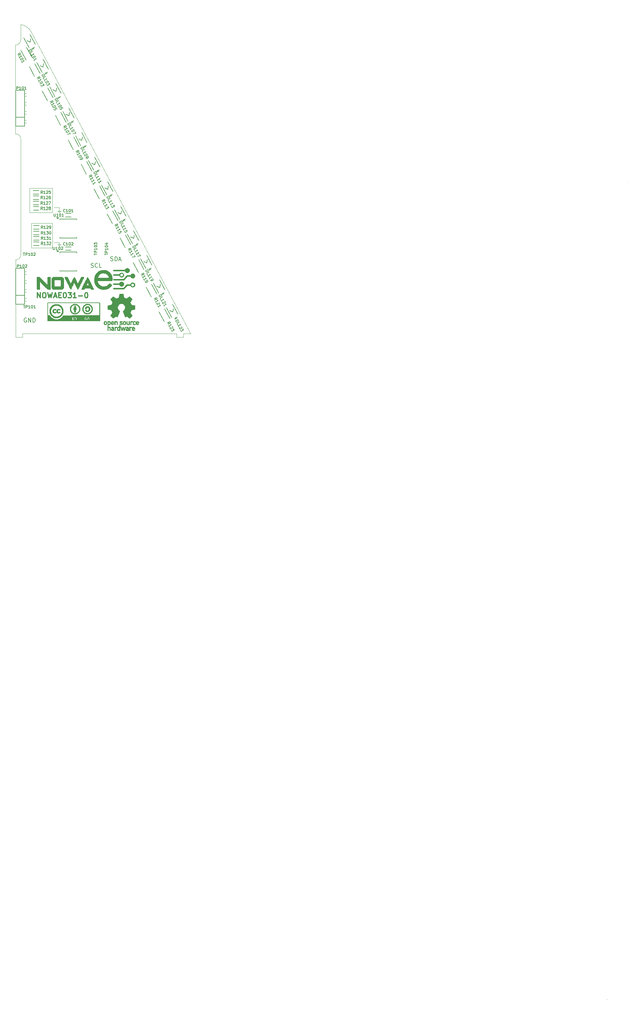
<source format=gto>
%TF.GenerationSoftware,KiCad,Pcbnew,(5.1.6-0-10_14)*%
%TF.CreationDate,2020-10-19T14:02:04+02:00*%
%TF.ProjectId,nowae031,6e6f7761-6530-4333-912e-6b696361645f,0*%
%TF.SameCoordinates,Original*%
%TF.FileFunction,Legend,Top*%
%TF.FilePolarity,Positive*%
%FSLAX46Y46*%
G04 Gerber Fmt 4.6, Leading zero omitted, Abs format (unit mm)*
G04 Created by KiCad (PCBNEW (5.1.6-0-10_14)) date 2020-10-19 14:02:04*
%MOMM*%
%LPD*%
G01*
G04 APERTURE LIST*
%ADD10C,0.150000*%
%ADD11C,0.300000*%
%ADD12C,0.120000*%
%TA.AperFunction,Profile*%
%ADD13C,0.050000*%
%TD*%
%ADD14C,0.050000*%
%TA.AperFunction,Profile*%
%ADD15C,0.200000*%
%TD*%
%ADD16C,0.010000*%
G04 APERTURE END LIST*
D10*
X127162857Y-108195714D02*
X127334285Y-108252857D01*
X127620000Y-108252857D01*
X127734285Y-108195714D01*
X127791428Y-108138571D01*
X127848571Y-108024285D01*
X127848571Y-107910000D01*
X127791428Y-107795714D01*
X127734285Y-107738571D01*
X127620000Y-107681428D01*
X127391428Y-107624285D01*
X127277142Y-107567142D01*
X127220000Y-107510000D01*
X127162857Y-107395714D01*
X127162857Y-107281428D01*
X127220000Y-107167142D01*
X127277142Y-107110000D01*
X127391428Y-107052857D01*
X127677142Y-107052857D01*
X127848571Y-107110000D01*
X128362857Y-108252857D02*
X128362857Y-107052857D01*
X128648571Y-107052857D01*
X128820000Y-107110000D01*
X128934285Y-107224285D01*
X128991428Y-107338571D01*
X129048571Y-107567142D01*
X129048571Y-107738571D01*
X128991428Y-107967142D01*
X128934285Y-108081428D01*
X128820000Y-108195714D01*
X128648571Y-108252857D01*
X128362857Y-108252857D01*
X129505714Y-107910000D02*
X130077142Y-107910000D01*
X129391428Y-108252857D02*
X129791428Y-107052857D01*
X130191428Y-108252857D01*
X121561428Y-110065714D02*
X121732857Y-110122857D01*
X122018571Y-110122857D01*
X122132857Y-110065714D01*
X122190000Y-110008571D01*
X122247142Y-109894285D01*
X122247142Y-109780000D01*
X122190000Y-109665714D01*
X122132857Y-109608571D01*
X122018571Y-109551428D01*
X121790000Y-109494285D01*
X121675714Y-109437142D01*
X121618571Y-109380000D01*
X121561428Y-109265714D01*
X121561428Y-109151428D01*
X121618571Y-109037142D01*
X121675714Y-108980000D01*
X121790000Y-108922857D01*
X122075714Y-108922857D01*
X122247142Y-108980000D01*
X123447142Y-110008571D02*
X123390000Y-110065714D01*
X123218571Y-110122857D01*
X123104285Y-110122857D01*
X122932857Y-110065714D01*
X122818571Y-109951428D01*
X122761428Y-109837142D01*
X122704285Y-109608571D01*
X122704285Y-109437142D01*
X122761428Y-109208571D01*
X122818571Y-109094285D01*
X122932857Y-108980000D01*
X123104285Y-108922857D01*
X123218571Y-108922857D01*
X123390000Y-108980000D01*
X123447142Y-109037142D01*
X124532857Y-110122857D02*
X123961428Y-110122857D01*
X123961428Y-108922857D01*
D11*
X106201428Y-118798571D02*
X106201428Y-117298571D01*
X107058571Y-118798571D01*
X107058571Y-117298571D01*
X108058571Y-117298571D02*
X108344285Y-117298571D01*
X108487142Y-117370000D01*
X108630000Y-117512857D01*
X108701428Y-117798571D01*
X108701428Y-118298571D01*
X108630000Y-118584285D01*
X108487142Y-118727142D01*
X108344285Y-118798571D01*
X108058571Y-118798571D01*
X107915714Y-118727142D01*
X107772857Y-118584285D01*
X107701428Y-118298571D01*
X107701428Y-117798571D01*
X107772857Y-117512857D01*
X107915714Y-117370000D01*
X108058571Y-117298571D01*
X109201428Y-117298571D02*
X109558571Y-118798571D01*
X109844285Y-117727142D01*
X110130000Y-118798571D01*
X110487142Y-117298571D01*
X110987142Y-118370000D02*
X111701428Y-118370000D01*
X110844285Y-118798571D02*
X111344285Y-117298571D01*
X111844285Y-118798571D01*
X112344285Y-118012857D02*
X112844285Y-118012857D01*
X113058571Y-118798571D02*
X112344285Y-118798571D01*
X112344285Y-117298571D01*
X113058571Y-117298571D01*
X113987142Y-117298571D02*
X114130000Y-117298571D01*
X114272857Y-117370000D01*
X114344285Y-117441428D01*
X114415714Y-117584285D01*
X114487142Y-117870000D01*
X114487142Y-118227142D01*
X114415714Y-118512857D01*
X114344285Y-118655714D01*
X114272857Y-118727142D01*
X114130000Y-118798571D01*
X113987142Y-118798571D01*
X113844285Y-118727142D01*
X113772857Y-118655714D01*
X113701428Y-118512857D01*
X113630000Y-118227142D01*
X113630000Y-117870000D01*
X113701428Y-117584285D01*
X113772857Y-117441428D01*
X113844285Y-117370000D01*
X113987142Y-117298571D01*
X114987142Y-117298571D02*
X115915714Y-117298571D01*
X115415714Y-117870000D01*
X115630000Y-117870000D01*
X115772857Y-117941428D01*
X115844285Y-118012857D01*
X115915714Y-118155714D01*
X115915714Y-118512857D01*
X115844285Y-118655714D01*
X115772857Y-118727142D01*
X115630000Y-118798571D01*
X115201428Y-118798571D01*
X115058571Y-118727142D01*
X114987142Y-118655714D01*
X117344285Y-118798571D02*
X116487142Y-118798571D01*
X116915714Y-118798571D02*
X116915714Y-117298571D01*
X116772857Y-117512857D01*
X116630000Y-117655714D01*
X116487142Y-117727142D01*
X117987142Y-118227142D02*
X119130000Y-118227142D01*
X120130000Y-117298571D02*
X120272857Y-117298571D01*
X120415714Y-117370000D01*
X120487142Y-117441428D01*
X120558571Y-117584285D01*
X120630000Y-117870000D01*
X120630000Y-118227142D01*
X120558571Y-118512857D01*
X120487142Y-118655714D01*
X120415714Y-118727142D01*
X120272857Y-118798571D01*
X120130000Y-118798571D01*
X119987142Y-118727142D01*
X119915714Y-118655714D01*
X119844285Y-118512857D01*
X119772857Y-118227142D01*
X119772857Y-117870000D01*
X119844285Y-117584285D01*
X119915714Y-117441428D01*
X119987142Y-117370000D01*
X120130000Y-117298571D01*
D12*
X113000000Y-103500000D02*
X112500000Y-104000000D01*
X112000000Y-103500000D02*
X113000000Y-103500000D01*
X112500000Y-104000000D02*
X112000000Y-103500000D01*
X112500000Y-103000000D02*
X112500000Y-104000000D01*
X111000000Y-103000000D02*
X112500000Y-103000000D01*
X104500000Y-104500000D02*
X104500000Y-97500000D01*
X110500000Y-104500000D02*
X104500000Y-104500000D01*
X110500000Y-97500000D02*
X110500000Y-104500000D01*
X104500000Y-97500000D02*
X110500000Y-97500000D01*
X113000000Y-94000000D02*
X112500000Y-94500000D01*
X112000000Y-94000000D02*
X113000000Y-94000000D01*
X112500000Y-94500000D02*
X112000000Y-94000000D01*
X112500000Y-93000000D02*
X112500000Y-94500000D01*
X111000000Y-93000000D02*
X112500000Y-93000000D01*
X104000000Y-87500000D02*
X104500000Y-87500000D01*
X104000000Y-94500000D02*
X104000000Y-87500000D01*
X110500000Y-94500000D02*
X104000000Y-94500000D01*
X110500000Y-87500000D02*
X110500000Y-94500000D01*
X104500000Y-87500000D02*
X110500000Y-87500000D01*
D13*
X101490000Y-45190000D02*
G75*
G02*
X99990000Y-46690000I-1500000J0D01*
G01*
X99990000Y-72000000D02*
G75*
G02*
X101490000Y-73500000I0J-1500000D01*
G01*
X99990000Y-72000000D02*
X99990000Y-46690000D01*
X100000000Y-130000000D02*
X100000000Y-108000000D01*
X101500000Y-106500000D02*
G75*
G02*
X100000000Y-108000000I-1500000J0D01*
G01*
X101490000Y-73500000D02*
X101500000Y-106500000D01*
X101499908Y-40830540D02*
X101490000Y-45190000D01*
X101499908Y-40830540D02*
G75*
G02*
X104449999Y-42900001I-709908J-4149460D01*
G01*
D10*
X103085714Y-124610000D02*
X102971428Y-124552857D01*
X102800000Y-124552857D01*
X102628571Y-124610000D01*
X102514285Y-124724285D01*
X102457142Y-124838571D01*
X102400000Y-125067142D01*
X102400000Y-125238571D01*
X102457142Y-125467142D01*
X102514285Y-125581428D01*
X102628571Y-125695714D01*
X102800000Y-125752857D01*
X102914285Y-125752857D01*
X103085714Y-125695714D01*
X103142857Y-125638571D01*
X103142857Y-125238571D01*
X102914285Y-125238571D01*
X103657142Y-125752857D02*
X103657142Y-124552857D01*
X104342857Y-125752857D01*
X104342857Y-124552857D01*
X104914285Y-125752857D02*
X104914285Y-124552857D01*
X105200000Y-124552857D01*
X105371428Y-124610000D01*
X105485714Y-124724285D01*
X105542857Y-124838571D01*
X105600000Y-125067142D01*
X105600000Y-125238571D01*
X105542857Y-125467142D01*
X105485714Y-125581428D01*
X105371428Y-125695714D01*
X105200000Y-125752857D01*
X104914285Y-125752857D01*
D14*
X274810000Y-85820000D02*
X274810000Y-85820000D01*
D13*
X104449243Y-42900000D02*
X150000000Y-129000000D01*
X148000000Y-129000000D02*
X150000000Y-129000000D01*
X148000000Y-130000000D02*
X148000000Y-129000000D01*
X146000000Y-130000000D02*
X148000000Y-130000000D01*
X146000000Y-129000000D02*
X146000000Y-130000000D01*
X102000000Y-129000000D02*
X146000000Y-129000000D01*
X102000000Y-130000000D02*
X102000000Y-129000000D01*
X100000000Y-130000000D02*
X102000000Y-130000000D01*
D15*
X268944859Y-318881889D02*
X268944859Y-318881889D01*
D10*
%TO.C,P102*%
X100000000Y-118060000D02*
X102600000Y-118060000D01*
X100000000Y-120600000D02*
X102600000Y-120600000D01*
X102600000Y-120600000D02*
X102600000Y-110400000D01*
X102600000Y-110400000D02*
X100000000Y-110400000D01*
X100000000Y-110400000D02*
X100000000Y-120600000D01*
D12*
X102600000Y-119710000D02*
X103060000Y-119710000D01*
X102610000Y-118910000D02*
X103070000Y-118910000D01*
X102600000Y-117170000D02*
X103060000Y-117170000D01*
X102600000Y-114630000D02*
X103060000Y-114630000D01*
X102600000Y-112090000D02*
X103060000Y-112090000D01*
X102610000Y-116370000D02*
X103070000Y-116370000D01*
X102610000Y-113830000D02*
X103070000Y-113830000D01*
X102610000Y-111290000D02*
X103070000Y-111290000D01*
D10*
%TO.C,P101*%
X100000000Y-67270000D02*
X102600000Y-67270000D01*
X100000000Y-69810000D02*
X102600000Y-69810000D01*
X102600000Y-69810000D02*
X102600000Y-59610000D01*
X102600000Y-59610000D02*
X100000000Y-59610000D01*
X100000000Y-59610000D02*
X100000000Y-69810000D01*
D12*
X102600000Y-68920000D02*
X103060000Y-68920000D01*
X102610000Y-68120000D02*
X103070000Y-68120000D01*
X102600000Y-66380000D02*
X103060000Y-66380000D01*
X102600000Y-63840000D02*
X103060000Y-63840000D01*
X102600000Y-61300000D02*
X103060000Y-61300000D01*
X102610000Y-65580000D02*
X103070000Y-65580000D01*
X102610000Y-63040000D02*
X103070000Y-63040000D01*
X102610000Y-60500000D02*
X103070000Y-60500000D01*
D16*
%TO.C,G\u002A\u002A\u002A*%
G36*
X127726543Y-127087212D02*
G01*
X127786311Y-127091179D01*
X127830526Y-127100112D01*
X127869416Y-127115912D01*
X127904358Y-127135237D01*
X127948520Y-127163173D01*
X127983105Y-127192066D01*
X128009370Y-127226618D01*
X128028572Y-127271528D01*
X128041971Y-127331498D01*
X128050824Y-127411228D01*
X128056390Y-127515419D01*
X128059926Y-127648772D01*
X128061219Y-127721312D01*
X128067800Y-128122128D01*
X127957978Y-128122128D01*
X127897135Y-128120914D01*
X127864051Y-128115411D01*
X127850489Y-128102822D01*
X127848156Y-128084873D01*
X127846657Y-128061701D01*
X127836383Y-128058543D01*
X127808666Y-128075791D01*
X127792273Y-128087410D01*
X127737466Y-128111984D01*
X127660724Y-128128749D01*
X127575566Y-128136292D01*
X127495513Y-128133198D01*
X127448085Y-128123415D01*
X127356115Y-128077654D01*
X127286520Y-128011098D01*
X127240818Y-127930199D01*
X127220525Y-127841410D01*
X127221414Y-127829306D01*
X127416535Y-127829306D01*
X127441332Y-127879009D01*
X127495071Y-127917239D01*
X127550393Y-127932179D01*
X127620923Y-127937862D01*
X127694477Y-127934890D01*
X127758874Y-127923861D01*
X127801928Y-127905377D01*
X127805860Y-127901931D01*
X127824681Y-127867384D01*
X127839484Y-127812611D01*
X127843956Y-127781203D01*
X127852739Y-127689787D01*
X127681742Y-127689787D01*
X127597731Y-127690916D01*
X127540835Y-127695311D01*
X127502186Y-127704490D01*
X127472913Y-127719968D01*
X127463280Y-127727123D01*
X127423438Y-127776211D01*
X127416535Y-127829306D01*
X127221414Y-127829306D01*
X127227159Y-127751184D01*
X127262237Y-127665971D01*
X127323854Y-127595064D01*
X127379290Y-127557088D01*
X127444270Y-127531513D01*
X127526486Y-127516503D01*
X127633632Y-127510224D01*
X127681524Y-127509746D01*
X127848156Y-127509646D01*
X127848156Y-127431374D01*
X127840490Y-127366345D01*
X127814149Y-127322244D01*
X127764118Y-127295074D01*
X127685380Y-127280838D01*
X127656382Y-127278553D01*
X127587115Y-127276243D01*
X127540804Y-127281692D01*
X127504788Y-127297235D01*
X127486076Y-127309969D01*
X127433449Y-127348878D01*
X127354453Y-127288560D01*
X127306821Y-127246381D01*
X127289992Y-127211975D01*
X127304994Y-127179936D01*
X127352857Y-127144861D01*
X127385256Y-127126717D01*
X127427309Y-127107265D01*
X127471727Y-127095129D01*
X127528600Y-127088716D01*
X127608018Y-127086432D01*
X127640992Y-127086312D01*
X127726543Y-127087212D01*
G37*
X127726543Y-127087212D02*
X127786311Y-127091179D01*
X127830526Y-127100112D01*
X127869416Y-127115912D01*
X127904358Y-127135237D01*
X127948520Y-127163173D01*
X127983105Y-127192066D01*
X128009370Y-127226618D01*
X128028572Y-127271528D01*
X128041971Y-127331498D01*
X128050824Y-127411228D01*
X128056390Y-127515419D01*
X128059926Y-127648772D01*
X128061219Y-127721312D01*
X128067800Y-128122128D01*
X127957978Y-128122128D01*
X127897135Y-128120914D01*
X127864051Y-128115411D01*
X127850489Y-128102822D01*
X127848156Y-128084873D01*
X127846657Y-128061701D01*
X127836383Y-128058543D01*
X127808666Y-128075791D01*
X127792273Y-128087410D01*
X127737466Y-128111984D01*
X127660724Y-128128749D01*
X127575566Y-128136292D01*
X127495513Y-128133198D01*
X127448085Y-128123415D01*
X127356115Y-128077654D01*
X127286520Y-128011098D01*
X127240818Y-127930199D01*
X127220525Y-127841410D01*
X127221414Y-127829306D01*
X127416535Y-127829306D01*
X127441332Y-127879009D01*
X127495071Y-127917239D01*
X127550393Y-127932179D01*
X127620923Y-127937862D01*
X127694477Y-127934890D01*
X127758874Y-127923861D01*
X127801928Y-127905377D01*
X127805860Y-127901931D01*
X127824681Y-127867384D01*
X127839484Y-127812611D01*
X127843956Y-127781203D01*
X127852739Y-127689787D01*
X127681742Y-127689787D01*
X127597731Y-127690916D01*
X127540835Y-127695311D01*
X127502186Y-127704490D01*
X127472913Y-127719968D01*
X127463280Y-127727123D01*
X127423438Y-127776211D01*
X127416535Y-127829306D01*
X127221414Y-127829306D01*
X127227159Y-127751184D01*
X127262237Y-127665971D01*
X127323854Y-127595064D01*
X127379290Y-127557088D01*
X127444270Y-127531513D01*
X127526486Y-127516503D01*
X127633632Y-127510224D01*
X127681524Y-127509746D01*
X127848156Y-127509646D01*
X127848156Y-127431374D01*
X127840490Y-127366345D01*
X127814149Y-127322244D01*
X127764118Y-127295074D01*
X127685380Y-127280838D01*
X127656382Y-127278553D01*
X127587115Y-127276243D01*
X127540804Y-127281692D01*
X127504788Y-127297235D01*
X127486076Y-127309969D01*
X127433449Y-127348878D01*
X127354453Y-127288560D01*
X127306821Y-127246381D01*
X127289992Y-127211975D01*
X127304994Y-127179936D01*
X127352857Y-127144861D01*
X127385256Y-127126717D01*
X127427309Y-127107265D01*
X127471727Y-127095129D01*
X127528600Y-127088716D01*
X127608018Y-127086432D01*
X127640992Y-127086312D01*
X127726543Y-127087212D01*
G36*
X129829716Y-128122128D02*
G01*
X129721631Y-128122128D01*
X129661734Y-128121182D01*
X129629396Y-128115982D01*
X129616155Y-128102980D01*
X129613549Y-128078632D01*
X129613546Y-128076837D01*
X129613546Y-128031546D01*
X129543444Y-128077937D01*
X129447042Y-128122187D01*
X129343358Y-128136026D01*
X129242131Y-128118803D01*
X129200264Y-128100895D01*
X129138195Y-128059558D01*
X129079939Y-128006858D01*
X129065157Y-127989853D01*
X129010071Y-127920628D01*
X129010071Y-127608724D01*
X129200079Y-127608724D01*
X129208753Y-127730253D01*
X129235299Y-127821263D01*
X129280506Y-127882953D01*
X129345163Y-127916524D01*
X129407103Y-127923972D01*
X129471892Y-127916742D01*
X129523607Y-127889805D01*
X129544775Y-127872241D01*
X129571765Y-127846474D01*
X129589131Y-127821632D01*
X129599477Y-127788831D01*
X129605405Y-127739184D01*
X129609519Y-127663807D01*
X129610169Y-127649075D01*
X129610694Y-127522937D01*
X129598505Y-127427828D01*
X129571685Y-127360406D01*
X129528320Y-127317331D01*
X129466494Y-127295259D01*
X129404660Y-127290473D01*
X129325964Y-127303728D01*
X129266983Y-127344302D01*
X129226938Y-127413405D01*
X129205050Y-127512251D01*
X129200079Y-127608724D01*
X129010071Y-127608724D01*
X129010071Y-127299402D01*
X129061620Y-127225015D01*
X129135110Y-127148370D01*
X129225991Y-127099283D01*
X129326946Y-127079093D01*
X129430658Y-127089137D01*
X129529810Y-127130751D01*
X129540405Y-127137499D01*
X129613546Y-127185901D01*
X129613546Y-126662979D01*
X129829716Y-126662979D01*
X129829716Y-128122128D01*
G37*
X129829716Y-128122128D02*
X129721631Y-128122128D01*
X129661734Y-128121182D01*
X129629396Y-128115982D01*
X129616155Y-128102980D01*
X129613549Y-128078632D01*
X129613546Y-128076837D01*
X129613546Y-128031546D01*
X129543444Y-128077937D01*
X129447042Y-128122187D01*
X129343358Y-128136026D01*
X129242131Y-128118803D01*
X129200264Y-128100895D01*
X129138195Y-128059558D01*
X129079939Y-128006858D01*
X129065157Y-127989853D01*
X129010071Y-127920628D01*
X129010071Y-127608724D01*
X129200079Y-127608724D01*
X129208753Y-127730253D01*
X129235299Y-127821263D01*
X129280506Y-127882953D01*
X129345163Y-127916524D01*
X129407103Y-127923972D01*
X129471892Y-127916742D01*
X129523607Y-127889805D01*
X129544775Y-127872241D01*
X129571765Y-127846474D01*
X129589131Y-127821632D01*
X129599477Y-127788831D01*
X129605405Y-127739184D01*
X129609519Y-127663807D01*
X129610169Y-127649075D01*
X129610694Y-127522937D01*
X129598505Y-127427828D01*
X129571685Y-127360406D01*
X129528320Y-127317331D01*
X129466494Y-127295259D01*
X129404660Y-127290473D01*
X129325964Y-127303728D01*
X129266983Y-127344302D01*
X129226938Y-127413405D01*
X129205050Y-127512251D01*
X129200079Y-127608724D01*
X129010071Y-127608724D01*
X129010071Y-127299402D01*
X129061620Y-127225015D01*
X129135110Y-127148370D01*
X129225991Y-127099283D01*
X129326946Y-127079093D01*
X129430658Y-127089137D01*
X129529810Y-127130751D01*
X129540405Y-127137499D01*
X129613546Y-127185901D01*
X129613546Y-126662979D01*
X129829716Y-126662979D01*
X129829716Y-128122128D01*
G36*
X131912379Y-127080618D02*
G01*
X131997370Y-127090502D01*
X132017045Y-127094553D01*
X132113226Y-127132954D01*
X132192042Y-127201017D01*
X132221099Y-127239250D01*
X132234123Y-127259797D01*
X132244011Y-127281479D01*
X132251195Y-127309305D01*
X132256105Y-127348289D01*
X132259173Y-127403440D01*
X132260829Y-127479771D01*
X132261504Y-127582292D01*
X132261631Y-127710466D01*
X132261631Y-128122128D01*
X132162553Y-128122128D01*
X132105296Y-128120564D01*
X132075468Y-128113803D01*
X132064531Y-128098739D01*
X132063475Y-128086099D01*
X132059452Y-128056485D01*
X132043705Y-128054869D01*
X132010715Y-128081055D01*
X132007431Y-128084097D01*
X131949497Y-128117258D01*
X131869075Y-128135897D01*
X131777027Y-128139127D01*
X131684215Y-128126060D01*
X131642937Y-128113866D01*
X131553740Y-128065526D01*
X131488121Y-127996660D01*
X131447419Y-127913957D01*
X131434000Y-127830509D01*
X131632443Y-127830509D01*
X131655095Y-127882277D01*
X131705950Y-127923214D01*
X131721205Y-127930138D01*
X131764968Y-127938348D01*
X131827605Y-127939368D01*
X131896995Y-127934327D01*
X131961017Y-127924356D01*
X132007553Y-127910583D01*
X132020897Y-127902214D01*
X132039917Y-127867436D01*
X132054822Y-127812461D01*
X132059275Y-127781203D01*
X132068059Y-127689787D01*
X131897061Y-127689787D01*
X131813050Y-127690916D01*
X131756154Y-127695311D01*
X131717505Y-127704490D01*
X131688232Y-127719968D01*
X131678599Y-127727123D01*
X131639707Y-127776071D01*
X131632443Y-127830509D01*
X131434000Y-127830509D01*
X131432970Y-127824106D01*
X131446114Y-127733795D01*
X131488187Y-127649713D01*
X131539173Y-127595064D01*
X131594609Y-127557088D01*
X131659589Y-127531513D01*
X131741806Y-127516503D01*
X131848951Y-127510224D01*
X131896844Y-127509746D01*
X132063475Y-127509646D01*
X132063475Y-127439584D01*
X132053111Y-127366930D01*
X132019600Y-127318072D01*
X131959311Y-127289538D01*
X131896165Y-127279533D01*
X131800333Y-127277061D01*
X131731463Y-127288997D01*
X131682963Y-127316625D01*
X131676967Y-127322273D01*
X131657855Y-127336764D01*
X131636683Y-127335899D01*
X131603947Y-127316922D01*
X131568179Y-127290721D01*
X131524117Y-127255515D01*
X131494806Y-127228241D01*
X131487578Y-127217832D01*
X131501503Y-127197232D01*
X131537803Y-127167722D01*
X131586427Y-127136089D01*
X131637320Y-127109122D01*
X131665347Y-127097807D01*
X131731832Y-127084405D01*
X131819021Y-127078630D01*
X131912379Y-127080618D01*
G37*
X131912379Y-127080618D02*
X131997370Y-127090502D01*
X132017045Y-127094553D01*
X132113226Y-127132954D01*
X132192042Y-127201017D01*
X132221099Y-127239250D01*
X132234123Y-127259797D01*
X132244011Y-127281479D01*
X132251195Y-127309305D01*
X132256105Y-127348289D01*
X132259173Y-127403440D01*
X132260829Y-127479771D01*
X132261504Y-127582292D01*
X132261631Y-127710466D01*
X132261631Y-128122128D01*
X132162553Y-128122128D01*
X132105296Y-128120564D01*
X132075468Y-128113803D01*
X132064531Y-128098739D01*
X132063475Y-128086099D01*
X132059452Y-128056485D01*
X132043705Y-128054869D01*
X132010715Y-128081055D01*
X132007431Y-128084097D01*
X131949497Y-128117258D01*
X131869075Y-128135897D01*
X131777027Y-128139127D01*
X131684215Y-128126060D01*
X131642937Y-128113866D01*
X131553740Y-128065526D01*
X131488121Y-127996660D01*
X131447419Y-127913957D01*
X131434000Y-127830509D01*
X131632443Y-127830509D01*
X131655095Y-127882277D01*
X131705950Y-127923214D01*
X131721205Y-127930138D01*
X131764968Y-127938348D01*
X131827605Y-127939368D01*
X131896995Y-127934327D01*
X131961017Y-127924356D01*
X132007553Y-127910583D01*
X132020897Y-127902214D01*
X132039917Y-127867436D01*
X132054822Y-127812461D01*
X132059275Y-127781203D01*
X132068059Y-127689787D01*
X131897061Y-127689787D01*
X131813050Y-127690916D01*
X131756154Y-127695311D01*
X131717505Y-127704490D01*
X131688232Y-127719968D01*
X131678599Y-127727123D01*
X131639707Y-127776071D01*
X131632443Y-127830509D01*
X131434000Y-127830509D01*
X131432970Y-127824106D01*
X131446114Y-127733795D01*
X131488187Y-127649713D01*
X131539173Y-127595064D01*
X131594609Y-127557088D01*
X131659589Y-127531513D01*
X131741806Y-127516503D01*
X131848951Y-127510224D01*
X131896844Y-127509746D01*
X132063475Y-127509646D01*
X132063475Y-127439584D01*
X132053111Y-127366930D01*
X132019600Y-127318072D01*
X131959311Y-127289538D01*
X131896165Y-127279533D01*
X131800333Y-127277061D01*
X131731463Y-127288997D01*
X131682963Y-127316625D01*
X131676967Y-127322273D01*
X131657855Y-127336764D01*
X131636683Y-127335899D01*
X131603947Y-127316922D01*
X131568179Y-127290721D01*
X131524117Y-127255515D01*
X131494806Y-127228241D01*
X131487578Y-127217832D01*
X131501503Y-127197232D01*
X131537803Y-127167722D01*
X131586427Y-127136089D01*
X131637320Y-127109122D01*
X131665347Y-127097807D01*
X131731832Y-127084405D01*
X131819021Y-127078630D01*
X131912379Y-127080618D01*
G36*
X133720282Y-127086097D02*
G01*
X133831846Y-127120449D01*
X133924142Y-127183106D01*
X133994839Y-127271756D01*
X134041607Y-127384083D01*
X134062116Y-127517774D01*
X134062873Y-127550177D01*
X134063049Y-127689787D01*
X133411676Y-127689787D01*
X133423883Y-127748333D01*
X133455112Y-127834323D01*
X133508474Y-127893351D01*
X133550468Y-127916469D01*
X133649486Y-127939295D01*
X133750132Y-127926865D01*
X133849373Y-127879647D01*
X133866913Y-127867447D01*
X133889352Y-127858916D01*
X133917877Y-127868274D01*
X133961400Y-127898912D01*
X133972256Y-127907543D01*
X134048558Y-127968861D01*
X133982026Y-128026373D01*
X133879183Y-128092337D01*
X133760412Y-128129694D01*
X133633455Y-128136998D01*
X133510730Y-128114294D01*
X133415616Y-128073235D01*
X133342324Y-128012958D01*
X133281003Y-127925253D01*
X133278513Y-127920794D01*
X133255876Y-127877902D01*
X133240784Y-127840447D01*
X133231715Y-127799480D01*
X133227146Y-127746051D01*
X133225552Y-127671211D01*
X133225390Y-127608724D01*
X133225879Y-127515769D01*
X133226816Y-127491053D01*
X133414539Y-127491053D01*
X133432081Y-127499491D01*
X133482951Y-127505525D01*
X133564515Y-127508936D01*
X133637800Y-127509646D01*
X133861062Y-127509646D01*
X133842694Y-127437281D01*
X133807785Y-127360426D01*
X133752981Y-127307625D01*
X133685600Y-127279318D01*
X133612958Y-127275945D01*
X133542372Y-127297947D01*
X133481159Y-127345763D01*
X133439377Y-127413014D01*
X133422688Y-127457807D01*
X133414664Y-127488879D01*
X133414539Y-127491053D01*
X133226816Y-127491053D01*
X133228381Y-127449825D01*
X133234442Y-127401876D01*
X133245612Y-127362910D01*
X133263438Y-127323909D01*
X133279432Y-127294082D01*
X133348752Y-127195364D01*
X133432479Y-127128491D01*
X133534442Y-127090868D01*
X133591780Y-127082365D01*
X133720282Y-127086097D01*
G37*
X133720282Y-127086097D02*
X133831846Y-127120449D01*
X133924142Y-127183106D01*
X133994839Y-127271756D01*
X134041607Y-127384083D01*
X134062116Y-127517774D01*
X134062873Y-127550177D01*
X134063049Y-127689787D01*
X133411676Y-127689787D01*
X133423883Y-127748333D01*
X133455112Y-127834323D01*
X133508474Y-127893351D01*
X133550468Y-127916469D01*
X133649486Y-127939295D01*
X133750132Y-127926865D01*
X133849373Y-127879647D01*
X133866913Y-127867447D01*
X133889352Y-127858916D01*
X133917877Y-127868274D01*
X133961400Y-127898912D01*
X133972256Y-127907543D01*
X134048558Y-127968861D01*
X133982026Y-128026373D01*
X133879183Y-128092337D01*
X133760412Y-128129694D01*
X133633455Y-128136998D01*
X133510730Y-128114294D01*
X133415616Y-128073235D01*
X133342324Y-128012958D01*
X133281003Y-127925253D01*
X133278513Y-127920794D01*
X133255876Y-127877902D01*
X133240784Y-127840447D01*
X133231715Y-127799480D01*
X133227146Y-127746051D01*
X133225552Y-127671211D01*
X133225390Y-127608724D01*
X133225879Y-127515769D01*
X133226816Y-127491053D01*
X133414539Y-127491053D01*
X133432081Y-127499491D01*
X133482951Y-127505525D01*
X133564515Y-127508936D01*
X133637800Y-127509646D01*
X133861062Y-127509646D01*
X133842694Y-127437281D01*
X133807785Y-127360426D01*
X133752981Y-127307625D01*
X133685600Y-127279318D01*
X133612958Y-127275945D01*
X133542372Y-127297947D01*
X133481159Y-127345763D01*
X133439377Y-127413014D01*
X133422688Y-127457807D01*
X133414664Y-127488879D01*
X133414539Y-127491053D01*
X133226816Y-127491053D01*
X133228381Y-127449825D01*
X133234442Y-127401876D01*
X133245612Y-127362910D01*
X133263438Y-127323909D01*
X133279432Y-127294082D01*
X133348752Y-127195364D01*
X133432479Y-127128491D01*
X133534442Y-127090868D01*
X133591780Y-127082365D01*
X133720282Y-127086097D01*
G36*
X126443049Y-125494849D02*
G01*
X126444882Y-125532221D01*
X126454402Y-125539189D01*
X126474574Y-125524042D01*
X126564113Y-125466972D01*
X126664547Y-125438373D01*
X126767750Y-125438098D01*
X126865597Y-125465998D01*
X126949962Y-125521925D01*
X126961151Y-125532928D01*
X127000982Y-125579732D01*
X127029105Y-125629133D01*
X127047971Y-125689245D01*
X127060028Y-125768183D01*
X127067726Y-125874062D01*
X127068445Y-125888369D01*
X127069424Y-126052933D01*
X127055218Y-126189116D01*
X127026089Y-126295205D01*
X126997274Y-126350189D01*
X126926279Y-126424152D01*
X126837549Y-126470650D01*
X126738039Y-126488456D01*
X126634705Y-126476344D01*
X126534504Y-126433086D01*
X126532928Y-126432112D01*
X126443049Y-126376240D01*
X126443049Y-126780815D01*
X126443838Y-126923212D01*
X126446150Y-127036649D01*
X126449906Y-127119339D01*
X126455028Y-127169498D01*
X126461063Y-127185390D01*
X126478566Y-127172862D01*
X126479078Y-127168983D01*
X126495079Y-127148006D01*
X126536243Y-127124419D01*
X126592315Y-127102203D01*
X126653035Y-127085333D01*
X126708148Y-127077789D01*
X126714446Y-127077701D01*
X126807359Y-127091561D01*
X126898039Y-127127978D01*
X126971121Y-127180529D01*
X126978362Y-127188030D01*
X127008459Y-127225547D01*
X127031639Y-127267866D01*
X127048752Y-127320046D01*
X127060648Y-127387148D01*
X127068175Y-127474231D01*
X127072184Y-127586355D01*
X127073522Y-127728579D01*
X127073546Y-127755102D01*
X127073546Y-128122128D01*
X126857375Y-128122128D01*
X126857375Y-127780706D01*
X126856703Y-127647425D01*
X126854070Y-127545162D01*
X126848558Y-127468920D01*
X126839245Y-127413703D01*
X126825212Y-127374516D01*
X126805537Y-127346362D01*
X126779300Y-127324244D01*
X126772422Y-127319605D01*
X126709459Y-127296110D01*
X126633986Y-127292183D01*
X126563734Y-127307811D01*
X126540700Y-127319775D01*
X126508578Y-127345223D01*
X126484206Y-127377263D01*
X126466570Y-127420861D01*
X126454652Y-127480987D01*
X126447438Y-127562607D01*
X126443911Y-127670691D01*
X126443049Y-127797294D01*
X126443049Y-128122128D01*
X126244893Y-128122128D01*
X126244893Y-125975232D01*
X126452453Y-125975232D01*
X126456506Y-126063619D01*
X126466697Y-126137466D01*
X126477061Y-126172820D01*
X126519748Y-126231650D01*
X126583264Y-126270193D01*
X126656772Y-126285349D01*
X126729436Y-126274015D01*
X126765199Y-126255305D01*
X126809969Y-126208118D01*
X126839309Y-126137943D01*
X126854481Y-126040694D01*
X126857347Y-125956501D01*
X126849978Y-125837202D01*
X126827300Y-125748376D01*
X126788381Y-125687463D01*
X126749290Y-125659204D01*
X126671998Y-125637692D01*
X126595442Y-125645639D01*
X126528935Y-125680009D01*
X126481789Y-125737769D01*
X126477111Y-125747910D01*
X126462757Y-125804869D01*
X126454537Y-125884812D01*
X126452453Y-125975232D01*
X126244893Y-125975232D01*
X126244893Y-125438014D01*
X126443049Y-125438014D01*
X126443049Y-125494849D01*
G37*
X126443049Y-125494849D02*
X126444882Y-125532221D01*
X126454402Y-125539189D01*
X126474574Y-125524042D01*
X126564113Y-125466972D01*
X126664547Y-125438373D01*
X126767750Y-125438098D01*
X126865597Y-125465998D01*
X126949962Y-125521925D01*
X126961151Y-125532928D01*
X127000982Y-125579732D01*
X127029105Y-125629133D01*
X127047971Y-125689245D01*
X127060028Y-125768183D01*
X127067726Y-125874062D01*
X127068445Y-125888369D01*
X127069424Y-126052933D01*
X127055218Y-126189116D01*
X127026089Y-126295205D01*
X126997274Y-126350189D01*
X126926279Y-126424152D01*
X126837549Y-126470650D01*
X126738039Y-126488456D01*
X126634705Y-126476344D01*
X126534504Y-126433086D01*
X126532928Y-126432112D01*
X126443049Y-126376240D01*
X126443049Y-126780815D01*
X126443838Y-126923212D01*
X126446150Y-127036649D01*
X126449906Y-127119339D01*
X126455028Y-127169498D01*
X126461063Y-127185390D01*
X126478566Y-127172862D01*
X126479078Y-127168983D01*
X126495079Y-127148006D01*
X126536243Y-127124419D01*
X126592315Y-127102203D01*
X126653035Y-127085333D01*
X126708148Y-127077789D01*
X126714446Y-127077701D01*
X126807359Y-127091561D01*
X126898039Y-127127978D01*
X126971121Y-127180529D01*
X126978362Y-127188030D01*
X127008459Y-127225547D01*
X127031639Y-127267866D01*
X127048752Y-127320046D01*
X127060648Y-127387148D01*
X127068175Y-127474231D01*
X127072184Y-127586355D01*
X127073522Y-127728579D01*
X127073546Y-127755102D01*
X127073546Y-128122128D01*
X126857375Y-128122128D01*
X126857375Y-127780706D01*
X126856703Y-127647425D01*
X126854070Y-127545162D01*
X126848558Y-127468920D01*
X126839245Y-127413703D01*
X126825212Y-127374516D01*
X126805537Y-127346362D01*
X126779300Y-127324244D01*
X126772422Y-127319605D01*
X126709459Y-127296110D01*
X126633986Y-127292183D01*
X126563734Y-127307811D01*
X126540700Y-127319775D01*
X126508578Y-127345223D01*
X126484206Y-127377263D01*
X126466570Y-127420861D01*
X126454652Y-127480987D01*
X126447438Y-127562607D01*
X126443911Y-127670691D01*
X126443049Y-127797294D01*
X126443049Y-128122128D01*
X126244893Y-128122128D01*
X126244893Y-125975232D01*
X126452453Y-125975232D01*
X126456506Y-126063619D01*
X126466697Y-126137466D01*
X126477061Y-126172820D01*
X126519748Y-126231650D01*
X126583264Y-126270193D01*
X126656772Y-126285349D01*
X126729436Y-126274015D01*
X126765199Y-126255305D01*
X126809969Y-126208118D01*
X126839309Y-126137943D01*
X126854481Y-126040694D01*
X126857347Y-125956501D01*
X126849978Y-125837202D01*
X126827300Y-125748376D01*
X126788381Y-125687463D01*
X126749290Y-125659204D01*
X126671998Y-125637692D01*
X126595442Y-125645639D01*
X126528935Y-125680009D01*
X126481789Y-125737769D01*
X126477111Y-125747910D01*
X126462757Y-125804869D01*
X126454537Y-125884812D01*
X126452453Y-125975232D01*
X126244893Y-125975232D01*
X126244893Y-125438014D01*
X126443049Y-125438014D01*
X126443049Y-125494849D01*
G36*
X128445494Y-127087505D02*
G01*
X128475766Y-127094010D01*
X128488773Y-127110217D01*
X128493311Y-127135347D01*
X128498962Y-127184382D01*
X128573059Y-127135347D01*
X128622755Y-127106929D01*
X128671889Y-127091989D01*
X128735787Y-127086639D01*
X128766356Y-127086312D01*
X128853432Y-127091301D01*
X128913972Y-127107319D01*
X128934803Y-127118580D01*
X128960304Y-127136901D01*
X128970808Y-127154209D01*
X128964233Y-127177525D01*
X128938496Y-127213868D01*
X128891515Y-127270259D01*
X128888909Y-127273333D01*
X128855102Y-127309093D01*
X128830268Y-127320162D01*
X128802779Y-127311406D01*
X128800628Y-127310270D01*
X128738617Y-127292884D01*
X128664709Y-127293429D01*
X128597733Y-127311028D01*
X128580191Y-127320541D01*
X128552793Y-127343068D01*
X128531970Y-127373267D01*
X128516871Y-127415939D01*
X128506643Y-127475887D01*
X128500435Y-127557912D01*
X128497396Y-127666815D01*
X128496666Y-127791554D01*
X128496666Y-128122128D01*
X128279944Y-128122128D01*
X128284723Y-127604220D01*
X128289503Y-127086312D01*
X128388581Y-127086312D01*
X128445494Y-127087505D01*
G37*
X128445494Y-127087505D02*
X128475766Y-127094010D01*
X128488773Y-127110217D01*
X128493311Y-127135347D01*
X128498962Y-127184382D01*
X128573059Y-127135347D01*
X128622755Y-127106929D01*
X128671889Y-127091989D01*
X128735787Y-127086639D01*
X128766356Y-127086312D01*
X128853432Y-127091301D01*
X128913972Y-127107319D01*
X128934803Y-127118580D01*
X128960304Y-127136901D01*
X128970808Y-127154209D01*
X128964233Y-127177525D01*
X128938496Y-127213868D01*
X128891515Y-127270259D01*
X128888909Y-127273333D01*
X128855102Y-127309093D01*
X128830268Y-127320162D01*
X128802779Y-127311406D01*
X128800628Y-127310270D01*
X128738617Y-127292884D01*
X128664709Y-127293429D01*
X128597733Y-127311028D01*
X128580191Y-127320541D01*
X128552793Y-127343068D01*
X128531970Y-127373267D01*
X128516871Y-127415939D01*
X128506643Y-127475887D01*
X128500435Y-127557912D01*
X128497396Y-127666815D01*
X128496666Y-127791554D01*
X128496666Y-128122128D01*
X128279944Y-128122128D01*
X128284723Y-127604220D01*
X128289503Y-127086312D01*
X128388581Y-127086312D01*
X128445494Y-127087505D01*
G36*
X130256352Y-127436612D02*
G01*
X130286071Y-127543249D01*
X130312805Y-127637513D01*
X130335008Y-127714082D01*
X130351132Y-127767631D01*
X130359628Y-127792839D01*
X130360287Y-127794022D01*
X130367716Y-127779895D01*
X130384434Y-127736365D01*
X130408706Y-127668327D01*
X130438797Y-127580681D01*
X130472974Y-127478322D01*
X130484339Y-127443723D01*
X130601281Y-127086312D01*
X130752797Y-127086312D01*
X130868927Y-127443879D01*
X130903848Y-127549840D01*
X130935369Y-127642527D01*
X130961749Y-127717060D01*
X130981247Y-127768560D01*
X130992122Y-127792147D01*
X130993488Y-127793013D01*
X131000582Y-127773830D01*
X131015466Y-127725220D01*
X131036586Y-127652551D01*
X131062386Y-127561191D01*
X131091312Y-127456509D01*
X131097063Y-127435447D01*
X131192205Y-127086312D01*
X131299081Y-127086312D01*
X131357106Y-127089078D01*
X131394439Y-127096389D01*
X131403674Y-127104326D01*
X131397829Y-127125504D01*
X131382426Y-127176543D01*
X131358853Y-127252979D01*
X131328495Y-127350347D01*
X131292741Y-127464182D01*
X131252978Y-127590020D01*
X131242762Y-127622234D01*
X131084134Y-128122128D01*
X130894733Y-128122128D01*
X130849869Y-127973511D01*
X130825279Y-127891343D01*
X130795227Y-127789887D01*
X130764243Y-127684470D01*
X130746082Y-127622234D01*
X130722260Y-127543035D01*
X130701294Y-127478356D01*
X130685490Y-127434987D01*
X130677267Y-127419701D01*
X130668626Y-127435950D01*
X130652477Y-127480066D01*
X130631151Y-127545257D01*
X130607678Y-127622360D01*
X130578133Y-127722223D01*
X130546684Y-127827908D01*
X130517895Y-127924104D01*
X130503007Y-127973511D01*
X130458032Y-128122128D01*
X130269041Y-128122128D01*
X130110433Y-127622234D01*
X130069893Y-127494130D01*
X130033009Y-127376933D01*
X130001169Y-127275108D01*
X129975762Y-127193121D01*
X129958178Y-127135435D01*
X129949804Y-127106516D01*
X129949316Y-127104326D01*
X129964341Y-127094454D01*
X130006829Y-127088010D01*
X130053168Y-127086312D01*
X130159529Y-127086312D01*
X130256352Y-127436612D01*
G37*
X130256352Y-127436612D02*
X130286071Y-127543249D01*
X130312805Y-127637513D01*
X130335008Y-127714082D01*
X130351132Y-127767631D01*
X130359628Y-127792839D01*
X130360287Y-127794022D01*
X130367716Y-127779895D01*
X130384434Y-127736365D01*
X130408706Y-127668327D01*
X130438797Y-127580681D01*
X130472974Y-127478322D01*
X130484339Y-127443723D01*
X130601281Y-127086312D01*
X130752797Y-127086312D01*
X130868927Y-127443879D01*
X130903848Y-127549840D01*
X130935369Y-127642527D01*
X130961749Y-127717060D01*
X130981247Y-127768560D01*
X130992122Y-127792147D01*
X130993488Y-127793013D01*
X131000582Y-127773830D01*
X131015466Y-127725220D01*
X131036586Y-127652551D01*
X131062386Y-127561191D01*
X131091312Y-127456509D01*
X131097063Y-127435447D01*
X131192205Y-127086312D01*
X131299081Y-127086312D01*
X131357106Y-127089078D01*
X131394439Y-127096389D01*
X131403674Y-127104326D01*
X131397829Y-127125504D01*
X131382426Y-127176543D01*
X131358853Y-127252979D01*
X131328495Y-127350347D01*
X131292741Y-127464182D01*
X131252978Y-127590020D01*
X131242762Y-127622234D01*
X131084134Y-128122128D01*
X130894733Y-128122128D01*
X130849869Y-127973511D01*
X130825279Y-127891343D01*
X130795227Y-127789887D01*
X130764243Y-127684470D01*
X130746082Y-127622234D01*
X130722260Y-127543035D01*
X130701294Y-127478356D01*
X130685490Y-127434987D01*
X130677267Y-127419701D01*
X130668626Y-127435950D01*
X130652477Y-127480066D01*
X130631151Y-127545257D01*
X130607678Y-127622360D01*
X130578133Y-127722223D01*
X130546684Y-127827908D01*
X130517895Y-127924104D01*
X130503007Y-127973511D01*
X130458032Y-128122128D01*
X130269041Y-128122128D01*
X130110433Y-127622234D01*
X130069893Y-127494130D01*
X130033009Y-127376933D01*
X130001169Y-127275108D01*
X129975762Y-127193121D01*
X129958178Y-127135435D01*
X129949804Y-127106516D01*
X129949316Y-127104326D01*
X129964341Y-127094454D01*
X130006829Y-127088010D01*
X130053168Y-127086312D01*
X130159529Y-127086312D01*
X130256352Y-127436612D01*
G36*
X133061107Y-127085073D02*
G01*
X133145366Y-127115797D01*
X133154520Y-127121462D01*
X133177789Y-127138535D01*
X133186651Y-127155404D01*
X133178825Y-127178950D01*
X133152034Y-127216057D01*
X133104228Y-127273333D01*
X133070421Y-127309093D01*
X133045587Y-127320162D01*
X133018098Y-127311406D01*
X133015947Y-127310270D01*
X132960156Y-127294280D01*
X132890215Y-127291517D01*
X132825464Y-127301926D01*
X132803193Y-127310881D01*
X132773594Y-127330637D01*
X132751062Y-127357279D01*
X132734672Y-127395561D01*
X132723497Y-127450237D01*
X132716610Y-127526063D01*
X132713085Y-127627792D01*
X132711996Y-127760178D01*
X132711985Y-127778964D01*
X132711985Y-128122128D01*
X132495263Y-128122128D01*
X132500042Y-127604220D01*
X132504822Y-127086312D01*
X132603900Y-127086312D01*
X132660835Y-127087529D01*
X132691120Y-127094057D01*
X132704120Y-127110217D01*
X132708556Y-127134580D01*
X132714133Y-127182847D01*
X132777921Y-127139560D01*
X132865973Y-127097503D01*
X132964172Y-127079158D01*
X133061107Y-127085073D01*
G37*
X133061107Y-127085073D02*
X133145366Y-127115797D01*
X133154520Y-127121462D01*
X133177789Y-127138535D01*
X133186651Y-127155404D01*
X133178825Y-127178950D01*
X133152034Y-127216057D01*
X133104228Y-127273333D01*
X133070421Y-127309093D01*
X133045587Y-127320162D01*
X133018098Y-127311406D01*
X133015947Y-127310270D01*
X132960156Y-127294280D01*
X132890215Y-127291517D01*
X132825464Y-127301926D01*
X132803193Y-127310881D01*
X132773594Y-127330637D01*
X132751062Y-127357279D01*
X132734672Y-127395561D01*
X132723497Y-127450237D01*
X132716610Y-127526063D01*
X132713085Y-127627792D01*
X132711996Y-127760178D01*
X132711985Y-127778964D01*
X132711985Y-128122128D01*
X132495263Y-128122128D01*
X132500042Y-127604220D01*
X132504822Y-127086312D01*
X132603900Y-127086312D01*
X132660835Y-127087529D01*
X132691120Y-127094057D01*
X132704120Y-127110217D01*
X132708556Y-127134580D01*
X132714133Y-127182847D01*
X132777921Y-127139560D01*
X132865973Y-127097503D01*
X132964172Y-127079158D01*
X133061107Y-127085073D01*
G36*
X125755138Y-125450815D02*
G01*
X125856506Y-125492589D01*
X125940729Y-125559529D01*
X125949969Y-125570021D01*
X125992050Y-125625985D01*
X126021066Y-125682480D01*
X126039234Y-125747989D01*
X126048767Y-125830995D01*
X126051883Y-125939982D01*
X126051934Y-125960426D01*
X126049640Y-126074606D01*
X126041166Y-126161516D01*
X126024126Y-126229713D01*
X125996131Y-126287755D01*
X125954793Y-126344201D01*
X125940066Y-126361382D01*
X125877166Y-126413670D01*
X125794613Y-126456325D01*
X125705534Y-126484426D01*
X125623055Y-126493052D01*
X125596383Y-126490238D01*
X125560873Y-126484061D01*
X125510298Y-126475666D01*
X125504739Y-126474763D01*
X125438924Y-126450086D01*
X125368007Y-126401067D01*
X125301970Y-126336082D01*
X125250799Y-126263505D01*
X125249023Y-126260228D01*
X125231946Y-126224210D01*
X125220513Y-126186527D01*
X125213632Y-126138982D01*
X125210214Y-126073376D01*
X125209168Y-125981512D01*
X125209147Y-125960426D01*
X125209366Y-125949956D01*
X125414545Y-125949956D01*
X125416491Y-126039548D01*
X125425799Y-126118531D01*
X125442662Y-126175397D01*
X125443488Y-126177034D01*
X125493969Y-126238913D01*
X125563478Y-126274210D01*
X125644695Y-126280913D01*
X125730299Y-126257011D01*
X125731878Y-126256268D01*
X125784810Y-126219290D01*
X125820541Y-126163986D01*
X125841091Y-126085244D01*
X125848482Y-125977952D01*
X125848581Y-125961022D01*
X125845861Y-125869814D01*
X125835661Y-125803823D01*
X125814925Y-125752509D01*
X125780593Y-125705335D01*
X125771392Y-125694992D01*
X125712945Y-125655297D01*
X125640769Y-125640852D01*
X125565543Y-125650405D01*
X125497944Y-125682701D01*
X125450942Y-125732602D01*
X125431963Y-125784976D01*
X125419766Y-125861263D01*
X125414545Y-125949956D01*
X125209366Y-125949956D01*
X125211640Y-125841676D01*
X125220717Y-125750937D01*
X125238776Y-125680432D01*
X125268215Y-125622387D01*
X125311432Y-125569027D01*
X125338031Y-125542552D01*
X125428070Y-125480075D01*
X125532929Y-125444199D01*
X125644615Y-125434565D01*
X125755138Y-125450815D01*
G37*
X125755138Y-125450815D02*
X125856506Y-125492589D01*
X125940729Y-125559529D01*
X125949969Y-125570021D01*
X125992050Y-125625985D01*
X126021066Y-125682480D01*
X126039234Y-125747989D01*
X126048767Y-125830995D01*
X126051883Y-125939982D01*
X126051934Y-125960426D01*
X126049640Y-126074606D01*
X126041166Y-126161516D01*
X126024126Y-126229713D01*
X125996131Y-126287755D01*
X125954793Y-126344201D01*
X125940066Y-126361382D01*
X125877166Y-126413670D01*
X125794613Y-126456325D01*
X125705534Y-126484426D01*
X125623055Y-126493052D01*
X125596383Y-126490238D01*
X125560873Y-126484061D01*
X125510298Y-126475666D01*
X125504739Y-126474763D01*
X125438924Y-126450086D01*
X125368007Y-126401067D01*
X125301970Y-126336082D01*
X125250799Y-126263505D01*
X125249023Y-126260228D01*
X125231946Y-126224210D01*
X125220513Y-126186527D01*
X125213632Y-126138982D01*
X125210214Y-126073376D01*
X125209168Y-125981512D01*
X125209147Y-125960426D01*
X125209366Y-125949956D01*
X125414545Y-125949956D01*
X125416491Y-126039548D01*
X125425799Y-126118531D01*
X125442662Y-126175397D01*
X125443488Y-126177034D01*
X125493969Y-126238913D01*
X125563478Y-126274210D01*
X125644695Y-126280913D01*
X125730299Y-126257011D01*
X125731878Y-126256268D01*
X125784810Y-126219290D01*
X125820541Y-126163986D01*
X125841091Y-126085244D01*
X125848482Y-125977952D01*
X125848581Y-125961022D01*
X125845861Y-125869814D01*
X125835661Y-125803823D01*
X125814925Y-125752509D01*
X125780593Y-125705335D01*
X125771392Y-125694992D01*
X125712945Y-125655297D01*
X125640769Y-125640852D01*
X125565543Y-125650405D01*
X125497944Y-125682701D01*
X125450942Y-125732602D01*
X125431963Y-125784976D01*
X125419766Y-125861263D01*
X125414545Y-125949956D01*
X125209366Y-125949956D01*
X125211640Y-125841676D01*
X125220717Y-125750937D01*
X125238776Y-125680432D01*
X125268215Y-125622387D01*
X125311432Y-125569027D01*
X125338031Y-125542552D01*
X125428070Y-125480075D01*
X125532929Y-125444199D01*
X125644615Y-125434565D01*
X125755138Y-125450815D01*
G36*
X127768144Y-125450955D02*
G01*
X127873666Y-125495978D01*
X127958039Y-125568227D01*
X128019168Y-125665421D01*
X128054956Y-125785280D01*
X128063930Y-125892873D01*
X128064326Y-126032482D01*
X127752080Y-126032482D01*
X127649661Y-126033027D01*
X127560193Y-126034538D01*
X127489717Y-126036828D01*
X127444274Y-126039712D01*
X127429925Y-126042391D01*
X127425038Y-126069183D01*
X127434366Y-126114489D01*
X127453784Y-126165811D01*
X127479171Y-126210650D01*
X127489698Y-126223575D01*
X127556801Y-126270398D01*
X127639715Y-126291617D01*
X127728697Y-126287025D01*
X127814005Y-126256419D01*
X127852325Y-126231225D01*
X127897227Y-126195906D01*
X127972779Y-126260575D01*
X128048331Y-126325245D01*
X128009520Y-126366557D01*
X127940714Y-126418228D01*
X127848243Y-126457957D01*
X127743328Y-126482821D01*
X127637185Y-126489894D01*
X127565808Y-126482230D01*
X127448230Y-126443116D01*
X127354909Y-126377641D01*
X127285741Y-126285649D01*
X127240622Y-126166983D01*
X127219449Y-126021488D01*
X127217659Y-125957832D01*
X127227162Y-125846539D01*
X127421093Y-125846539D01*
X127424768Y-125857881D01*
X127441398Y-125864891D01*
X127476541Y-125868612D01*
X127535754Y-125870086D01*
X127624595Y-125870354D01*
X127640992Y-125870355D01*
X127734809Y-125870178D01*
X127798155Y-125868954D01*
X127836589Y-125865641D01*
X127855667Y-125859196D01*
X127860947Y-125848577D01*
X127857988Y-125832743D01*
X127857169Y-125829823D01*
X127822905Y-125736864D01*
X127779180Y-125675402D01*
X127721451Y-125641241D01*
X127645177Y-125630187D01*
X127640992Y-125630166D01*
X127563719Y-125640221D01*
X127505208Y-125673183D01*
X127460917Y-125733246D01*
X127426305Y-125824605D01*
X127424816Y-125829823D01*
X127421093Y-125846539D01*
X127227162Y-125846539D01*
X127230407Y-125808547D01*
X127267641Y-125681682D01*
X127327845Y-125579095D01*
X127409504Y-125502645D01*
X127511102Y-125454189D01*
X127631125Y-125435588D01*
X127643570Y-125435441D01*
X127768144Y-125450955D01*
G37*
X127768144Y-125450955D02*
X127873666Y-125495978D01*
X127958039Y-125568227D01*
X128019168Y-125665421D01*
X128054956Y-125785280D01*
X128063930Y-125892873D01*
X128064326Y-126032482D01*
X127752080Y-126032482D01*
X127649661Y-126033027D01*
X127560193Y-126034538D01*
X127489717Y-126036828D01*
X127444274Y-126039712D01*
X127429925Y-126042391D01*
X127425038Y-126069183D01*
X127434366Y-126114489D01*
X127453784Y-126165811D01*
X127479171Y-126210650D01*
X127489698Y-126223575D01*
X127556801Y-126270398D01*
X127639715Y-126291617D01*
X127728697Y-126287025D01*
X127814005Y-126256419D01*
X127852325Y-126231225D01*
X127897227Y-126195906D01*
X127972779Y-126260575D01*
X128048331Y-126325245D01*
X128009520Y-126366557D01*
X127940714Y-126418228D01*
X127848243Y-126457957D01*
X127743328Y-126482821D01*
X127637185Y-126489894D01*
X127565808Y-126482230D01*
X127448230Y-126443116D01*
X127354909Y-126377641D01*
X127285741Y-126285649D01*
X127240622Y-126166983D01*
X127219449Y-126021488D01*
X127217659Y-125957832D01*
X127227162Y-125846539D01*
X127421093Y-125846539D01*
X127424768Y-125857881D01*
X127441398Y-125864891D01*
X127476541Y-125868612D01*
X127535754Y-125870086D01*
X127624595Y-125870354D01*
X127640992Y-125870355D01*
X127734809Y-125870178D01*
X127798155Y-125868954D01*
X127836589Y-125865641D01*
X127855667Y-125859196D01*
X127860947Y-125848577D01*
X127857988Y-125832743D01*
X127857169Y-125829823D01*
X127822905Y-125736864D01*
X127779180Y-125675402D01*
X127721451Y-125641241D01*
X127645177Y-125630187D01*
X127640992Y-125630166D01*
X127563719Y-125640221D01*
X127505208Y-125673183D01*
X127460917Y-125733246D01*
X127426305Y-125824605D01*
X127424816Y-125829823D01*
X127421093Y-125846539D01*
X127227162Y-125846539D01*
X127230407Y-125808547D01*
X127267641Y-125681682D01*
X127327845Y-125579095D01*
X127409504Y-125502645D01*
X127511102Y-125454189D01*
X127631125Y-125435588D01*
X127643570Y-125435441D01*
X127768144Y-125450955D01*
G36*
X130201210Y-125439835D02*
G01*
X130207168Y-125440629D01*
X130272684Y-125454497D01*
X130345110Y-125477300D01*
X130414189Y-125504895D01*
X130469659Y-125533140D01*
X130501262Y-125557892D01*
X130502675Y-125559950D01*
X130497229Y-125580801D01*
X130473470Y-125618241D01*
X130452661Y-125644760D01*
X130393663Y-125715033D01*
X130298515Y-125674102D01*
X130201906Y-125642181D01*
X130112877Y-125630567D01*
X130036782Y-125638210D01*
X129978974Y-125664060D01*
X129944804Y-125707066D01*
X129937801Y-125744842D01*
X129943624Y-125783883D01*
X129964688Y-125811814D01*
X130006385Y-125831335D01*
X130074105Y-125845147D01*
X130156639Y-125854461D01*
X130276791Y-125870818D01*
X130367508Y-125896300D01*
X130434772Y-125933410D01*
X130484564Y-125984652D01*
X130491499Y-125994615D01*
X130520550Y-126064086D01*
X130532564Y-126149920D01*
X130526803Y-126236350D01*
X130505895Y-126301444D01*
X130445659Y-126380088D01*
X130359211Y-126439128D01*
X130251663Y-126476765D01*
X130128122Y-126491200D01*
X129995752Y-126480984D01*
X129874961Y-126447120D01*
X129760594Y-126390604D01*
X129700484Y-126347586D01*
X129652317Y-126307329D01*
X129723472Y-126237848D01*
X129766707Y-126198428D01*
X129795001Y-126182158D01*
X129817044Y-126184995D01*
X129825682Y-126190307D01*
X129944812Y-126257301D01*
X130063394Y-126290403D01*
X130178663Y-126288911D01*
X130199007Y-126284878D01*
X130260089Y-126260602D01*
X130307861Y-126222811D01*
X130332621Y-126179925D01*
X130334113Y-126167589D01*
X130323404Y-126137403D01*
X130302588Y-126106503D01*
X130280079Y-126086986D01*
X130245305Y-126072820D01*
X130190453Y-126061843D01*
X130107708Y-126051891D01*
X130103861Y-126051499D01*
X129967288Y-126028679D01*
X129862325Y-125990423D01*
X129787493Y-125935555D01*
X129741315Y-125862901D01*
X129722313Y-125771283D01*
X129721631Y-125747259D01*
X129737204Y-125644909D01*
X129782122Y-125560730D01*
X129853683Y-125496427D01*
X129949186Y-125453706D01*
X130065929Y-125434273D01*
X130201210Y-125439835D01*
G37*
X130201210Y-125439835D02*
X130207168Y-125440629D01*
X130272684Y-125454497D01*
X130345110Y-125477300D01*
X130414189Y-125504895D01*
X130469659Y-125533140D01*
X130501262Y-125557892D01*
X130502675Y-125559950D01*
X130497229Y-125580801D01*
X130473470Y-125618241D01*
X130452661Y-125644760D01*
X130393663Y-125715033D01*
X130298515Y-125674102D01*
X130201906Y-125642181D01*
X130112877Y-125630567D01*
X130036782Y-125638210D01*
X129978974Y-125664060D01*
X129944804Y-125707066D01*
X129937801Y-125744842D01*
X129943624Y-125783883D01*
X129964688Y-125811814D01*
X130006385Y-125831335D01*
X130074105Y-125845147D01*
X130156639Y-125854461D01*
X130276791Y-125870818D01*
X130367508Y-125896300D01*
X130434772Y-125933410D01*
X130484564Y-125984652D01*
X130491499Y-125994615D01*
X130520550Y-126064086D01*
X130532564Y-126149920D01*
X130526803Y-126236350D01*
X130505895Y-126301444D01*
X130445659Y-126380088D01*
X130359211Y-126439128D01*
X130251663Y-126476765D01*
X130128122Y-126491200D01*
X129995752Y-126480984D01*
X129874961Y-126447120D01*
X129760594Y-126390604D01*
X129700484Y-126347586D01*
X129652317Y-126307329D01*
X129723472Y-126237848D01*
X129766707Y-126198428D01*
X129795001Y-126182158D01*
X129817044Y-126184995D01*
X129825682Y-126190307D01*
X129944812Y-126257301D01*
X130063394Y-126290403D01*
X130178663Y-126288911D01*
X130199007Y-126284878D01*
X130260089Y-126260602D01*
X130307861Y-126222811D01*
X130332621Y-126179925D01*
X130334113Y-126167589D01*
X130323404Y-126137403D01*
X130302588Y-126106503D01*
X130280079Y-126086986D01*
X130245305Y-126072820D01*
X130190453Y-126061843D01*
X130107708Y-126051891D01*
X130103861Y-126051499D01*
X129967288Y-126028679D01*
X129862325Y-125990423D01*
X129787493Y-125935555D01*
X129741315Y-125862901D01*
X129722313Y-125771283D01*
X129721631Y-125747259D01*
X129737204Y-125644909D01*
X129782122Y-125560730D01*
X129853683Y-125496427D01*
X129949186Y-125453706D01*
X130065929Y-125434273D01*
X130201210Y-125439835D01*
G36*
X131215254Y-125450663D02*
G01*
X131323638Y-125497842D01*
X131412323Y-125574226D01*
X131478539Y-125678024D01*
X131483411Y-125688903D01*
X131499964Y-125750320D01*
X131510198Y-125836409D01*
X131514151Y-125936381D01*
X131511863Y-126039446D01*
X131503370Y-126134814D01*
X131488712Y-126211694D01*
X131481465Y-126233997D01*
X131425288Y-126332158D01*
X131343774Y-126409195D01*
X131242778Y-126462014D01*
X131128154Y-126487522D01*
X131009645Y-126483271D01*
X130896201Y-126447515D01*
X130799245Y-126380015D01*
X130719863Y-126281595D01*
X130700957Y-126248653D01*
X130686188Y-126214556D01*
X130676345Y-126172989D01*
X130670539Y-126116297D01*
X130667878Y-126036827D01*
X130667535Y-125980705D01*
X130874990Y-125980705D01*
X130878905Y-126067660D01*
X130889416Y-126138419D01*
X130894906Y-126157590D01*
X130934876Y-126222487D01*
X130997266Y-126264525D01*
X131074722Y-126281130D01*
X131159889Y-126269730D01*
X131187261Y-126259876D01*
X131240221Y-126226638D01*
X131276404Y-126175557D01*
X131297463Y-126101992D01*
X131305051Y-126001304D01*
X131304054Y-125931965D01*
X131300449Y-125851877D01*
X131295024Y-125798613D01*
X131285268Y-125762975D01*
X131268671Y-125735766D01*
X131242936Y-125707998D01*
X131175553Y-125661469D01*
X131099957Y-125641918D01*
X131024725Y-125648241D01*
X130958431Y-125679333D01*
X130909653Y-125734091D01*
X130900912Y-125752036D01*
X130886185Y-125809955D01*
X130877481Y-125890491D01*
X130874990Y-125980705D01*
X130667535Y-125980705D01*
X130667410Y-125960426D01*
X130668169Y-125862368D01*
X130671117Y-125792212D01*
X130677315Y-125741847D01*
X130687824Y-125703164D01*
X130703704Y-125668053D01*
X130706292Y-125663192D01*
X130780004Y-125560111D01*
X130873182Y-125487265D01*
X130984693Y-125445328D01*
X131089938Y-125434479D01*
X131215254Y-125450663D01*
G37*
X131215254Y-125450663D02*
X131323638Y-125497842D01*
X131412323Y-125574226D01*
X131478539Y-125678024D01*
X131483411Y-125688903D01*
X131499964Y-125750320D01*
X131510198Y-125836409D01*
X131514151Y-125936381D01*
X131511863Y-126039446D01*
X131503370Y-126134814D01*
X131488712Y-126211694D01*
X131481465Y-126233997D01*
X131425288Y-126332158D01*
X131343774Y-126409195D01*
X131242778Y-126462014D01*
X131128154Y-126487522D01*
X131009645Y-126483271D01*
X130896201Y-126447515D01*
X130799245Y-126380015D01*
X130719863Y-126281595D01*
X130700957Y-126248653D01*
X130686188Y-126214556D01*
X130676345Y-126172989D01*
X130670539Y-126116297D01*
X130667878Y-126036827D01*
X130667535Y-125980705D01*
X130874990Y-125980705D01*
X130878905Y-126067660D01*
X130889416Y-126138419D01*
X130894906Y-126157590D01*
X130934876Y-126222487D01*
X130997266Y-126264525D01*
X131074722Y-126281130D01*
X131159889Y-126269730D01*
X131187261Y-126259876D01*
X131240221Y-126226638D01*
X131276404Y-126175557D01*
X131297463Y-126101992D01*
X131305051Y-126001304D01*
X131304054Y-125931965D01*
X131300449Y-125851877D01*
X131295024Y-125798613D01*
X131285268Y-125762975D01*
X131268671Y-125735766D01*
X131242936Y-125707998D01*
X131175553Y-125661469D01*
X131099957Y-125641918D01*
X131024725Y-125648241D01*
X130958431Y-125679333D01*
X130909653Y-125734091D01*
X130900912Y-125752036D01*
X130886185Y-125809955D01*
X130877481Y-125890491D01*
X130874990Y-125980705D01*
X130667535Y-125980705D01*
X130667410Y-125960426D01*
X130668169Y-125862368D01*
X130671117Y-125792212D01*
X130677315Y-125741847D01*
X130687824Y-125703164D01*
X130703704Y-125668053D01*
X130706292Y-125663192D01*
X130780004Y-125560111D01*
X130873182Y-125487265D01*
X130984693Y-125445328D01*
X131089938Y-125434479D01*
X131215254Y-125450663D01*
G36*
X131904344Y-125793794D02*
G01*
X131907383Y-125927346D01*
X131911411Y-126028909D01*
X131916753Y-126102515D01*
X131923731Y-126152198D01*
X131932671Y-126181990D01*
X131936017Y-126188008D01*
X131993626Y-126245922D01*
X132065958Y-126276544D01*
X132143785Y-126279163D01*
X132217877Y-126253066D01*
X132266134Y-126213452D01*
X132315673Y-126158013D01*
X132315673Y-125438014D01*
X132531844Y-125438014D01*
X132531844Y-126482837D01*
X132315673Y-126482837D01*
X132315673Y-126371549D01*
X132260242Y-126418191D01*
X132172742Y-126469033D01*
X132070360Y-126489746D01*
X131965555Y-126480168D01*
X131871244Y-126441616D01*
X131791352Y-126376223D01*
X131737654Y-126295779D01*
X131726355Y-126267127D01*
X131717851Y-126234098D01*
X131711753Y-126191333D01*
X131707668Y-126133476D01*
X131705205Y-126055169D01*
X131703971Y-125951053D01*
X131703587Y-125829823D01*
X131703191Y-125438014D01*
X131898089Y-125438014D01*
X131904344Y-125793794D01*
G37*
X131904344Y-125793794D02*
X131907383Y-125927346D01*
X131911411Y-126028909D01*
X131916753Y-126102515D01*
X131923731Y-126152198D01*
X131932671Y-126181990D01*
X131936017Y-126188008D01*
X131993626Y-126245922D01*
X132065958Y-126276544D01*
X132143785Y-126279163D01*
X132217877Y-126253066D01*
X132266134Y-126213452D01*
X132315673Y-126158013D01*
X132315673Y-125438014D01*
X132531844Y-125438014D01*
X132531844Y-126482837D01*
X132315673Y-126482837D01*
X132315673Y-126371549D01*
X132260242Y-126418191D01*
X132172742Y-126469033D01*
X132070360Y-126489746D01*
X131965555Y-126480168D01*
X131871244Y-126441616D01*
X131791352Y-126376223D01*
X131737654Y-126295779D01*
X131726355Y-126267127D01*
X131717851Y-126234098D01*
X131711753Y-126191333D01*
X131707668Y-126133476D01*
X131705205Y-126055169D01*
X131703971Y-125951053D01*
X131703587Y-125829823D01*
X131703191Y-125438014D01*
X131898089Y-125438014D01*
X131904344Y-125793794D01*
G36*
X134032152Y-125449171D02*
G01*
X134136517Y-125489554D01*
X134226053Y-125555779D01*
X134232240Y-125562085D01*
X134280680Y-125612645D01*
X134206948Y-125679257D01*
X134133217Y-125745869D01*
X134079589Y-125700743D01*
X133999073Y-125653597D01*
X133913334Y-125637775D01*
X133829570Y-125651105D01*
X133754980Y-125691415D01*
X133696764Y-125756534D01*
X133666751Y-125825271D01*
X133654078Y-125901437D01*
X133652629Y-125988327D01*
X133661429Y-126072915D01*
X133679507Y-126142178D01*
X133692359Y-126167982D01*
X133756279Y-126233668D01*
X133842800Y-126272788D01*
X133871017Y-126278696D01*
X133959074Y-126280706D01*
X134034923Y-126252704D01*
X134077096Y-126222205D01*
X134129949Y-126177733D01*
X134205697Y-126242570D01*
X134281445Y-126307408D01*
X134231883Y-126359140D01*
X134141564Y-126428692D01*
X134032166Y-126473426D01*
X133913093Y-126490582D01*
X133813494Y-126481868D01*
X133692717Y-126441031D01*
X133594244Y-126372802D01*
X133519481Y-126279136D01*
X133469836Y-126161991D01*
X133446712Y-126023321D01*
X133445147Y-125969433D01*
X133452434Y-125846234D01*
X133475512Y-125744037D01*
X133517762Y-125650023D01*
X133538401Y-125615578D01*
X133609552Y-125535026D01*
X133701660Y-125477558D01*
X133807567Y-125443725D01*
X133920117Y-125434078D01*
X134032152Y-125449171D01*
G37*
X134032152Y-125449171D02*
X134136517Y-125489554D01*
X134226053Y-125555779D01*
X134232240Y-125562085D01*
X134280680Y-125612645D01*
X134206948Y-125679257D01*
X134133217Y-125745869D01*
X134079589Y-125700743D01*
X133999073Y-125653597D01*
X133913334Y-125637775D01*
X133829570Y-125651105D01*
X133754980Y-125691415D01*
X133696764Y-125756534D01*
X133666751Y-125825271D01*
X133654078Y-125901437D01*
X133652629Y-125988327D01*
X133661429Y-126072915D01*
X133679507Y-126142178D01*
X133692359Y-126167982D01*
X133756279Y-126233668D01*
X133842800Y-126272788D01*
X133871017Y-126278696D01*
X133959074Y-126280706D01*
X134034923Y-126252704D01*
X134077096Y-126222205D01*
X134129949Y-126177733D01*
X134205697Y-126242570D01*
X134281445Y-126307408D01*
X134231883Y-126359140D01*
X134141564Y-126428692D01*
X134032166Y-126473426D01*
X133913093Y-126490582D01*
X133813494Y-126481868D01*
X133692717Y-126441031D01*
X133594244Y-126372802D01*
X133519481Y-126279136D01*
X133469836Y-126161991D01*
X133446712Y-126023321D01*
X133445147Y-125969433D01*
X133452434Y-125846234D01*
X133475512Y-125744037D01*
X133517762Y-125650023D01*
X133538401Y-125615578D01*
X133609552Y-125535026D01*
X133701660Y-125477558D01*
X133807567Y-125443725D01*
X133920117Y-125434078D01*
X134032152Y-125449171D01*
G36*
X134892091Y-125449315D02*
G01*
X134998737Y-125493256D01*
X135083517Y-125565083D01*
X135145331Y-125663642D01*
X135183075Y-125787780D01*
X135194305Y-125883865D01*
X135202461Y-126032482D01*
X134875947Y-126032482D01*
X134760279Y-126032623D01*
X134675758Y-126033420D01*
X134617500Y-126035440D01*
X134580624Y-126039247D01*
X134560247Y-126045408D01*
X134551486Y-126054488D01*
X134549459Y-126067052D01*
X134549432Y-126070292D01*
X134557042Y-126111344D01*
X134575748Y-126163240D01*
X134579660Y-126171801D01*
X134628091Y-126235134D01*
X134697681Y-126275908D01*
X134780420Y-126292716D01*
X134868299Y-126284149D01*
X134953308Y-126248798D01*
X134967038Y-126239928D01*
X135026017Y-126199515D01*
X135093966Y-126254120D01*
X135139947Y-126294189D01*
X135157991Y-126322799D01*
X135150030Y-126348638D01*
X135121383Y-126377445D01*
X135029459Y-126436529D01*
X134917892Y-126474886D01*
X134798336Y-126489641D01*
X134699426Y-126481536D01*
X134580806Y-126443058D01*
X134486003Y-126377586D01*
X134415146Y-126285269D01*
X134368363Y-126166258D01*
X134350652Y-126072484D01*
X134345216Y-125971355D01*
X134350827Y-125870355D01*
X134544929Y-125870355D01*
X134986487Y-125870355D01*
X134975836Y-125804722D01*
X134948620Y-125727283D01*
X134900397Y-125672518D01*
X134838061Y-125640310D01*
X134768509Y-125630543D01*
X134698637Y-125643099D01*
X134635340Y-125677863D01*
X134585517Y-125734718D01*
X134556396Y-125811809D01*
X134544929Y-125870355D01*
X134350827Y-125870355D01*
X134351174Y-125864109D01*
X134367020Y-125763532D01*
X134391248Y-125682409D01*
X134398442Y-125666658D01*
X134468060Y-125564694D01*
X134558321Y-125490414D01*
X134665293Y-125446312D01*
X134764683Y-125434412D01*
X134892091Y-125449315D01*
G37*
X134892091Y-125449315D02*
X134998737Y-125493256D01*
X135083517Y-125565083D01*
X135145331Y-125663642D01*
X135183075Y-125787780D01*
X135194305Y-125883865D01*
X135202461Y-126032482D01*
X134875947Y-126032482D01*
X134760279Y-126032623D01*
X134675758Y-126033420D01*
X134617500Y-126035440D01*
X134580624Y-126039247D01*
X134560247Y-126045408D01*
X134551486Y-126054488D01*
X134549459Y-126067052D01*
X134549432Y-126070292D01*
X134557042Y-126111344D01*
X134575748Y-126163240D01*
X134579660Y-126171801D01*
X134628091Y-126235134D01*
X134697681Y-126275908D01*
X134780420Y-126292716D01*
X134868299Y-126284149D01*
X134953308Y-126248798D01*
X134967038Y-126239928D01*
X135026017Y-126199515D01*
X135093966Y-126254120D01*
X135139947Y-126294189D01*
X135157991Y-126322799D01*
X135150030Y-126348638D01*
X135121383Y-126377445D01*
X135029459Y-126436529D01*
X134917892Y-126474886D01*
X134798336Y-126489641D01*
X134699426Y-126481536D01*
X134580806Y-126443058D01*
X134486003Y-126377586D01*
X134415146Y-126285269D01*
X134368363Y-126166258D01*
X134350652Y-126072484D01*
X134345216Y-125971355D01*
X134350827Y-125870355D01*
X134544929Y-125870355D01*
X134986487Y-125870355D01*
X134975836Y-125804722D01*
X134948620Y-125727283D01*
X134900397Y-125672518D01*
X134838061Y-125640310D01*
X134768509Y-125630543D01*
X134698637Y-125643099D01*
X134635340Y-125677863D01*
X134585517Y-125734718D01*
X134556396Y-125811809D01*
X134544929Y-125870355D01*
X134350827Y-125870355D01*
X134351174Y-125864109D01*
X134367020Y-125763532D01*
X134391248Y-125682409D01*
X134398442Y-125666658D01*
X134468060Y-125564694D01*
X134558321Y-125490414D01*
X134665293Y-125446312D01*
X134764683Y-125434412D01*
X134892091Y-125449315D01*
G36*
X128806211Y-125442799D02*
G01*
X128899216Y-125473347D01*
X128965035Y-125519079D01*
X129001163Y-125555784D01*
X129028980Y-125591523D01*
X129049566Y-125631548D01*
X129064005Y-125681109D01*
X129073378Y-125745460D01*
X129078766Y-125829852D01*
X129081251Y-125939537D01*
X129081916Y-126079768D01*
X129081921Y-126086525D01*
X129082127Y-126473830D01*
X128978546Y-126479232D01*
X128874964Y-126484635D01*
X128874964Y-126149895D01*
X128873986Y-126011040D01*
X128870363Y-125903436D01*
X128863062Y-125822343D01*
X128851051Y-125763019D01*
X128833296Y-125720724D01*
X128808766Y-125690716D01*
X128776426Y-125668256D01*
X128769193Y-125664388D01*
X128689131Y-125639965D01*
X128610986Y-125645876D01*
X128543060Y-125679495D01*
X128493658Y-125738197D01*
X128486240Y-125753880D01*
X128476163Y-125789245D01*
X128468854Y-125842998D01*
X128464025Y-125919615D01*
X128461384Y-126023575D01*
X128460638Y-126148996D01*
X128460638Y-126482837D01*
X128244468Y-126482837D01*
X128244468Y-125438014D01*
X128460638Y-125438014D01*
X128460638Y-125547933D01*
X128520920Y-125501954D01*
X128606884Y-125456709D01*
X128705374Y-125437122D01*
X128806211Y-125442799D01*
G37*
X128806211Y-125442799D02*
X128899216Y-125473347D01*
X128965035Y-125519079D01*
X129001163Y-125555784D01*
X129028980Y-125591523D01*
X129049566Y-125631548D01*
X129064005Y-125681109D01*
X129073378Y-125745460D01*
X129078766Y-125829852D01*
X129081251Y-125939537D01*
X129081916Y-126079768D01*
X129081921Y-126086525D01*
X129082127Y-126473830D01*
X128978546Y-126479232D01*
X128874964Y-126484635D01*
X128874964Y-126149895D01*
X128873986Y-126011040D01*
X128870363Y-125903436D01*
X128863062Y-125822343D01*
X128851051Y-125763019D01*
X128833296Y-125720724D01*
X128808766Y-125690716D01*
X128776426Y-125668256D01*
X128769193Y-125664388D01*
X128689131Y-125639965D01*
X128610986Y-125645876D01*
X128543060Y-125679495D01*
X128493658Y-125738197D01*
X128486240Y-125753880D01*
X128476163Y-125789245D01*
X128468854Y-125842998D01*
X128464025Y-125919615D01*
X128461384Y-126023575D01*
X128460638Y-126148996D01*
X128460638Y-126482837D01*
X128244468Y-126482837D01*
X128244468Y-125438014D01*
X128460638Y-125438014D01*
X128460638Y-125547933D01*
X128520920Y-125501954D01*
X128606884Y-125456709D01*
X128705374Y-125437122D01*
X128806211Y-125442799D01*
G36*
X133310051Y-125441373D02*
G01*
X133372890Y-125456842D01*
X133422284Y-125478356D01*
X133448593Y-125502423D01*
X133450567Y-125510482D01*
X133439524Y-125532705D01*
X133411045Y-125571629D01*
X133383572Y-125604594D01*
X133346405Y-125647403D01*
X133320433Y-125677896D01*
X133312680Y-125687547D01*
X133297113Y-125683189D01*
X133267582Y-125665029D01*
X133201441Y-125638929D01*
X133128425Y-125641852D01*
X133059241Y-125671374D01*
X133004969Y-125724514D01*
X132993735Y-125745513D01*
X132985197Y-125774477D01*
X132978867Y-125816611D01*
X132974259Y-125877123D01*
X132970886Y-125961220D01*
X132968261Y-126074107D01*
X132967335Y-126127057D01*
X132961480Y-126482837D01*
X132766028Y-126482837D01*
X132766028Y-125438014D01*
X132964184Y-125438014D01*
X132964184Y-125494849D01*
X132966017Y-125532221D01*
X132975537Y-125539189D01*
X132995709Y-125524042D01*
X133087448Y-125466782D01*
X133196003Y-125438177D01*
X133243404Y-125435441D01*
X133310051Y-125441373D01*
G37*
X133310051Y-125441373D02*
X133372890Y-125456842D01*
X133422284Y-125478356D01*
X133448593Y-125502423D01*
X133450567Y-125510482D01*
X133439524Y-125532705D01*
X133411045Y-125571629D01*
X133383572Y-125604594D01*
X133346405Y-125647403D01*
X133320433Y-125677896D01*
X133312680Y-125687547D01*
X133297113Y-125683189D01*
X133267582Y-125665029D01*
X133201441Y-125638929D01*
X133128425Y-125641852D01*
X133059241Y-125671374D01*
X133004969Y-125724514D01*
X132993735Y-125745513D01*
X132985197Y-125774477D01*
X132978867Y-125816611D01*
X132974259Y-125877123D01*
X132970886Y-125961220D01*
X132968261Y-126074107D01*
X132967335Y-126127057D01*
X132961480Y-126482837D01*
X132766028Y-126482837D01*
X132766028Y-125438014D01*
X132964184Y-125438014D01*
X132964184Y-125494849D01*
X132966017Y-125532221D01*
X132975537Y-125539189D01*
X132995709Y-125524042D01*
X133087448Y-125466782D01*
X133196003Y-125438177D01*
X133243404Y-125435441D01*
X133310051Y-125441373D01*
G36*
X130357934Y-117638274D02*
G01*
X130483907Y-117639567D01*
X130579991Y-117641881D01*
X130649251Y-117645348D01*
X130694754Y-117650100D01*
X130719565Y-117656266D01*
X130725567Y-117660390D01*
X130733379Y-117683572D01*
X130746364Y-117737320D01*
X130763496Y-117816707D01*
X130783746Y-117916809D01*
X130806086Y-118032699D01*
X130828009Y-118151277D01*
X130851508Y-118279052D01*
X130873871Y-118397101D01*
X130894050Y-118500172D01*
X130910999Y-118583014D01*
X130923672Y-118640376D01*
X130930578Y-118665934D01*
X130941303Y-118683834D01*
X130962399Y-118702542D01*
X130998168Y-118724286D01*
X131052909Y-118751291D01*
X131130923Y-118785784D01*
X131236510Y-118829991D01*
X131289332Y-118851671D01*
X131394392Y-118894106D01*
X131489616Y-118931586D01*
X131569432Y-118961997D01*
X131628269Y-118983225D01*
X131660556Y-118993156D01*
X131663387Y-118993605D01*
X131686279Y-118984382D01*
X131734639Y-118957100D01*
X131804396Y-118914324D01*
X131891477Y-118858620D01*
X131991811Y-118792556D01*
X132101327Y-118718696D01*
X132122410Y-118704286D01*
X132232238Y-118629391D01*
X132332565Y-118561609D01*
X132419518Y-118503504D01*
X132489226Y-118457642D01*
X132537818Y-118426589D01*
X132561422Y-118412908D01*
X132562822Y-118412482D01*
X132578758Y-118424749D01*
X132616726Y-118459416D01*
X132673407Y-118513285D01*
X132745482Y-118583161D01*
X132829629Y-118665844D01*
X132922529Y-118758136D01*
X132944428Y-118780029D01*
X133069213Y-118906230D01*
X133167303Y-119008321D01*
X133238689Y-119086292D01*
X133283363Y-119140133D01*
X133301315Y-119169833D01*
X133301433Y-119174191D01*
X133288895Y-119195585D01*
X133258663Y-119242541D01*
X133213475Y-119310948D01*
X133156069Y-119396694D01*
X133089182Y-119495669D01*
X133015552Y-119603758D01*
X133010610Y-119610985D01*
X132937252Y-119718706D01*
X132871051Y-119816861D01*
X132814620Y-119901498D01*
X132770572Y-119968667D01*
X132741520Y-120014417D01*
X132730077Y-120034799D01*
X132730000Y-120035243D01*
X132737077Y-120058521D01*
X132756565Y-120108589D01*
X132785843Y-120179493D01*
X132822294Y-120265277D01*
X132863297Y-120359988D01*
X132906236Y-120457671D01*
X132948489Y-120552372D01*
X132987440Y-120638136D01*
X133020469Y-120709008D01*
X133044957Y-120759035D01*
X133058285Y-120782262D01*
X133058763Y-120782758D01*
X133081941Y-120791446D01*
X133135682Y-120805291D01*
X133215060Y-120823222D01*
X133315151Y-120844172D01*
X133431031Y-120867070D01*
X133549645Y-120889359D01*
X133676419Y-120912994D01*
X133792572Y-120935382D01*
X133893059Y-120955491D01*
X133972837Y-120972292D01*
X134026861Y-120984752D01*
X134049539Y-120991524D01*
X134058778Y-120998743D01*
X134066025Y-121012416D01*
X134071518Y-121036536D01*
X134075496Y-121075097D01*
X134078199Y-121132094D01*
X134079865Y-121211520D01*
X134080733Y-121317370D01*
X134081042Y-121453636D01*
X134081063Y-121518357D01*
X134080662Y-121677646D01*
X134079369Y-121803974D01*
X134077056Y-121900400D01*
X134073591Y-121969983D01*
X134068845Y-122015784D01*
X134062688Y-122040862D01*
X134058546Y-122047016D01*
X134035323Y-122055079D01*
X133981607Y-122068407D01*
X133902373Y-122085932D01*
X133802595Y-122106591D01*
X133687248Y-122129318D01*
X133576666Y-122150209D01*
X133451559Y-122173730D01*
X133337458Y-122195836D01*
X133239376Y-122215503D01*
X133162325Y-122231707D01*
X133111314Y-122243426D01*
X133091958Y-122249209D01*
X133078577Y-122269137D01*
X133054806Y-122316931D01*
X133023029Y-122386771D01*
X132985628Y-122472834D01*
X132944987Y-122569300D01*
X132903488Y-122670345D01*
X132863514Y-122770150D01*
X132827449Y-122862891D01*
X132797676Y-122942748D01*
X132776576Y-123003899D01*
X132766534Y-123040522D01*
X132766028Y-123045453D01*
X132775894Y-123068528D01*
X132803699Y-123116892D01*
X132846751Y-123186297D01*
X132902357Y-123272494D01*
X132967828Y-123371236D01*
X133037568Y-123474043D01*
X133130464Y-123611039D01*
X133202327Y-123720477D01*
X133253869Y-123803522D01*
X133285801Y-123861344D01*
X133298835Y-123895108D01*
X133298807Y-123902521D01*
X133283139Y-123925008D01*
X133245853Y-123967672D01*
X133190993Y-124026514D01*
X133122603Y-124097531D01*
X133044726Y-124176723D01*
X132961407Y-124260088D01*
X132876690Y-124343626D01*
X132794617Y-124423335D01*
X132719233Y-124495214D01*
X132654581Y-124555263D01*
X132604706Y-124599479D01*
X132573651Y-124623862D01*
X132566223Y-124627376D01*
X132544319Y-124617522D01*
X132497450Y-124589893D01*
X132430157Y-124547390D01*
X132346980Y-124492915D01*
X132252459Y-124429368D01*
X132197984Y-124392085D01*
X132096590Y-124322429D01*
X132001888Y-124257686D01*
X131919007Y-124201338D01*
X131853080Y-124156867D01*
X131809237Y-124127758D01*
X131797686Y-124120354D01*
X131739061Y-124083914D01*
X131548996Y-124184510D01*
X131473804Y-124223685D01*
X131410059Y-124255731D01*
X131364547Y-124277315D01*
X131344130Y-124285107D01*
X131329257Y-124269989D01*
X131307246Y-124231266D01*
X131292547Y-124199539D01*
X131270064Y-124146604D01*
X131237373Y-124068755D01*
X131196117Y-123969972D01*
X131147939Y-123854231D01*
X131094484Y-123725512D01*
X131037394Y-123587793D01*
X130978314Y-123445053D01*
X130918886Y-123301269D01*
X130860755Y-123160419D01*
X130805563Y-123026484D01*
X130754956Y-122903439D01*
X130710575Y-122795265D01*
X130674065Y-122705939D01*
X130647070Y-122639440D01*
X130631232Y-122599746D01*
X130627730Y-122590318D01*
X130637094Y-122565620D01*
X130675817Y-122526226D01*
X130744947Y-122471122D01*
X130770853Y-122452044D01*
X130923337Y-122328838D01*
X131044070Y-122202299D01*
X131137270Y-122067013D01*
X131207154Y-121917571D01*
X131223531Y-121871206D01*
X131270454Y-121675830D01*
X131281924Y-121483323D01*
X131258513Y-121296121D01*
X131200793Y-121116661D01*
X131109337Y-120947380D01*
X130984717Y-120790716D01*
X130964936Y-120770212D01*
X130813556Y-120640145D01*
X130649115Y-120543643D01*
X130471259Y-120480556D01*
X130279630Y-120450734D01*
X130199007Y-120448085D01*
X130066046Y-120454238D01*
X129947139Y-120474975D01*
X129827737Y-120513710D01*
X129721631Y-120560168D01*
X129634626Y-120605322D01*
X129561972Y-120653438D01*
X129490484Y-120714114D01*
X129433077Y-120770212D01*
X129306388Y-120922525D01*
X129211665Y-121087951D01*
X129148963Y-121262878D01*
X129118339Y-121443694D01*
X129119846Y-121626788D01*
X129153540Y-121808548D01*
X129219475Y-121985364D01*
X129317707Y-122153623D01*
X129410250Y-122269427D01*
X129454190Y-122312268D01*
X129517415Y-122366708D01*
X129589499Y-122423968D01*
X129627160Y-122452044D01*
X129705311Y-122511896D01*
X129752751Y-122555746D01*
X129770528Y-122584604D01*
X129770283Y-122590318D01*
X129762251Y-122611246D01*
X129742034Y-122661464D01*
X129711275Y-122736995D01*
X129671620Y-122833859D01*
X129624710Y-122948079D01*
X129572190Y-123075677D01*
X129515703Y-123212673D01*
X129456892Y-123355090D01*
X129397402Y-123498949D01*
X129338876Y-123640272D01*
X129282957Y-123775080D01*
X129231290Y-123899395D01*
X129185516Y-124009239D01*
X129147281Y-124100634D01*
X129118228Y-124169601D01*
X129105467Y-124199539D01*
X129082039Y-124247956D01*
X129062007Y-124278974D01*
X129053883Y-124285107D01*
X129033030Y-124277120D01*
X128987243Y-124255382D01*
X128923309Y-124223224D01*
X128849018Y-124184510D01*
X128658952Y-124083914D01*
X128600327Y-124120354D01*
X128568686Y-124141005D01*
X128512540Y-124178661D01*
X128437020Y-124229839D01*
X128347256Y-124291055D01*
X128248380Y-124358827D01*
X128200029Y-124392085D01*
X128101250Y-124459342D01*
X128011349Y-124519104D01*
X127934866Y-124568469D01*
X127876341Y-124604536D01*
X127840316Y-124624404D01*
X127831790Y-124627376D01*
X127812468Y-124615110D01*
X127771397Y-124580513D01*
X127712149Y-124526886D01*
X127638295Y-124457531D01*
X127553404Y-124375749D01*
X127461048Y-124284841D01*
X127457366Y-124281178D01*
X127365138Y-124188599D01*
X127281339Y-124102970D01*
X127209411Y-124027929D01*
X127152797Y-123967117D01*
X127114938Y-123924172D01*
X127099278Y-123902733D01*
X127099206Y-123902521D01*
X127104333Y-123878744D01*
X127128051Y-123831411D01*
X127171072Y-123759355D01*
X127234109Y-123661410D01*
X127317873Y-123536408D01*
X127360445Y-123474043D01*
X127432861Y-123367246D01*
X127498001Y-123268910D01*
X127553173Y-123183281D01*
X127595687Y-123114609D01*
X127622849Y-123067142D01*
X127631985Y-123045453D01*
X127625341Y-123016453D01*
X127606995Y-122961355D01*
X127579330Y-122885980D01*
X127544731Y-122796149D01*
X127505579Y-122697683D01*
X127464258Y-122596403D01*
X127423150Y-122498132D01*
X127384639Y-122408689D01*
X127351107Y-122333897D01*
X127324937Y-122279576D01*
X127308513Y-122251548D01*
X127306055Y-122249242D01*
X127281988Y-122242274D01*
X127227536Y-122229927D01*
X127147768Y-122213239D01*
X127047752Y-122193248D01*
X126932556Y-122170993D01*
X126830354Y-122151787D01*
X126706102Y-122128581D01*
X126592484Y-122107087D01*
X126494653Y-122088300D01*
X126417763Y-122073219D01*
X126366969Y-122062841D01*
X126348475Y-122058560D01*
X126339327Y-122053463D01*
X126332132Y-122041807D01*
X126326658Y-122019691D01*
X126322674Y-121983209D01*
X126319947Y-121928458D01*
X126318245Y-121851535D01*
X126317335Y-121748535D01*
X126316987Y-121615555D01*
X126316950Y-121528356D01*
X126317097Y-121377040D01*
X126317693Y-121257798D01*
X126318969Y-121166677D01*
X126321159Y-121099723D01*
X126324493Y-121052982D01*
X126329206Y-121022502D01*
X126335527Y-121004328D01*
X126343691Y-120994507D01*
X126348475Y-120991524D01*
X126374146Y-120984004D01*
X126430242Y-120971188D01*
X126511719Y-120954109D01*
X126613533Y-120933796D01*
X126730641Y-120911281D01*
X126848368Y-120889359D01*
X126974579Y-120865605D01*
X127089617Y-120842797D01*
X127188561Y-120822005D01*
X127266484Y-120804297D01*
X127318462Y-120790742D01*
X127339251Y-120782758D01*
X127351635Y-120761786D01*
X127375375Y-120713566D01*
X127407853Y-120644052D01*
X127446450Y-120559201D01*
X127488547Y-120464965D01*
X127531524Y-120367299D01*
X127572764Y-120272157D01*
X127609648Y-120185495D01*
X127639556Y-120113267D01*
X127659870Y-120061426D01*
X127667972Y-120035928D01*
X127668014Y-120035243D01*
X127658225Y-120017253D01*
X127630600Y-119973551D01*
X127587752Y-119908087D01*
X127532294Y-119824812D01*
X127466839Y-119727676D01*
X127393999Y-119620630D01*
X127387404Y-119610985D01*
X127313431Y-119502446D01*
X127246024Y-119402756D01*
X127187920Y-119316027D01*
X127141856Y-119246371D01*
X127110572Y-119197899D01*
X127096803Y-119174723D01*
X127096580Y-119174191D01*
X127106104Y-119152105D01*
X127142352Y-119105876D01*
X127205315Y-119035514D01*
X127294985Y-118941028D01*
X127411353Y-118822430D01*
X127453586Y-118780029D01*
X127548037Y-118685996D01*
X127634525Y-118600852D01*
X127709722Y-118527794D01*
X127770303Y-118470022D01*
X127812940Y-118430734D01*
X127834307Y-118413129D01*
X127835846Y-118412482D01*
X127854019Y-118422301D01*
X127897944Y-118450042D01*
X127963743Y-118493136D01*
X128047537Y-118549012D01*
X128145447Y-118615098D01*
X128253594Y-118688824D01*
X128276160Y-118704294D01*
X128386811Y-118779367D01*
X128489051Y-118847113D01*
X128578806Y-118904959D01*
X128652003Y-118950335D01*
X128704569Y-118980670D01*
X128732429Y-118993393D01*
X128734527Y-118993612D01*
X128760722Y-118986252D01*
X128814606Y-118967162D01*
X128890605Y-118938456D01*
X128983147Y-118902248D01*
X129086657Y-118860653D01*
X129108682Y-118851671D01*
X129226961Y-118802782D01*
X129315885Y-118764529D01*
X129379754Y-118734686D01*
X129422868Y-118711025D01*
X129449526Y-118691323D01*
X129464029Y-118673352D01*
X129467473Y-118665934D01*
X129475393Y-118636135D01*
X129488543Y-118576110D01*
X129505876Y-118491108D01*
X129526343Y-118386381D01*
X129548895Y-118267179D01*
X129570215Y-118151277D01*
X129593611Y-118025063D01*
X129615864Y-117910021D01*
X129635948Y-117811075D01*
X129652835Y-117733152D01*
X129665498Y-117681174D01*
X129672619Y-117660390D01*
X129687105Y-117653375D01*
X129720549Y-117647847D01*
X129776020Y-117643677D01*
X129856582Y-117640733D01*
X129965304Y-117638883D01*
X130105252Y-117637997D01*
X130199007Y-117637873D01*
X130357934Y-117638274D01*
G37*
X130357934Y-117638274D02*
X130483907Y-117639567D01*
X130579991Y-117641881D01*
X130649251Y-117645348D01*
X130694754Y-117650100D01*
X130719565Y-117656266D01*
X130725567Y-117660390D01*
X130733379Y-117683572D01*
X130746364Y-117737320D01*
X130763496Y-117816707D01*
X130783746Y-117916809D01*
X130806086Y-118032699D01*
X130828009Y-118151277D01*
X130851508Y-118279052D01*
X130873871Y-118397101D01*
X130894050Y-118500172D01*
X130910999Y-118583014D01*
X130923672Y-118640376D01*
X130930578Y-118665934D01*
X130941303Y-118683834D01*
X130962399Y-118702542D01*
X130998168Y-118724286D01*
X131052909Y-118751291D01*
X131130923Y-118785784D01*
X131236510Y-118829991D01*
X131289332Y-118851671D01*
X131394392Y-118894106D01*
X131489616Y-118931586D01*
X131569432Y-118961997D01*
X131628269Y-118983225D01*
X131660556Y-118993156D01*
X131663387Y-118993605D01*
X131686279Y-118984382D01*
X131734639Y-118957100D01*
X131804396Y-118914324D01*
X131891477Y-118858620D01*
X131991811Y-118792556D01*
X132101327Y-118718696D01*
X132122410Y-118704286D01*
X132232238Y-118629391D01*
X132332565Y-118561609D01*
X132419518Y-118503504D01*
X132489226Y-118457642D01*
X132537818Y-118426589D01*
X132561422Y-118412908D01*
X132562822Y-118412482D01*
X132578758Y-118424749D01*
X132616726Y-118459416D01*
X132673407Y-118513285D01*
X132745482Y-118583161D01*
X132829629Y-118665844D01*
X132922529Y-118758136D01*
X132944428Y-118780029D01*
X133069213Y-118906230D01*
X133167303Y-119008321D01*
X133238689Y-119086292D01*
X133283363Y-119140133D01*
X133301315Y-119169833D01*
X133301433Y-119174191D01*
X133288895Y-119195585D01*
X133258663Y-119242541D01*
X133213475Y-119310948D01*
X133156069Y-119396694D01*
X133089182Y-119495669D01*
X133015552Y-119603758D01*
X133010610Y-119610985D01*
X132937252Y-119718706D01*
X132871051Y-119816861D01*
X132814620Y-119901498D01*
X132770572Y-119968667D01*
X132741520Y-120014417D01*
X132730077Y-120034799D01*
X132730000Y-120035243D01*
X132737077Y-120058521D01*
X132756565Y-120108589D01*
X132785843Y-120179493D01*
X132822294Y-120265277D01*
X132863297Y-120359988D01*
X132906236Y-120457671D01*
X132948489Y-120552372D01*
X132987440Y-120638136D01*
X133020469Y-120709008D01*
X133044957Y-120759035D01*
X133058285Y-120782262D01*
X133058763Y-120782758D01*
X133081941Y-120791446D01*
X133135682Y-120805291D01*
X133215060Y-120823222D01*
X133315151Y-120844172D01*
X133431031Y-120867070D01*
X133549645Y-120889359D01*
X133676419Y-120912994D01*
X133792572Y-120935382D01*
X133893059Y-120955491D01*
X133972837Y-120972292D01*
X134026861Y-120984752D01*
X134049539Y-120991524D01*
X134058778Y-120998743D01*
X134066025Y-121012416D01*
X134071518Y-121036536D01*
X134075496Y-121075097D01*
X134078199Y-121132094D01*
X134079865Y-121211520D01*
X134080733Y-121317370D01*
X134081042Y-121453636D01*
X134081063Y-121518357D01*
X134080662Y-121677646D01*
X134079369Y-121803974D01*
X134077056Y-121900400D01*
X134073591Y-121969983D01*
X134068845Y-122015784D01*
X134062688Y-122040862D01*
X134058546Y-122047016D01*
X134035323Y-122055079D01*
X133981607Y-122068407D01*
X133902373Y-122085932D01*
X133802595Y-122106591D01*
X133687248Y-122129318D01*
X133576666Y-122150209D01*
X133451559Y-122173730D01*
X133337458Y-122195836D01*
X133239376Y-122215503D01*
X133162325Y-122231707D01*
X133111314Y-122243426D01*
X133091958Y-122249209D01*
X133078577Y-122269137D01*
X133054806Y-122316931D01*
X133023029Y-122386771D01*
X132985628Y-122472834D01*
X132944987Y-122569300D01*
X132903488Y-122670345D01*
X132863514Y-122770150D01*
X132827449Y-122862891D01*
X132797676Y-122942748D01*
X132776576Y-123003899D01*
X132766534Y-123040522D01*
X132766028Y-123045453D01*
X132775894Y-123068528D01*
X132803699Y-123116892D01*
X132846751Y-123186297D01*
X132902357Y-123272494D01*
X132967828Y-123371236D01*
X133037568Y-123474043D01*
X133130464Y-123611039D01*
X133202327Y-123720477D01*
X133253869Y-123803522D01*
X133285801Y-123861344D01*
X133298835Y-123895108D01*
X133298807Y-123902521D01*
X133283139Y-123925008D01*
X133245853Y-123967672D01*
X133190993Y-124026514D01*
X133122603Y-124097531D01*
X133044726Y-124176723D01*
X132961407Y-124260088D01*
X132876690Y-124343626D01*
X132794617Y-124423335D01*
X132719233Y-124495214D01*
X132654581Y-124555263D01*
X132604706Y-124599479D01*
X132573651Y-124623862D01*
X132566223Y-124627376D01*
X132544319Y-124617522D01*
X132497450Y-124589893D01*
X132430157Y-124547390D01*
X132346980Y-124492915D01*
X132252459Y-124429368D01*
X132197984Y-124392085D01*
X132096590Y-124322429D01*
X132001888Y-124257686D01*
X131919007Y-124201338D01*
X131853080Y-124156867D01*
X131809237Y-124127758D01*
X131797686Y-124120354D01*
X131739061Y-124083914D01*
X131548996Y-124184510D01*
X131473804Y-124223685D01*
X131410059Y-124255731D01*
X131364547Y-124277315D01*
X131344130Y-124285107D01*
X131329257Y-124269989D01*
X131307246Y-124231266D01*
X131292547Y-124199539D01*
X131270064Y-124146604D01*
X131237373Y-124068755D01*
X131196117Y-123969972D01*
X131147939Y-123854231D01*
X131094484Y-123725512D01*
X131037394Y-123587793D01*
X130978314Y-123445053D01*
X130918886Y-123301269D01*
X130860755Y-123160419D01*
X130805563Y-123026484D01*
X130754956Y-122903439D01*
X130710575Y-122795265D01*
X130674065Y-122705939D01*
X130647070Y-122639440D01*
X130631232Y-122599746D01*
X130627730Y-122590318D01*
X130637094Y-122565620D01*
X130675817Y-122526226D01*
X130744947Y-122471122D01*
X130770853Y-122452044D01*
X130923337Y-122328838D01*
X131044070Y-122202299D01*
X131137270Y-122067013D01*
X131207154Y-121917571D01*
X131223531Y-121871206D01*
X131270454Y-121675830D01*
X131281924Y-121483323D01*
X131258513Y-121296121D01*
X131200793Y-121116661D01*
X131109337Y-120947380D01*
X130984717Y-120790716D01*
X130964936Y-120770212D01*
X130813556Y-120640145D01*
X130649115Y-120543643D01*
X130471259Y-120480556D01*
X130279630Y-120450734D01*
X130199007Y-120448085D01*
X130066046Y-120454238D01*
X129947139Y-120474975D01*
X129827737Y-120513710D01*
X129721631Y-120560168D01*
X129634626Y-120605322D01*
X129561972Y-120653438D01*
X129490484Y-120714114D01*
X129433077Y-120770212D01*
X129306388Y-120922525D01*
X129211665Y-121087951D01*
X129148963Y-121262878D01*
X129118339Y-121443694D01*
X129119846Y-121626788D01*
X129153540Y-121808548D01*
X129219475Y-121985364D01*
X129317707Y-122153623D01*
X129410250Y-122269427D01*
X129454190Y-122312268D01*
X129517415Y-122366708D01*
X129589499Y-122423968D01*
X129627160Y-122452044D01*
X129705311Y-122511896D01*
X129752751Y-122555746D01*
X129770528Y-122584604D01*
X129770283Y-122590318D01*
X129762251Y-122611246D01*
X129742034Y-122661464D01*
X129711275Y-122736995D01*
X129671620Y-122833859D01*
X129624710Y-122948079D01*
X129572190Y-123075677D01*
X129515703Y-123212673D01*
X129456892Y-123355090D01*
X129397402Y-123498949D01*
X129338876Y-123640272D01*
X129282957Y-123775080D01*
X129231290Y-123899395D01*
X129185516Y-124009239D01*
X129147281Y-124100634D01*
X129118228Y-124169601D01*
X129105467Y-124199539D01*
X129082039Y-124247956D01*
X129062007Y-124278974D01*
X129053883Y-124285107D01*
X129033030Y-124277120D01*
X128987243Y-124255382D01*
X128923309Y-124223224D01*
X128849018Y-124184510D01*
X128658952Y-124083914D01*
X128600327Y-124120354D01*
X128568686Y-124141005D01*
X128512540Y-124178661D01*
X128437020Y-124229839D01*
X128347256Y-124291055D01*
X128248380Y-124358827D01*
X128200029Y-124392085D01*
X128101250Y-124459342D01*
X128011349Y-124519104D01*
X127934866Y-124568469D01*
X127876341Y-124604536D01*
X127840316Y-124624404D01*
X127831790Y-124627376D01*
X127812468Y-124615110D01*
X127771397Y-124580513D01*
X127712149Y-124526886D01*
X127638295Y-124457531D01*
X127553404Y-124375749D01*
X127461048Y-124284841D01*
X127457366Y-124281178D01*
X127365138Y-124188599D01*
X127281339Y-124102970D01*
X127209411Y-124027929D01*
X127152797Y-123967117D01*
X127114938Y-123924172D01*
X127099278Y-123902733D01*
X127099206Y-123902521D01*
X127104333Y-123878744D01*
X127128051Y-123831411D01*
X127171072Y-123759355D01*
X127234109Y-123661410D01*
X127317873Y-123536408D01*
X127360445Y-123474043D01*
X127432861Y-123367246D01*
X127498001Y-123268910D01*
X127553173Y-123183281D01*
X127595687Y-123114609D01*
X127622849Y-123067142D01*
X127631985Y-123045453D01*
X127625341Y-123016453D01*
X127606995Y-122961355D01*
X127579330Y-122885980D01*
X127544731Y-122796149D01*
X127505579Y-122697683D01*
X127464258Y-122596403D01*
X127423150Y-122498132D01*
X127384639Y-122408689D01*
X127351107Y-122333897D01*
X127324937Y-122279576D01*
X127308513Y-122251548D01*
X127306055Y-122249242D01*
X127281988Y-122242274D01*
X127227536Y-122229927D01*
X127147768Y-122213239D01*
X127047752Y-122193248D01*
X126932556Y-122170993D01*
X126830354Y-122151787D01*
X126706102Y-122128581D01*
X126592484Y-122107087D01*
X126494653Y-122088300D01*
X126417763Y-122073219D01*
X126366969Y-122062841D01*
X126348475Y-122058560D01*
X126339327Y-122053463D01*
X126332132Y-122041807D01*
X126326658Y-122019691D01*
X126322674Y-121983209D01*
X126319947Y-121928458D01*
X126318245Y-121851535D01*
X126317335Y-121748535D01*
X126316987Y-121615555D01*
X126316950Y-121528356D01*
X126317097Y-121377040D01*
X126317693Y-121257798D01*
X126318969Y-121166677D01*
X126321159Y-121099723D01*
X126324493Y-121052982D01*
X126329206Y-121022502D01*
X126335527Y-121004328D01*
X126343691Y-120994507D01*
X126348475Y-120991524D01*
X126374146Y-120984004D01*
X126430242Y-120971188D01*
X126511719Y-120954109D01*
X126613533Y-120933796D01*
X126730641Y-120911281D01*
X126848368Y-120889359D01*
X126974579Y-120865605D01*
X127089617Y-120842797D01*
X127188561Y-120822005D01*
X127266484Y-120804297D01*
X127318462Y-120790742D01*
X127339251Y-120782758D01*
X127351635Y-120761786D01*
X127375375Y-120713566D01*
X127407853Y-120644052D01*
X127446450Y-120559201D01*
X127488547Y-120464965D01*
X127531524Y-120367299D01*
X127572764Y-120272157D01*
X127609648Y-120185495D01*
X127639556Y-120113267D01*
X127659870Y-120061426D01*
X127667972Y-120035928D01*
X127668014Y-120035243D01*
X127658225Y-120017253D01*
X127630600Y-119973551D01*
X127587752Y-119908087D01*
X127532294Y-119824812D01*
X127466839Y-119727676D01*
X127393999Y-119620630D01*
X127387404Y-119610985D01*
X127313431Y-119502446D01*
X127246024Y-119402756D01*
X127187920Y-119316027D01*
X127141856Y-119246371D01*
X127110572Y-119197899D01*
X127096803Y-119174723D01*
X127096580Y-119174191D01*
X127106104Y-119152105D01*
X127142352Y-119105876D01*
X127205315Y-119035514D01*
X127294985Y-118941028D01*
X127411353Y-118822430D01*
X127453586Y-118780029D01*
X127548037Y-118685996D01*
X127634525Y-118600852D01*
X127709722Y-118527794D01*
X127770303Y-118470022D01*
X127812940Y-118430734D01*
X127834307Y-118413129D01*
X127835846Y-118412482D01*
X127854019Y-118422301D01*
X127897944Y-118450042D01*
X127963743Y-118493136D01*
X128047537Y-118549012D01*
X128145447Y-118615098D01*
X128253594Y-118688824D01*
X128276160Y-118704294D01*
X128386811Y-118779367D01*
X128489051Y-118847113D01*
X128578806Y-118904959D01*
X128652003Y-118950335D01*
X128704569Y-118980670D01*
X128732429Y-118993393D01*
X128734527Y-118993612D01*
X128760722Y-118986252D01*
X128814606Y-118967162D01*
X128890605Y-118938456D01*
X128983147Y-118902248D01*
X129086657Y-118860653D01*
X129108682Y-118851671D01*
X129226961Y-118802782D01*
X129315885Y-118764529D01*
X129379754Y-118734686D01*
X129422868Y-118711025D01*
X129449526Y-118691323D01*
X129464029Y-118673352D01*
X129467473Y-118665934D01*
X129475393Y-118636135D01*
X129488543Y-118576110D01*
X129505876Y-118491108D01*
X129526343Y-118386381D01*
X129548895Y-118267179D01*
X129570215Y-118151277D01*
X129593611Y-118025063D01*
X129615864Y-117910021D01*
X129635948Y-117811075D01*
X129652835Y-117733152D01*
X129665498Y-117681174D01*
X129672619Y-117660390D01*
X129687105Y-117653375D01*
X129720549Y-117647847D01*
X129776020Y-117643677D01*
X129856582Y-117640733D01*
X129965304Y-117638883D01*
X130105252Y-117637997D01*
X130199007Y-117637873D01*
X130357934Y-117638274D01*
G36*
X120659484Y-120091429D02*
G01*
X120888551Y-120091446D01*
X121106477Y-120091474D01*
X121313537Y-120091515D01*
X121510006Y-120091569D01*
X121696161Y-120091635D01*
X121872277Y-120091715D01*
X122038628Y-120091808D01*
X122195492Y-120091916D01*
X122343142Y-120092038D01*
X122481856Y-120092175D01*
X122611907Y-120092327D01*
X122733572Y-120092495D01*
X122847127Y-120092678D01*
X122952846Y-120092879D01*
X123051006Y-120093096D01*
X123141882Y-120093330D01*
X123225748Y-120093581D01*
X123302882Y-120093851D01*
X123373558Y-120094138D01*
X123438052Y-120094445D01*
X123496639Y-120094770D01*
X123549595Y-120095115D01*
X123597196Y-120095480D01*
X123639716Y-120095865D01*
X123677432Y-120096270D01*
X123710619Y-120096696D01*
X123739552Y-120097144D01*
X123764507Y-120097613D01*
X123785760Y-120098105D01*
X123803585Y-120098619D01*
X123818259Y-120099155D01*
X123830057Y-120099715D01*
X123839255Y-120100298D01*
X123846127Y-120100906D01*
X123850951Y-120101538D01*
X123853932Y-120102174D01*
X123913728Y-120127241D01*
X123966806Y-120165674D01*
X124013028Y-120217360D01*
X124033286Y-120247744D01*
X124049206Y-120273991D01*
X124049262Y-125377239D01*
X109088620Y-125377239D01*
X109077178Y-125355114D01*
X109076115Y-125351927D01*
X109075119Y-125346300D01*
X109074187Y-125337765D01*
X109073318Y-125325854D01*
X109072510Y-125310099D01*
X109071761Y-125290033D01*
X109071067Y-125265187D01*
X109070428Y-125235095D01*
X109069841Y-125199288D01*
X109069304Y-125157299D01*
X109068814Y-125108659D01*
X109068370Y-125052901D01*
X109067970Y-124989558D01*
X109067611Y-124918161D01*
X109067292Y-124838243D01*
X109067009Y-124749335D01*
X109066761Y-124650971D01*
X109066547Y-124542683D01*
X109066363Y-124424002D01*
X109066207Y-124294461D01*
X109066079Y-124153592D01*
X109065974Y-124000927D01*
X109065891Y-123835999D01*
X109065877Y-123794895D01*
X109170632Y-123794895D01*
X109716164Y-123794895D01*
X109759375Y-123868013D01*
X109857285Y-124019183D01*
X109966379Y-124160791D01*
X110085910Y-124292361D01*
X110215128Y-124413418D01*
X110353286Y-124523486D01*
X110499636Y-124622090D01*
X110653428Y-124708753D01*
X110813915Y-124783001D01*
X110980348Y-124844357D01*
X111151979Y-124892346D01*
X111328059Y-124926492D01*
X111448113Y-124941386D01*
X111497852Y-124944926D01*
X111558163Y-124947263D01*
X111624669Y-124948393D01*
X111692992Y-124948313D01*
X111758753Y-124947019D01*
X111817574Y-124944508D01*
X111855462Y-124941734D01*
X112030959Y-124918023D01*
X112204887Y-124879836D01*
X112375752Y-124827694D01*
X112542062Y-124762118D01*
X112702324Y-124683631D01*
X112752221Y-124653940D01*
X116137541Y-124653940D01*
X116137541Y-125070529D01*
X116383142Y-125068275D01*
X116628743Y-125066020D01*
X116695245Y-125032920D01*
X116744947Y-125006504D01*
X116781989Y-124982098D01*
X116808092Y-124957442D01*
X116824973Y-124930279D01*
X116834353Y-124898349D01*
X116837950Y-124859393D01*
X116838160Y-124845159D01*
X116832889Y-124779741D01*
X116817034Y-124723940D01*
X116790869Y-124678277D01*
X116754666Y-124643270D01*
X116722598Y-124624982D01*
X116703240Y-124615781D01*
X116695932Y-124609755D01*
X116698757Y-124604621D01*
X116703132Y-124601811D01*
X116747069Y-124568706D01*
X116778359Y-124527695D01*
X116797280Y-124478324D01*
X116803359Y-124437932D01*
X116801638Y-124384359D01*
X116787569Y-124337795D01*
X116760276Y-124295585D01*
X116753942Y-124288301D01*
X116738395Y-124271565D01*
X116724831Y-124259317D01*
X116710169Y-124250167D01*
X116691330Y-124242726D01*
X116665235Y-124235607D01*
X116628803Y-124227421D01*
X116609994Y-124223397D01*
X116589063Y-124221211D01*
X116553287Y-124220394D01*
X116502755Y-124220946D01*
X116437560Y-124222864D01*
X116358769Y-124226105D01*
X116303310Y-124228648D01*
X116252941Y-124230995D01*
X116209544Y-124233055D01*
X116175003Y-124234738D01*
X116151201Y-124235953D01*
X116140020Y-124236609D01*
X116139416Y-124236676D01*
X116139067Y-124244079D01*
X116138739Y-124265130D01*
X116138439Y-124298480D01*
X116138171Y-124342779D01*
X116137943Y-124396676D01*
X116137761Y-124458822D01*
X116137629Y-124527866D01*
X116137555Y-124602459D01*
X116137541Y-124653940D01*
X112752221Y-124653940D01*
X112855047Y-124592754D01*
X112856316Y-124591924D01*
X112924201Y-124546327D01*
X112984645Y-124502780D01*
X113041117Y-124458456D01*
X113097086Y-124410528D01*
X113156021Y-124356167D01*
X113211495Y-124302339D01*
X113290464Y-124219271D01*
X116894966Y-124219271D01*
X116898625Y-124226648D01*
X116908941Y-124245206D01*
X116924925Y-124273224D01*
X116945588Y-124308980D01*
X116969941Y-124350753D01*
X116996993Y-124396821D01*
X116997322Y-124397378D01*
X117027228Y-124448423D01*
X117056975Y-124499732D01*
X117084974Y-124548528D01*
X117109638Y-124592031D01*
X117129379Y-124627463D01*
X117139808Y-124646709D01*
X117179938Y-124722349D01*
X117179938Y-125054771D01*
X117367420Y-125054771D01*
X117367420Y-124799348D01*
X119615428Y-124799348D01*
X119620762Y-124834913D01*
X119633969Y-124889550D01*
X119656706Y-124936696D01*
X119690082Y-124977477D01*
X119735205Y-125013019D01*
X119793185Y-125044448D01*
X119849676Y-125067425D01*
X119870124Y-125074373D01*
X119888856Y-125079143D01*
X119909256Y-125082063D01*
X119934711Y-125083461D01*
X119968604Y-125083667D01*
X120010910Y-125083072D01*
X120123399Y-125081018D01*
X120182113Y-125052983D01*
X120193965Y-125047112D01*
X120354737Y-125047112D01*
X120358609Y-125050814D01*
X120369255Y-125053091D01*
X120388970Y-125054281D01*
X120420049Y-125054724D01*
X120444325Y-125054771D01*
X120537534Y-125054771D01*
X120571023Y-124962905D01*
X120604511Y-124871039D01*
X120758864Y-124869014D01*
X120913216Y-124866989D01*
X120925216Y-124899011D01*
X120933608Y-124921683D01*
X120944869Y-124952465D01*
X120956800Y-124985347D01*
X120958851Y-124991027D01*
X120980485Y-125051021D01*
X121074962Y-125053120D01*
X121169438Y-125055218D01*
X121144089Y-124985626D01*
X121135316Y-124961607D01*
X121122637Y-124926982D01*
X121106644Y-124883360D01*
X121087927Y-124832350D01*
X121067078Y-124775561D01*
X121044688Y-124714602D01*
X121021350Y-124651082D01*
X120997654Y-124586609D01*
X120974191Y-124522793D01*
X120951554Y-124461242D01*
X120930334Y-124403565D01*
X120911122Y-124351370D01*
X120894509Y-124306268D01*
X120881088Y-124269866D01*
X120871448Y-124243774D01*
X120866183Y-124229600D01*
X120865490Y-124227771D01*
X120862080Y-124222408D01*
X120855136Y-124218805D01*
X120842219Y-124216705D01*
X120820887Y-124215851D01*
X120788701Y-124215985D01*
X120758728Y-124216522D01*
X120657142Y-124218603D01*
X120508357Y-124623563D01*
X120480985Y-124698092D01*
X120455097Y-124768633D01*
X120431167Y-124833890D01*
X120409671Y-124892565D01*
X120391082Y-124943363D01*
X120375876Y-124984987D01*
X120364526Y-125016140D01*
X120357508Y-125035525D01*
X120355344Y-125041647D01*
X120354737Y-125047112D01*
X120193965Y-125047112D01*
X120221289Y-125033577D01*
X120249638Y-125017209D01*
X120270243Y-125001314D01*
X120286188Y-124983323D01*
X120300557Y-124960670D01*
X120306882Y-124949113D01*
X120320179Y-124922212D01*
X120327649Y-124899862D01*
X120330887Y-124875356D01*
X120331501Y-124845622D01*
X120326095Y-124783145D01*
X120309850Y-124730624D01*
X120282304Y-124687184D01*
X120242995Y-124651951D01*
X120222260Y-124639050D01*
X120196722Y-124625847D01*
X120174676Y-124616356D01*
X120160668Y-124612519D01*
X120160174Y-124612511D01*
X120144204Y-124610148D01*
X120117527Y-124603510D01*
X120083451Y-124593663D01*
X120045282Y-124581677D01*
X120006329Y-124568617D01*
X119969899Y-124555553D01*
X119939299Y-124543552D01*
X119920919Y-124535273D01*
X119885918Y-124516521D01*
X119862800Y-124500403D01*
X119849320Y-124484510D01*
X119843236Y-124466432D01*
X119842176Y-124450677D01*
X119843966Y-124429926D01*
X119851203Y-124412970D01*
X119866689Y-124393978D01*
X119872165Y-124388241D01*
X119902154Y-124357340D01*
X120082153Y-124357340D01*
X120112150Y-124387337D01*
X120128761Y-124406372D01*
X120139655Y-124423502D01*
X120142147Y-124431719D01*
X120142952Y-124447666D01*
X120147010Y-124458410D01*
X120156787Y-124464974D01*
X120174745Y-124468382D01*
X120203350Y-124469657D01*
X120233928Y-124469828D01*
X120316605Y-124469828D01*
X120312422Y-124438646D01*
X120306985Y-124416655D01*
X120296486Y-124387344D01*
X120283052Y-124356559D01*
X120281053Y-124352454D01*
X120256872Y-124311270D01*
X120228148Y-124278902D01*
X120191623Y-124252553D01*
X120144040Y-124229426D01*
X120132333Y-124224715D01*
X120107217Y-124215464D01*
X120085375Y-124209373D01*
X120062413Y-124205799D01*
X120033933Y-124204095D01*
X119995540Y-124203618D01*
X119988412Y-124203612D01*
X119898421Y-124203619D01*
X119829878Y-124238894D01*
X119786026Y-124263668D01*
X119752980Y-124288460D01*
X119726999Y-124316944D01*
X119704344Y-124352793D01*
X119694401Y-124371975D01*
X119684357Y-124394121D01*
X119678173Y-124414296D01*
X119674936Y-124437463D01*
X119673734Y-124468588D01*
X119673616Y-124484998D01*
X119673835Y-124518912D01*
X119675362Y-124542324D01*
X119679207Y-124559732D01*
X119686380Y-124575630D01*
X119697892Y-124594513D01*
X119698406Y-124595315D01*
X119723631Y-124625051D01*
X119762796Y-124657712D01*
X119815238Y-124692795D01*
X119861472Y-124719616D01*
X119874368Y-124723746D01*
X119898521Y-124729035D01*
X119930302Y-124734837D01*
X119966077Y-124740507D01*
X120002217Y-124745400D01*
X120014830Y-124746871D01*
X120056955Y-124756036D01*
X120093272Y-124772517D01*
X120121770Y-124794516D01*
X120140442Y-124820234D01*
X120147278Y-124847874D01*
X120145181Y-124863540D01*
X120130314Y-124901196D01*
X120109193Y-124927207D01*
X120079949Y-124942746D01*
X120040714Y-124948986D01*
X120009469Y-124948638D01*
X119960086Y-124941540D01*
X119916805Y-124925519D01*
X119893452Y-124912640D01*
X119875948Y-124898268D01*
X119859955Y-124878106D01*
X119845036Y-124854423D01*
X119814592Y-124803546D01*
X119615428Y-124799348D01*
X117367420Y-124799348D01*
X117367420Y-124731017D01*
X117521152Y-124474810D01*
X117674885Y-124218603D01*
X117579668Y-124216493D01*
X117542916Y-124215932D01*
X117511382Y-124215924D01*
X117488218Y-124216436D01*
X117476577Y-124217437D01*
X117476165Y-124217563D01*
X117470167Y-124224732D01*
X117457963Y-124243047D01*
X117440735Y-124270600D01*
X117419664Y-124305485D01*
X117395932Y-124345795D01*
X117384287Y-124365909D01*
X117359486Y-124408816D01*
X117336698Y-124447930D01*
X117317152Y-124481167D01*
X117302075Y-124506448D01*
X117292694Y-124521688D01*
X117290717Y-124524637D01*
X117286996Y-124527760D01*
X117282170Y-124526783D01*
X117275308Y-124520371D01*
X117265477Y-124507188D01*
X117251747Y-124485901D01*
X117233185Y-124455174D01*
X117208859Y-124413673D01*
X117187343Y-124376527D01*
X117093949Y-124214854D01*
X116994458Y-124214854D01*
X116957794Y-124215166D01*
X116927220Y-124216022D01*
X116905492Y-124217299D01*
X116895365Y-124218875D01*
X116894966Y-124219271D01*
X113290464Y-124219271D01*
X113323558Y-124184460D01*
X113422648Y-124064546D01*
X113510780Y-123940054D01*
X113555585Y-123868253D01*
X113599041Y-123795377D01*
X118754783Y-123793261D01*
X123910526Y-123791145D01*
X123912417Y-122070926D01*
X123912623Y-121857081D01*
X123912756Y-121658048D01*
X123912815Y-121473638D01*
X123912799Y-121303665D01*
X123912707Y-121147941D01*
X123912538Y-121006279D01*
X123912293Y-120878492D01*
X123911970Y-120764393D01*
X123911569Y-120663794D01*
X123911089Y-120576507D01*
X123910530Y-120502347D01*
X123909890Y-120441125D01*
X123909170Y-120392654D01*
X123908368Y-120356747D01*
X123907484Y-120333217D01*
X123906518Y-120321876D01*
X123906389Y-120321298D01*
X123891149Y-120288299D01*
X123865743Y-120256893D01*
X123834648Y-120231925D01*
X123814434Y-120221787D01*
X123811825Y-120221137D01*
X123807333Y-120220512D01*
X123800681Y-120219910D01*
X123791596Y-120219333D01*
X123779801Y-120218778D01*
X123765023Y-120218247D01*
X123746985Y-120217739D01*
X123725414Y-120217253D01*
X123700033Y-120216789D01*
X123670569Y-120216347D01*
X123636745Y-120215926D01*
X123598288Y-120215526D01*
X123554921Y-120215146D01*
X123506371Y-120214786D01*
X123452362Y-120214447D01*
X123392619Y-120214126D01*
X123326867Y-120213825D01*
X123254831Y-120213542D01*
X123176236Y-120213278D01*
X123090808Y-120213031D01*
X122998271Y-120212802D01*
X122898349Y-120212591D01*
X122790769Y-120212396D01*
X122675256Y-120212217D01*
X122551533Y-120212055D01*
X122419327Y-120211908D01*
X122278362Y-120211776D01*
X122128363Y-120211660D01*
X121969056Y-120211558D01*
X121800165Y-120211470D01*
X121621415Y-120211396D01*
X121432531Y-120211336D01*
X121233239Y-120211288D01*
X121023263Y-120211254D01*
X120802329Y-120211232D01*
X120570161Y-120211221D01*
X120326484Y-120211223D01*
X120071024Y-120211235D01*
X119803505Y-120211259D01*
X119523652Y-120211293D01*
X119231191Y-120211337D01*
X118925847Y-120211391D01*
X118607344Y-120211454D01*
X118275407Y-120211527D01*
X117929762Y-120211607D01*
X117570134Y-120211697D01*
X117196247Y-120211794D01*
X116807826Y-120211899D01*
X116530705Y-120211975D01*
X109278371Y-120213997D01*
X109247110Y-120234684D01*
X109222927Y-120254591D01*
X109200568Y-120279135D01*
X109195163Y-120286631D01*
X109174476Y-120317891D01*
X109170632Y-123794895D01*
X109065877Y-123794895D01*
X109065829Y-123658340D01*
X109065785Y-123467482D01*
X109065756Y-123262957D01*
X109065741Y-123044298D01*
X109065737Y-122847634D01*
X109065760Y-122586945D01*
X109065829Y-122340065D01*
X109065944Y-122107063D01*
X109066104Y-121888006D01*
X109066310Y-121682964D01*
X109066561Y-121492006D01*
X109066857Y-121315200D01*
X109067197Y-121152615D01*
X109067583Y-121004320D01*
X109068012Y-120870383D01*
X109068486Y-120750873D01*
X109069003Y-120645859D01*
X109069565Y-120555409D01*
X109070169Y-120479592D01*
X109070817Y-120418477D01*
X109071509Y-120372132D01*
X109072243Y-120340627D01*
X109073020Y-120324030D01*
X109073276Y-120321885D01*
X109092242Y-120257808D01*
X109123338Y-120202144D01*
X109165935Y-120155726D01*
X109219401Y-120119387D01*
X109230721Y-120113698D01*
X109271967Y-120094009D01*
X116542391Y-120092115D01*
X116941367Y-120092013D01*
X117325620Y-120091917D01*
X117695426Y-120091829D01*
X118051060Y-120091748D01*
X118392797Y-120091675D01*
X118720914Y-120091611D01*
X119035685Y-120091556D01*
X119337385Y-120091509D01*
X119626292Y-120091473D01*
X119902680Y-120091446D01*
X120166824Y-120091429D01*
X120419000Y-120091424D01*
X120659484Y-120091429D01*
G37*
X120659484Y-120091429D02*
X120888551Y-120091446D01*
X121106477Y-120091474D01*
X121313537Y-120091515D01*
X121510006Y-120091569D01*
X121696161Y-120091635D01*
X121872277Y-120091715D01*
X122038628Y-120091808D01*
X122195492Y-120091916D01*
X122343142Y-120092038D01*
X122481856Y-120092175D01*
X122611907Y-120092327D01*
X122733572Y-120092495D01*
X122847127Y-120092678D01*
X122952846Y-120092879D01*
X123051006Y-120093096D01*
X123141882Y-120093330D01*
X123225748Y-120093581D01*
X123302882Y-120093851D01*
X123373558Y-120094138D01*
X123438052Y-120094445D01*
X123496639Y-120094770D01*
X123549595Y-120095115D01*
X123597196Y-120095480D01*
X123639716Y-120095865D01*
X123677432Y-120096270D01*
X123710619Y-120096696D01*
X123739552Y-120097144D01*
X123764507Y-120097613D01*
X123785760Y-120098105D01*
X123803585Y-120098619D01*
X123818259Y-120099155D01*
X123830057Y-120099715D01*
X123839255Y-120100298D01*
X123846127Y-120100906D01*
X123850951Y-120101538D01*
X123853932Y-120102174D01*
X123913728Y-120127241D01*
X123966806Y-120165674D01*
X124013028Y-120217360D01*
X124033286Y-120247744D01*
X124049206Y-120273991D01*
X124049262Y-125377239D01*
X109088620Y-125377239D01*
X109077178Y-125355114D01*
X109076115Y-125351927D01*
X109075119Y-125346300D01*
X109074187Y-125337765D01*
X109073318Y-125325854D01*
X109072510Y-125310099D01*
X109071761Y-125290033D01*
X109071067Y-125265187D01*
X109070428Y-125235095D01*
X109069841Y-125199288D01*
X109069304Y-125157299D01*
X109068814Y-125108659D01*
X109068370Y-125052901D01*
X109067970Y-124989558D01*
X109067611Y-124918161D01*
X109067292Y-124838243D01*
X109067009Y-124749335D01*
X109066761Y-124650971D01*
X109066547Y-124542683D01*
X109066363Y-124424002D01*
X109066207Y-124294461D01*
X109066079Y-124153592D01*
X109065974Y-124000927D01*
X109065891Y-123835999D01*
X109065877Y-123794895D01*
X109170632Y-123794895D01*
X109716164Y-123794895D01*
X109759375Y-123868013D01*
X109857285Y-124019183D01*
X109966379Y-124160791D01*
X110085910Y-124292361D01*
X110215128Y-124413418D01*
X110353286Y-124523486D01*
X110499636Y-124622090D01*
X110653428Y-124708753D01*
X110813915Y-124783001D01*
X110980348Y-124844357D01*
X111151979Y-124892346D01*
X111328059Y-124926492D01*
X111448113Y-124941386D01*
X111497852Y-124944926D01*
X111558163Y-124947263D01*
X111624669Y-124948393D01*
X111692992Y-124948313D01*
X111758753Y-124947019D01*
X111817574Y-124944508D01*
X111855462Y-124941734D01*
X112030959Y-124918023D01*
X112204887Y-124879836D01*
X112375752Y-124827694D01*
X112542062Y-124762118D01*
X112702324Y-124683631D01*
X112752221Y-124653940D01*
X116137541Y-124653940D01*
X116137541Y-125070529D01*
X116383142Y-125068275D01*
X116628743Y-125066020D01*
X116695245Y-125032920D01*
X116744947Y-125006504D01*
X116781989Y-124982098D01*
X116808092Y-124957442D01*
X116824973Y-124930279D01*
X116834353Y-124898349D01*
X116837950Y-124859393D01*
X116838160Y-124845159D01*
X116832889Y-124779741D01*
X116817034Y-124723940D01*
X116790869Y-124678277D01*
X116754666Y-124643270D01*
X116722598Y-124624982D01*
X116703240Y-124615781D01*
X116695932Y-124609755D01*
X116698757Y-124604621D01*
X116703132Y-124601811D01*
X116747069Y-124568706D01*
X116778359Y-124527695D01*
X116797280Y-124478324D01*
X116803359Y-124437932D01*
X116801638Y-124384359D01*
X116787569Y-124337795D01*
X116760276Y-124295585D01*
X116753942Y-124288301D01*
X116738395Y-124271565D01*
X116724831Y-124259317D01*
X116710169Y-124250167D01*
X116691330Y-124242726D01*
X116665235Y-124235607D01*
X116628803Y-124227421D01*
X116609994Y-124223397D01*
X116589063Y-124221211D01*
X116553287Y-124220394D01*
X116502755Y-124220946D01*
X116437560Y-124222864D01*
X116358769Y-124226105D01*
X116303310Y-124228648D01*
X116252941Y-124230995D01*
X116209544Y-124233055D01*
X116175003Y-124234738D01*
X116151201Y-124235953D01*
X116140020Y-124236609D01*
X116139416Y-124236676D01*
X116139067Y-124244079D01*
X116138739Y-124265130D01*
X116138439Y-124298480D01*
X116138171Y-124342779D01*
X116137943Y-124396676D01*
X116137761Y-124458822D01*
X116137629Y-124527866D01*
X116137555Y-124602459D01*
X116137541Y-124653940D01*
X112752221Y-124653940D01*
X112855047Y-124592754D01*
X112856316Y-124591924D01*
X112924201Y-124546327D01*
X112984645Y-124502780D01*
X113041117Y-124458456D01*
X113097086Y-124410528D01*
X113156021Y-124356167D01*
X113211495Y-124302339D01*
X113290464Y-124219271D01*
X116894966Y-124219271D01*
X116898625Y-124226648D01*
X116908941Y-124245206D01*
X116924925Y-124273224D01*
X116945588Y-124308980D01*
X116969941Y-124350753D01*
X116996993Y-124396821D01*
X116997322Y-124397378D01*
X117027228Y-124448423D01*
X117056975Y-124499732D01*
X117084974Y-124548528D01*
X117109638Y-124592031D01*
X117129379Y-124627463D01*
X117139808Y-124646709D01*
X117179938Y-124722349D01*
X117179938Y-125054771D01*
X117367420Y-125054771D01*
X117367420Y-124799348D01*
X119615428Y-124799348D01*
X119620762Y-124834913D01*
X119633969Y-124889550D01*
X119656706Y-124936696D01*
X119690082Y-124977477D01*
X119735205Y-125013019D01*
X119793185Y-125044448D01*
X119849676Y-125067425D01*
X119870124Y-125074373D01*
X119888856Y-125079143D01*
X119909256Y-125082063D01*
X119934711Y-125083461D01*
X119968604Y-125083667D01*
X120010910Y-125083072D01*
X120123399Y-125081018D01*
X120182113Y-125052983D01*
X120193965Y-125047112D01*
X120354737Y-125047112D01*
X120358609Y-125050814D01*
X120369255Y-125053091D01*
X120388970Y-125054281D01*
X120420049Y-125054724D01*
X120444325Y-125054771D01*
X120537534Y-125054771D01*
X120571023Y-124962905D01*
X120604511Y-124871039D01*
X120758864Y-124869014D01*
X120913216Y-124866989D01*
X120925216Y-124899011D01*
X120933608Y-124921683D01*
X120944869Y-124952465D01*
X120956800Y-124985347D01*
X120958851Y-124991027D01*
X120980485Y-125051021D01*
X121074962Y-125053120D01*
X121169438Y-125055218D01*
X121144089Y-124985626D01*
X121135316Y-124961607D01*
X121122637Y-124926982D01*
X121106644Y-124883360D01*
X121087927Y-124832350D01*
X121067078Y-124775561D01*
X121044688Y-124714602D01*
X121021350Y-124651082D01*
X120997654Y-124586609D01*
X120974191Y-124522793D01*
X120951554Y-124461242D01*
X120930334Y-124403565D01*
X120911122Y-124351370D01*
X120894509Y-124306268D01*
X120881088Y-124269866D01*
X120871448Y-124243774D01*
X120866183Y-124229600D01*
X120865490Y-124227771D01*
X120862080Y-124222408D01*
X120855136Y-124218805D01*
X120842219Y-124216705D01*
X120820887Y-124215851D01*
X120788701Y-124215985D01*
X120758728Y-124216522D01*
X120657142Y-124218603D01*
X120508357Y-124623563D01*
X120480985Y-124698092D01*
X120455097Y-124768633D01*
X120431167Y-124833890D01*
X120409671Y-124892565D01*
X120391082Y-124943363D01*
X120375876Y-124984987D01*
X120364526Y-125016140D01*
X120357508Y-125035525D01*
X120355344Y-125041647D01*
X120354737Y-125047112D01*
X120193965Y-125047112D01*
X120221289Y-125033577D01*
X120249638Y-125017209D01*
X120270243Y-125001314D01*
X120286188Y-124983323D01*
X120300557Y-124960670D01*
X120306882Y-124949113D01*
X120320179Y-124922212D01*
X120327649Y-124899862D01*
X120330887Y-124875356D01*
X120331501Y-124845622D01*
X120326095Y-124783145D01*
X120309850Y-124730624D01*
X120282304Y-124687184D01*
X120242995Y-124651951D01*
X120222260Y-124639050D01*
X120196722Y-124625847D01*
X120174676Y-124616356D01*
X120160668Y-124612519D01*
X120160174Y-124612511D01*
X120144204Y-124610148D01*
X120117527Y-124603510D01*
X120083451Y-124593663D01*
X120045282Y-124581677D01*
X120006329Y-124568617D01*
X119969899Y-124555553D01*
X119939299Y-124543552D01*
X119920919Y-124535273D01*
X119885918Y-124516521D01*
X119862800Y-124500403D01*
X119849320Y-124484510D01*
X119843236Y-124466432D01*
X119842176Y-124450677D01*
X119843966Y-124429926D01*
X119851203Y-124412970D01*
X119866689Y-124393978D01*
X119872165Y-124388241D01*
X119902154Y-124357340D01*
X120082153Y-124357340D01*
X120112150Y-124387337D01*
X120128761Y-124406372D01*
X120139655Y-124423502D01*
X120142147Y-124431719D01*
X120142952Y-124447666D01*
X120147010Y-124458410D01*
X120156787Y-124464974D01*
X120174745Y-124468382D01*
X120203350Y-124469657D01*
X120233928Y-124469828D01*
X120316605Y-124469828D01*
X120312422Y-124438646D01*
X120306985Y-124416655D01*
X120296486Y-124387344D01*
X120283052Y-124356559D01*
X120281053Y-124352454D01*
X120256872Y-124311270D01*
X120228148Y-124278902D01*
X120191623Y-124252553D01*
X120144040Y-124229426D01*
X120132333Y-124224715D01*
X120107217Y-124215464D01*
X120085375Y-124209373D01*
X120062413Y-124205799D01*
X120033933Y-124204095D01*
X119995540Y-124203618D01*
X119988412Y-124203612D01*
X119898421Y-124203619D01*
X119829878Y-124238894D01*
X119786026Y-124263668D01*
X119752980Y-124288460D01*
X119726999Y-124316944D01*
X119704344Y-124352793D01*
X119694401Y-124371975D01*
X119684357Y-124394121D01*
X119678173Y-124414296D01*
X119674936Y-124437463D01*
X119673734Y-124468588D01*
X119673616Y-124484998D01*
X119673835Y-124518912D01*
X119675362Y-124542324D01*
X119679207Y-124559732D01*
X119686380Y-124575630D01*
X119697892Y-124594513D01*
X119698406Y-124595315D01*
X119723631Y-124625051D01*
X119762796Y-124657712D01*
X119815238Y-124692795D01*
X119861472Y-124719616D01*
X119874368Y-124723746D01*
X119898521Y-124729035D01*
X119930302Y-124734837D01*
X119966077Y-124740507D01*
X120002217Y-124745400D01*
X120014830Y-124746871D01*
X120056955Y-124756036D01*
X120093272Y-124772517D01*
X120121770Y-124794516D01*
X120140442Y-124820234D01*
X120147278Y-124847874D01*
X120145181Y-124863540D01*
X120130314Y-124901196D01*
X120109193Y-124927207D01*
X120079949Y-124942746D01*
X120040714Y-124948986D01*
X120009469Y-124948638D01*
X119960086Y-124941540D01*
X119916805Y-124925519D01*
X119893452Y-124912640D01*
X119875948Y-124898268D01*
X119859955Y-124878106D01*
X119845036Y-124854423D01*
X119814592Y-124803546D01*
X119615428Y-124799348D01*
X117367420Y-124799348D01*
X117367420Y-124731017D01*
X117521152Y-124474810D01*
X117674885Y-124218603D01*
X117579668Y-124216493D01*
X117542916Y-124215932D01*
X117511382Y-124215924D01*
X117488218Y-124216436D01*
X117476577Y-124217437D01*
X117476165Y-124217563D01*
X117470167Y-124224732D01*
X117457963Y-124243047D01*
X117440735Y-124270600D01*
X117419664Y-124305485D01*
X117395932Y-124345795D01*
X117384287Y-124365909D01*
X117359486Y-124408816D01*
X117336698Y-124447930D01*
X117317152Y-124481167D01*
X117302075Y-124506448D01*
X117292694Y-124521688D01*
X117290717Y-124524637D01*
X117286996Y-124527760D01*
X117282170Y-124526783D01*
X117275308Y-124520371D01*
X117265477Y-124507188D01*
X117251747Y-124485901D01*
X117233185Y-124455174D01*
X117208859Y-124413673D01*
X117187343Y-124376527D01*
X117093949Y-124214854D01*
X116994458Y-124214854D01*
X116957794Y-124215166D01*
X116927220Y-124216022D01*
X116905492Y-124217299D01*
X116895365Y-124218875D01*
X116894966Y-124219271D01*
X113290464Y-124219271D01*
X113323558Y-124184460D01*
X113422648Y-124064546D01*
X113510780Y-123940054D01*
X113555585Y-123868253D01*
X113599041Y-123795377D01*
X118754783Y-123793261D01*
X123910526Y-123791145D01*
X123912417Y-122070926D01*
X123912623Y-121857081D01*
X123912756Y-121658048D01*
X123912815Y-121473638D01*
X123912799Y-121303665D01*
X123912707Y-121147941D01*
X123912538Y-121006279D01*
X123912293Y-120878492D01*
X123911970Y-120764393D01*
X123911569Y-120663794D01*
X123911089Y-120576507D01*
X123910530Y-120502347D01*
X123909890Y-120441125D01*
X123909170Y-120392654D01*
X123908368Y-120356747D01*
X123907484Y-120333217D01*
X123906518Y-120321876D01*
X123906389Y-120321298D01*
X123891149Y-120288299D01*
X123865743Y-120256893D01*
X123834648Y-120231925D01*
X123814434Y-120221787D01*
X123811825Y-120221137D01*
X123807333Y-120220512D01*
X123800681Y-120219910D01*
X123791596Y-120219333D01*
X123779801Y-120218778D01*
X123765023Y-120218247D01*
X123746985Y-120217739D01*
X123725414Y-120217253D01*
X123700033Y-120216789D01*
X123670569Y-120216347D01*
X123636745Y-120215926D01*
X123598288Y-120215526D01*
X123554921Y-120215146D01*
X123506371Y-120214786D01*
X123452362Y-120214447D01*
X123392619Y-120214126D01*
X123326867Y-120213825D01*
X123254831Y-120213542D01*
X123176236Y-120213278D01*
X123090808Y-120213031D01*
X122998271Y-120212802D01*
X122898349Y-120212591D01*
X122790769Y-120212396D01*
X122675256Y-120212217D01*
X122551533Y-120212055D01*
X122419327Y-120211908D01*
X122278362Y-120211776D01*
X122128363Y-120211660D01*
X121969056Y-120211558D01*
X121800165Y-120211470D01*
X121621415Y-120211396D01*
X121432531Y-120211336D01*
X121233239Y-120211288D01*
X121023263Y-120211254D01*
X120802329Y-120211232D01*
X120570161Y-120211221D01*
X120326484Y-120211223D01*
X120071024Y-120211235D01*
X119803505Y-120211259D01*
X119523652Y-120211293D01*
X119231191Y-120211337D01*
X118925847Y-120211391D01*
X118607344Y-120211454D01*
X118275407Y-120211527D01*
X117929762Y-120211607D01*
X117570134Y-120211697D01*
X117196247Y-120211794D01*
X116807826Y-120211899D01*
X116530705Y-120211975D01*
X109278371Y-120213997D01*
X109247110Y-120234684D01*
X109222927Y-120254591D01*
X109200568Y-120279135D01*
X109195163Y-120286631D01*
X109174476Y-120317891D01*
X109170632Y-123794895D01*
X109065877Y-123794895D01*
X109065829Y-123658340D01*
X109065785Y-123467482D01*
X109065756Y-123262957D01*
X109065741Y-123044298D01*
X109065737Y-122847634D01*
X109065760Y-122586945D01*
X109065829Y-122340065D01*
X109065944Y-122107063D01*
X109066104Y-121888006D01*
X109066310Y-121682964D01*
X109066561Y-121492006D01*
X109066857Y-121315200D01*
X109067197Y-121152615D01*
X109067583Y-121004320D01*
X109068012Y-120870383D01*
X109068486Y-120750873D01*
X109069003Y-120645859D01*
X109069565Y-120555409D01*
X109070169Y-120479592D01*
X109070817Y-120418477D01*
X109071509Y-120372132D01*
X109072243Y-120340627D01*
X109073020Y-120324030D01*
X109073276Y-120321885D01*
X109092242Y-120257808D01*
X109123338Y-120202144D01*
X109165935Y-120155726D01*
X109219401Y-120119387D01*
X109230721Y-120113698D01*
X109271967Y-120094009D01*
X116542391Y-120092115D01*
X116941367Y-120092013D01*
X117325620Y-120091917D01*
X117695426Y-120091829D01*
X118051060Y-120091748D01*
X118392797Y-120091675D01*
X118720914Y-120091611D01*
X119035685Y-120091556D01*
X119337385Y-120091509D01*
X119626292Y-120091473D01*
X119902680Y-120091446D01*
X120166824Y-120091429D01*
X120419000Y-120091424D01*
X120659484Y-120091429D01*
G36*
X116469383Y-124679972D02*
G01*
X116517004Y-124680275D01*
X116552402Y-124681209D01*
X116578351Y-124683039D01*
X116597621Y-124686027D01*
X116612986Y-124690435D01*
X116622963Y-124694535D01*
X116655739Y-124716458D01*
X116676162Y-124745833D01*
X116683693Y-124780870D01*
X116677792Y-124819780D01*
X116667902Y-124843614D01*
X116657410Y-124861105D01*
X116644783Y-124874369D01*
X116627918Y-124883974D01*
X116604711Y-124890489D01*
X116573058Y-124894480D01*
X116530856Y-124896516D01*
X116476000Y-124897163D01*
X116469383Y-124897173D01*
X116347520Y-124897286D01*
X116347520Y-124679808D01*
X116469383Y-124679972D01*
G37*
X116469383Y-124679972D02*
X116517004Y-124680275D01*
X116552402Y-124681209D01*
X116578351Y-124683039D01*
X116597621Y-124686027D01*
X116612986Y-124690435D01*
X116622963Y-124694535D01*
X116655739Y-124716458D01*
X116676162Y-124745833D01*
X116683693Y-124780870D01*
X116677792Y-124819780D01*
X116667902Y-124843614D01*
X116657410Y-124861105D01*
X116644783Y-124874369D01*
X116627918Y-124883974D01*
X116604711Y-124890489D01*
X116573058Y-124894480D01*
X116530856Y-124896516D01*
X116476000Y-124897163D01*
X116469383Y-124897173D01*
X116347520Y-124897286D01*
X116347520Y-124679808D01*
X116469383Y-124679972D01*
G36*
X116507110Y-124357486D02*
G01*
X116539320Y-124358147D01*
X116562027Y-124359654D01*
X116577978Y-124362339D01*
X116589921Y-124366533D01*
X116600603Y-124372568D01*
X116603261Y-124374312D01*
X116623617Y-124392724D01*
X116640732Y-124416061D01*
X116642834Y-124420040D01*
X116651586Y-124441885D01*
X116652465Y-124460250D01*
X116648523Y-124476839D01*
X116639669Y-124498687D01*
X116626617Y-124515444D01*
X116607517Y-124527734D01*
X116580523Y-124536176D01*
X116543787Y-124541393D01*
X116495461Y-124544005D01*
X116446886Y-124544638D01*
X116347520Y-124544821D01*
X116347520Y-124357340D01*
X116462650Y-124357340D01*
X116507110Y-124357486D01*
G37*
X116507110Y-124357486D02*
X116539320Y-124358147D01*
X116562027Y-124359654D01*
X116577978Y-124362339D01*
X116589921Y-124366533D01*
X116600603Y-124372568D01*
X116603261Y-124374312D01*
X116623617Y-124392724D01*
X116640732Y-124416061D01*
X116642834Y-124420040D01*
X116651586Y-124441885D01*
X116652465Y-124460250D01*
X116648523Y-124476839D01*
X116639669Y-124498687D01*
X116626617Y-124515444D01*
X116607517Y-124527734D01*
X116580523Y-124536176D01*
X116543787Y-124541393D01*
X116495461Y-124544005D01*
X116446886Y-124544638D01*
X116347520Y-124544821D01*
X116347520Y-124357340D01*
X116462650Y-124357340D01*
X116507110Y-124357486D01*
G36*
X120807138Y-124563604D02*
G01*
X120821934Y-124607932D01*
X120835281Y-124647973D01*
X120846382Y-124681332D01*
X120854439Y-124705610D01*
X120858655Y-124718412D01*
X120858902Y-124719179D01*
X120859475Y-124724448D01*
X120855777Y-124728088D01*
X120845597Y-124730395D01*
X120826724Y-124731668D01*
X120796947Y-124732204D01*
X120761341Y-124732303D01*
X120724237Y-124731914D01*
X120693190Y-124730847D01*
X120670927Y-124729252D01*
X120660173Y-124727281D01*
X120659596Y-124726683D01*
X120661869Y-124718192D01*
X120668220Y-124697661D01*
X120677952Y-124667267D01*
X120690364Y-124629187D01*
X120704757Y-124585597D01*
X120709578Y-124571108D01*
X120759560Y-124421153D01*
X120807138Y-124563604D01*
G37*
X120807138Y-124563604D02*
X120821934Y-124607932D01*
X120835281Y-124647973D01*
X120846382Y-124681332D01*
X120854439Y-124705610D01*
X120858655Y-124718412D01*
X120858902Y-124719179D01*
X120859475Y-124724448D01*
X120855777Y-124728088D01*
X120845597Y-124730395D01*
X120826724Y-124731668D01*
X120796947Y-124732204D01*
X120761341Y-124732303D01*
X120724237Y-124731914D01*
X120693190Y-124730847D01*
X120670927Y-124729252D01*
X120660173Y-124727281D01*
X120659596Y-124726683D01*
X120661869Y-124718192D01*
X120668220Y-124697661D01*
X120677952Y-124667267D01*
X120690364Y-124629187D01*
X120704757Y-124585597D01*
X120709578Y-124571108D01*
X120759560Y-124421153D01*
X120807138Y-124563604D01*
G36*
X111741522Y-120604393D02*
G01*
X111807809Y-120605349D01*
X111867623Y-120607280D01*
X111918035Y-120610208D01*
X111952953Y-120613713D01*
X112114773Y-120641634D01*
X112267879Y-120681005D01*
X112413252Y-120732323D01*
X112551869Y-120796087D01*
X112684709Y-120872796D01*
X112812751Y-120962947D01*
X112936973Y-121067037D01*
X113040821Y-121167393D01*
X113156146Y-121294954D01*
X113257484Y-121426829D01*
X113345221Y-121563822D01*
X113419741Y-121706740D01*
X113481429Y-121856389D01*
X113530670Y-122013573D01*
X113567849Y-122179098D01*
X113588632Y-122313791D01*
X113592270Y-122353106D01*
X113595009Y-122403966D01*
X113596849Y-122463078D01*
X113597789Y-122527155D01*
X113597828Y-122592904D01*
X113596966Y-122657037D01*
X113595203Y-122716263D01*
X113592537Y-122767292D01*
X113588967Y-122806835D01*
X113588728Y-122808742D01*
X113562942Y-122968935D01*
X113527603Y-123118960D01*
X113482007Y-123260760D01*
X113425451Y-123396274D01*
X113357232Y-123527445D01*
X113287902Y-123639460D01*
X113233157Y-123718168D01*
X113177447Y-123790372D01*
X113117472Y-123859980D01*
X113049935Y-123930899D01*
X113002817Y-123977242D01*
X112873295Y-124092795D01*
X112739119Y-124194198D01*
X112599729Y-124281730D01*
X112454562Y-124355671D01*
X112303057Y-124416301D01*
X112144652Y-124463898D01*
X111978786Y-124498744D01*
X111943980Y-124504312D01*
X111901526Y-124509255D01*
X111847345Y-124513275D01*
X111784662Y-124516332D01*
X111716706Y-124518387D01*
X111646702Y-124519399D01*
X111577878Y-124519327D01*
X111513461Y-124518133D01*
X111456678Y-124515775D01*
X111410755Y-124512214D01*
X111400777Y-124511058D01*
X111234204Y-124483324D01*
X111075175Y-124443156D01*
X110923032Y-124390225D01*
X110777115Y-124324203D01*
X110636765Y-124244759D01*
X110501323Y-124151564D01*
X110370128Y-124044289D01*
X110261467Y-123941795D01*
X110201573Y-123880405D01*
X110150300Y-123824527D01*
X110104512Y-123770359D01*
X110061074Y-123714101D01*
X110016848Y-123651951D01*
X109991742Y-123614913D01*
X109906792Y-123474504D01*
X109835139Y-123327469D01*
X109776959Y-123174446D01*
X109732427Y-123016076D01*
X109701720Y-122852999D01*
X109685014Y-122685854D01*
X109683624Y-122592066D01*
X110056908Y-122592066D01*
X110063655Y-122717460D01*
X110083766Y-122868438D01*
X110117071Y-123012501D01*
X110163738Y-123150004D01*
X110223935Y-123281303D01*
X110297830Y-123406752D01*
X110385591Y-123526707D01*
X110487386Y-123641521D01*
X110514359Y-123668782D01*
X110584521Y-123736146D01*
X110649844Y-123794153D01*
X110713956Y-123845826D01*
X110780489Y-123894186D01*
X110806046Y-123911577D01*
X110934351Y-123988640D01*
X111068265Y-124051824D01*
X111207619Y-124101090D01*
X111352242Y-124136397D01*
X111501964Y-124157706D01*
X111656615Y-124164979D01*
X111816024Y-124158175D01*
X111855462Y-124154391D01*
X112003807Y-124131270D01*
X112147414Y-124093938D01*
X112286149Y-124042460D01*
X112419878Y-123976898D01*
X112548468Y-123897317D01*
X112671785Y-123803780D01*
X112764189Y-123721210D01*
X112873241Y-123608108D01*
X112968082Y-123490733D01*
X113049074Y-123368358D01*
X113116579Y-123240259D01*
X113170960Y-123105709D01*
X113212579Y-122963982D01*
X113241796Y-122814353D01*
X113250815Y-122745845D01*
X113255109Y-122690824D01*
X113257126Y-122625075D01*
X113256996Y-122552672D01*
X113254850Y-122477693D01*
X113250817Y-122404213D01*
X113245029Y-122336307D01*
X113237615Y-122278051D01*
X113235447Y-122265045D01*
X113201678Y-122113183D01*
X113155463Y-121969543D01*
X113096495Y-121833536D01*
X113024464Y-121704574D01*
X112939063Y-121582066D01*
X112839982Y-121465423D01*
X112789973Y-121413819D01*
X112691654Y-121322193D01*
X112593486Y-121243075D01*
X112492460Y-121174311D01*
X112385566Y-121113750D01*
X112336574Y-121089468D01*
X112205646Y-121034487D01*
X112071397Y-120992918D01*
X111932405Y-120964452D01*
X111787251Y-120948780D01*
X111673310Y-120945237D01*
X111514361Y-120951995D01*
X111361250Y-120972402D01*
X111214178Y-121006390D01*
X111073347Y-121053892D01*
X110938955Y-121114838D01*
X110811206Y-121189161D01*
X110690299Y-121276793D01*
X110685578Y-121280599D01*
X110649601Y-121311622D01*
X110606945Y-121351457D01*
X110560369Y-121397256D01*
X110512629Y-121446173D01*
X110466485Y-121495362D01*
X110424693Y-121541976D01*
X110390013Y-121583169D01*
X110379523Y-121596482D01*
X110291865Y-121722421D01*
X110217910Y-121854335D01*
X110157751Y-121991894D01*
X110111479Y-122134774D01*
X110079186Y-122282647D01*
X110060965Y-122435186D01*
X110056908Y-122592066D01*
X109683624Y-122592066D01*
X109682486Y-122515282D01*
X109683175Y-122493773D01*
X109696010Y-122319448D01*
X109721429Y-122153000D01*
X109759716Y-121993722D01*
X109811155Y-121840908D01*
X109876031Y-121693849D01*
X109954629Y-121551839D01*
X110047232Y-121414171D01*
X110154126Y-121280137D01*
X110186063Y-121243822D01*
X110306906Y-121119859D01*
X110435284Y-121008836D01*
X110570987Y-120910863D01*
X110713807Y-120826052D01*
X110863533Y-120754512D01*
X111019956Y-120696354D01*
X111182868Y-120651688D01*
X111352058Y-120620626D01*
X111371760Y-120617950D01*
X111415423Y-120613501D01*
X111470174Y-120609899D01*
X111533087Y-120607166D01*
X111601234Y-120605323D01*
X111671688Y-120604391D01*
X111741522Y-120604393D01*
G37*
X111741522Y-120604393D02*
X111807809Y-120605349D01*
X111867623Y-120607280D01*
X111918035Y-120610208D01*
X111952953Y-120613713D01*
X112114773Y-120641634D01*
X112267879Y-120681005D01*
X112413252Y-120732323D01*
X112551869Y-120796087D01*
X112684709Y-120872796D01*
X112812751Y-120962947D01*
X112936973Y-121067037D01*
X113040821Y-121167393D01*
X113156146Y-121294954D01*
X113257484Y-121426829D01*
X113345221Y-121563822D01*
X113419741Y-121706740D01*
X113481429Y-121856389D01*
X113530670Y-122013573D01*
X113567849Y-122179098D01*
X113588632Y-122313791D01*
X113592270Y-122353106D01*
X113595009Y-122403966D01*
X113596849Y-122463078D01*
X113597789Y-122527155D01*
X113597828Y-122592904D01*
X113596966Y-122657037D01*
X113595203Y-122716263D01*
X113592537Y-122767292D01*
X113588967Y-122806835D01*
X113588728Y-122808742D01*
X113562942Y-122968935D01*
X113527603Y-123118960D01*
X113482007Y-123260760D01*
X113425451Y-123396274D01*
X113357232Y-123527445D01*
X113287902Y-123639460D01*
X113233157Y-123718168D01*
X113177447Y-123790372D01*
X113117472Y-123859980D01*
X113049935Y-123930899D01*
X113002817Y-123977242D01*
X112873295Y-124092795D01*
X112739119Y-124194198D01*
X112599729Y-124281730D01*
X112454562Y-124355671D01*
X112303057Y-124416301D01*
X112144652Y-124463898D01*
X111978786Y-124498744D01*
X111943980Y-124504312D01*
X111901526Y-124509255D01*
X111847345Y-124513275D01*
X111784662Y-124516332D01*
X111716706Y-124518387D01*
X111646702Y-124519399D01*
X111577878Y-124519327D01*
X111513461Y-124518133D01*
X111456678Y-124515775D01*
X111410755Y-124512214D01*
X111400777Y-124511058D01*
X111234204Y-124483324D01*
X111075175Y-124443156D01*
X110923032Y-124390225D01*
X110777115Y-124324203D01*
X110636765Y-124244759D01*
X110501323Y-124151564D01*
X110370128Y-124044289D01*
X110261467Y-123941795D01*
X110201573Y-123880405D01*
X110150300Y-123824527D01*
X110104512Y-123770359D01*
X110061074Y-123714101D01*
X110016848Y-123651951D01*
X109991742Y-123614913D01*
X109906792Y-123474504D01*
X109835139Y-123327469D01*
X109776959Y-123174446D01*
X109732427Y-123016076D01*
X109701720Y-122852999D01*
X109685014Y-122685854D01*
X109683624Y-122592066D01*
X110056908Y-122592066D01*
X110063655Y-122717460D01*
X110083766Y-122868438D01*
X110117071Y-123012501D01*
X110163738Y-123150004D01*
X110223935Y-123281303D01*
X110297830Y-123406752D01*
X110385591Y-123526707D01*
X110487386Y-123641521D01*
X110514359Y-123668782D01*
X110584521Y-123736146D01*
X110649844Y-123794153D01*
X110713956Y-123845826D01*
X110780489Y-123894186D01*
X110806046Y-123911577D01*
X110934351Y-123988640D01*
X111068265Y-124051824D01*
X111207619Y-124101090D01*
X111352242Y-124136397D01*
X111501964Y-124157706D01*
X111656615Y-124164979D01*
X111816024Y-124158175D01*
X111855462Y-124154391D01*
X112003807Y-124131270D01*
X112147414Y-124093938D01*
X112286149Y-124042460D01*
X112419878Y-123976898D01*
X112548468Y-123897317D01*
X112671785Y-123803780D01*
X112764189Y-123721210D01*
X112873241Y-123608108D01*
X112968082Y-123490733D01*
X113049074Y-123368358D01*
X113116579Y-123240259D01*
X113170960Y-123105709D01*
X113212579Y-122963982D01*
X113241796Y-122814353D01*
X113250815Y-122745845D01*
X113255109Y-122690824D01*
X113257126Y-122625075D01*
X113256996Y-122552672D01*
X113254850Y-122477693D01*
X113250817Y-122404213D01*
X113245029Y-122336307D01*
X113237615Y-122278051D01*
X113235447Y-122265045D01*
X113201678Y-122113183D01*
X113155463Y-121969543D01*
X113096495Y-121833536D01*
X113024464Y-121704574D01*
X112939063Y-121582066D01*
X112839982Y-121465423D01*
X112789973Y-121413819D01*
X112691654Y-121322193D01*
X112593486Y-121243075D01*
X112492460Y-121174311D01*
X112385566Y-121113750D01*
X112336574Y-121089468D01*
X112205646Y-121034487D01*
X112071397Y-120992918D01*
X111932405Y-120964452D01*
X111787251Y-120948780D01*
X111673310Y-120945237D01*
X111514361Y-120951995D01*
X111361250Y-120972402D01*
X111214178Y-121006390D01*
X111073347Y-121053892D01*
X110938955Y-121114838D01*
X110811206Y-121189161D01*
X110690299Y-121276793D01*
X110685578Y-121280599D01*
X110649601Y-121311622D01*
X110606945Y-121351457D01*
X110560369Y-121397256D01*
X110512629Y-121446173D01*
X110466485Y-121495362D01*
X110424693Y-121541976D01*
X110390013Y-121583169D01*
X110379523Y-121596482D01*
X110291865Y-121722421D01*
X110217910Y-121854335D01*
X110157751Y-121991894D01*
X110111479Y-122134774D01*
X110079186Y-122282647D01*
X110060965Y-122435186D01*
X110056908Y-122592066D01*
X109683624Y-122592066D01*
X109682486Y-122515282D01*
X109683175Y-122493773D01*
X109696010Y-122319448D01*
X109721429Y-122153000D01*
X109759716Y-121993722D01*
X109811155Y-121840908D01*
X109876031Y-121693849D01*
X109954629Y-121551839D01*
X110047232Y-121414171D01*
X110154126Y-121280137D01*
X110186063Y-121243822D01*
X110306906Y-121119859D01*
X110435284Y-121008836D01*
X110570987Y-120910863D01*
X110713807Y-120826052D01*
X110863533Y-120754512D01*
X111019956Y-120696354D01*
X111182868Y-120651688D01*
X111352058Y-120620626D01*
X111371760Y-120617950D01*
X111415423Y-120613501D01*
X111470174Y-120609899D01*
X111533087Y-120607166D01*
X111601234Y-120605323D01*
X111671688Y-120604391D01*
X111741522Y-120604393D01*
G36*
X117014955Y-120520018D02*
G01*
X117160416Y-120530378D01*
X117296667Y-120552079D01*
X117424853Y-120585617D01*
X117546124Y-120631486D01*
X117661625Y-120690181D01*
X117772505Y-120762196D01*
X117879910Y-120848027D01*
X117968144Y-120931021D01*
X118070801Y-121042492D01*
X118158916Y-121156212D01*
X118232890Y-121273147D01*
X118293123Y-121394264D01*
X118340018Y-121520529D01*
X118373974Y-121652909D01*
X118395394Y-121792370D01*
X118404679Y-121939878D01*
X118405158Y-121983823D01*
X118398761Y-122137483D01*
X118379504Y-122283511D01*
X118347287Y-122422153D01*
X118302012Y-122553659D01*
X118243578Y-122678277D01*
X118171886Y-122796254D01*
X118086837Y-122907840D01*
X117996324Y-123005448D01*
X117885270Y-123106310D01*
X117770599Y-123192890D01*
X117651515Y-123265526D01*
X117527222Y-123324557D01*
X117396925Y-123370321D01*
X117259826Y-123403157D01*
X117115130Y-123423403D01*
X116996206Y-123430682D01*
X116949519Y-123431413D01*
X116901433Y-123431062D01*
X116857081Y-123429734D01*
X116821592Y-123427534D01*
X116816224Y-123427021D01*
X116675206Y-123406400D01*
X116541861Y-123374223D01*
X116415157Y-123329970D01*
X116294059Y-123273119D01*
X116177536Y-123203148D01*
X116064554Y-123119536D01*
X115954079Y-123021762D01*
X115893815Y-122961555D01*
X115825023Y-122885757D01*
X115766669Y-122811416D01*
X115715478Y-122733908D01*
X115668178Y-122648612D01*
X115658176Y-122628760D01*
X115600564Y-122496110D01*
X115557222Y-122359140D01*
X115528119Y-122217694D01*
X115513228Y-122071614D01*
X115513021Y-122027683D01*
X115768530Y-122027683D01*
X115779847Y-122157752D01*
X115805170Y-122282613D01*
X115844591Y-122402522D01*
X115898201Y-122517735D01*
X115966093Y-122628511D01*
X116048359Y-122735105D01*
X116089479Y-122781118D01*
X116190461Y-122879770D01*
X116296327Y-122964384D01*
X116406951Y-123034895D01*
X116522202Y-123091236D01*
X116641954Y-123133342D01*
X116766078Y-123161146D01*
X116848041Y-123171431D01*
X116890610Y-123175094D01*
X116922887Y-123177396D01*
X116949512Y-123178360D01*
X116975126Y-123178007D01*
X117004372Y-123176361D01*
X117041890Y-123173443D01*
X117054216Y-123172425D01*
X117185193Y-123155131D01*
X117308678Y-123125314D01*
X117426168Y-123082456D01*
X117539159Y-123026040D01*
X117616440Y-122978163D01*
X117711950Y-122906934D01*
X117802353Y-122825302D01*
X117885095Y-122735993D01*
X117957623Y-122641733D01*
X118010613Y-122557487D01*
X118060579Y-122454323D01*
X118099903Y-122342295D01*
X118128325Y-122223362D01*
X118145583Y-122099485D01*
X118151416Y-121972625D01*
X118145565Y-121844741D01*
X118127768Y-121717795D01*
X118124507Y-121701188D01*
X118095542Y-121591742D01*
X118053662Y-121482215D01*
X118000476Y-121376267D01*
X117939702Y-121280518D01*
X117909117Y-121241134D01*
X117869768Y-121195950D01*
X117824444Y-121147723D01*
X117775936Y-121099207D01*
X117727032Y-121053160D01*
X117680524Y-121012337D01*
X117639201Y-120979494D01*
X117624116Y-120968779D01*
X117512239Y-120901911D01*
X117393550Y-120848399D01*
X117268027Y-120808234D01*
X117183688Y-120789452D01*
X117139660Y-120783406D01*
X117084825Y-120779220D01*
X117023041Y-120776885D01*
X116958163Y-120776396D01*
X116894047Y-120777744D01*
X116834548Y-120780922D01*
X116783524Y-120785924D01*
X116756230Y-120790247D01*
X116628771Y-120821670D01*
X116509161Y-120864925D01*
X116396440Y-120920568D01*
X116289652Y-120989155D01*
X116187836Y-121071242D01*
X116090036Y-121167386D01*
X116071355Y-121187815D01*
X115987290Y-121292125D01*
X115916420Y-121403224D01*
X115859023Y-121520458D01*
X115815378Y-121643172D01*
X115785765Y-121770710D01*
X115771126Y-121892149D01*
X115768530Y-122027683D01*
X115513021Y-122027683D01*
X115512517Y-121920743D01*
X115515228Y-121872161D01*
X115532033Y-121723985D01*
X115561363Y-121583696D01*
X115603550Y-121450569D01*
X115658927Y-121323883D01*
X115727824Y-121202914D01*
X115810575Y-121086939D01*
X115907511Y-120975234D01*
X115944177Y-120937683D01*
X116054264Y-120836948D01*
X116167963Y-120750539D01*
X116285908Y-120678207D01*
X116408738Y-120619705D01*
X116537086Y-120574785D01*
X116671590Y-120543198D01*
X116812886Y-120524697D01*
X116961610Y-120519033D01*
X117014955Y-120520018D01*
G37*
X117014955Y-120520018D02*
X117160416Y-120530378D01*
X117296667Y-120552079D01*
X117424853Y-120585617D01*
X117546124Y-120631486D01*
X117661625Y-120690181D01*
X117772505Y-120762196D01*
X117879910Y-120848027D01*
X117968144Y-120931021D01*
X118070801Y-121042492D01*
X118158916Y-121156212D01*
X118232890Y-121273147D01*
X118293123Y-121394264D01*
X118340018Y-121520529D01*
X118373974Y-121652909D01*
X118395394Y-121792370D01*
X118404679Y-121939878D01*
X118405158Y-121983823D01*
X118398761Y-122137483D01*
X118379504Y-122283511D01*
X118347287Y-122422153D01*
X118302012Y-122553659D01*
X118243578Y-122678277D01*
X118171886Y-122796254D01*
X118086837Y-122907840D01*
X117996324Y-123005448D01*
X117885270Y-123106310D01*
X117770599Y-123192890D01*
X117651515Y-123265526D01*
X117527222Y-123324557D01*
X117396925Y-123370321D01*
X117259826Y-123403157D01*
X117115130Y-123423403D01*
X116996206Y-123430682D01*
X116949519Y-123431413D01*
X116901433Y-123431062D01*
X116857081Y-123429734D01*
X116821592Y-123427534D01*
X116816224Y-123427021D01*
X116675206Y-123406400D01*
X116541861Y-123374223D01*
X116415157Y-123329970D01*
X116294059Y-123273119D01*
X116177536Y-123203148D01*
X116064554Y-123119536D01*
X115954079Y-123021762D01*
X115893815Y-122961555D01*
X115825023Y-122885757D01*
X115766669Y-122811416D01*
X115715478Y-122733908D01*
X115668178Y-122648612D01*
X115658176Y-122628760D01*
X115600564Y-122496110D01*
X115557222Y-122359140D01*
X115528119Y-122217694D01*
X115513228Y-122071614D01*
X115513021Y-122027683D01*
X115768530Y-122027683D01*
X115779847Y-122157752D01*
X115805170Y-122282613D01*
X115844591Y-122402522D01*
X115898201Y-122517735D01*
X115966093Y-122628511D01*
X116048359Y-122735105D01*
X116089479Y-122781118D01*
X116190461Y-122879770D01*
X116296327Y-122964384D01*
X116406951Y-123034895D01*
X116522202Y-123091236D01*
X116641954Y-123133342D01*
X116766078Y-123161146D01*
X116848041Y-123171431D01*
X116890610Y-123175094D01*
X116922887Y-123177396D01*
X116949512Y-123178360D01*
X116975126Y-123178007D01*
X117004372Y-123176361D01*
X117041890Y-123173443D01*
X117054216Y-123172425D01*
X117185193Y-123155131D01*
X117308678Y-123125314D01*
X117426168Y-123082456D01*
X117539159Y-123026040D01*
X117616440Y-122978163D01*
X117711950Y-122906934D01*
X117802353Y-122825302D01*
X117885095Y-122735993D01*
X117957623Y-122641733D01*
X118010613Y-122557487D01*
X118060579Y-122454323D01*
X118099903Y-122342295D01*
X118128325Y-122223362D01*
X118145583Y-122099485D01*
X118151416Y-121972625D01*
X118145565Y-121844741D01*
X118127768Y-121717795D01*
X118124507Y-121701188D01*
X118095542Y-121591742D01*
X118053662Y-121482215D01*
X118000476Y-121376267D01*
X117939702Y-121280518D01*
X117909117Y-121241134D01*
X117869768Y-121195950D01*
X117824444Y-121147723D01*
X117775936Y-121099207D01*
X117727032Y-121053160D01*
X117680524Y-121012337D01*
X117639201Y-120979494D01*
X117624116Y-120968779D01*
X117512239Y-120901911D01*
X117393550Y-120848399D01*
X117268027Y-120808234D01*
X117183688Y-120789452D01*
X117139660Y-120783406D01*
X117084825Y-120779220D01*
X117023041Y-120776885D01*
X116958163Y-120776396D01*
X116894047Y-120777744D01*
X116834548Y-120780922D01*
X116783524Y-120785924D01*
X116756230Y-120790247D01*
X116628771Y-120821670D01*
X116509161Y-120864925D01*
X116396440Y-120920568D01*
X116289652Y-120989155D01*
X116187836Y-121071242D01*
X116090036Y-121167386D01*
X116071355Y-121187815D01*
X115987290Y-121292125D01*
X115916420Y-121403224D01*
X115859023Y-121520458D01*
X115815378Y-121643172D01*
X115785765Y-121770710D01*
X115771126Y-121892149D01*
X115768530Y-122027683D01*
X115513021Y-122027683D01*
X115512517Y-121920743D01*
X115515228Y-121872161D01*
X115532033Y-121723985D01*
X115561363Y-121583696D01*
X115603550Y-121450569D01*
X115658927Y-121323883D01*
X115727824Y-121202914D01*
X115810575Y-121086939D01*
X115907511Y-120975234D01*
X115944177Y-120937683D01*
X116054264Y-120836948D01*
X116167963Y-120750539D01*
X116285908Y-120678207D01*
X116408738Y-120619705D01*
X116537086Y-120574785D01*
X116671590Y-120543198D01*
X116812886Y-120524697D01*
X116961610Y-120519033D01*
X117014955Y-120520018D01*
G36*
X120577104Y-120520018D02*
G01*
X120722566Y-120530378D01*
X120858816Y-120552079D01*
X120987003Y-120585617D01*
X121108273Y-120631486D01*
X121223774Y-120690181D01*
X121334654Y-120762196D01*
X121442059Y-120848027D01*
X121530293Y-120931021D01*
X121632951Y-121042492D01*
X121721066Y-121156212D01*
X121795039Y-121273147D01*
X121855273Y-121394264D01*
X121902167Y-121520529D01*
X121936124Y-121652909D01*
X121957544Y-121792370D01*
X121966828Y-121939878D01*
X121967308Y-121983823D01*
X121960911Y-122137483D01*
X121941654Y-122283511D01*
X121909437Y-122422153D01*
X121864161Y-122553659D01*
X121805727Y-122678277D01*
X121734035Y-122796254D01*
X121648987Y-122907840D01*
X121558474Y-123005448D01*
X121447420Y-123106310D01*
X121332749Y-123192890D01*
X121213665Y-123265526D01*
X121089372Y-123324557D01*
X120959074Y-123370321D01*
X120821975Y-123403157D01*
X120677279Y-123423403D01*
X120558356Y-123430682D01*
X120511669Y-123431413D01*
X120463583Y-123431062D01*
X120419230Y-123429734D01*
X120383741Y-123427534D01*
X120378374Y-123427021D01*
X120237355Y-123406400D01*
X120104011Y-123374223D01*
X119977306Y-123329970D01*
X119856209Y-123273119D01*
X119739685Y-123203148D01*
X119626703Y-123119536D01*
X119516228Y-123021762D01*
X119455964Y-122961555D01*
X119387173Y-122885757D01*
X119328818Y-122811416D01*
X119277628Y-122733908D01*
X119230327Y-122648612D01*
X119220326Y-122628760D01*
X119162714Y-122496110D01*
X119119371Y-122359140D01*
X119090269Y-122217694D01*
X119075377Y-122071614D01*
X119074718Y-121931729D01*
X119312087Y-121931729D01*
X119313768Y-122060920D01*
X119329704Y-122189650D01*
X119360077Y-122316643D01*
X119366197Y-122336429D01*
X119408976Y-122448338D01*
X119464583Y-122555550D01*
X119533647Y-122659079D01*
X119616797Y-122759941D01*
X119650945Y-122796462D01*
X119749205Y-122890507D01*
X119849129Y-122970171D01*
X119952067Y-123036068D01*
X120059368Y-123088813D01*
X120172382Y-123129020D01*
X120292458Y-123157304D01*
X120420945Y-123174278D01*
X120490863Y-123178809D01*
X120507144Y-123178558D01*
X120534436Y-123177128D01*
X120568817Y-123174758D01*
X120603351Y-123171953D01*
X120736385Y-123153664D01*
X120862271Y-123122453D01*
X120981702Y-123078002D01*
X121095374Y-123019996D01*
X121203980Y-122948116D01*
X121308214Y-122862048D01*
X121332639Y-122839261D01*
X121424989Y-122741775D01*
X121503642Y-122638408D01*
X121568940Y-122528548D01*
X121621230Y-122411585D01*
X121660856Y-122286908D01*
X121673170Y-122235048D01*
X121680738Y-122188745D01*
X121686379Y-122131099D01*
X121690067Y-122065649D01*
X121691776Y-121995929D01*
X121691481Y-121925475D01*
X121689157Y-121857824D01*
X121684777Y-121796511D01*
X121678316Y-121745074D01*
X121676784Y-121736347D01*
X121647991Y-121615035D01*
X121607860Y-121501515D01*
X121555515Y-121394027D01*
X121490077Y-121290809D01*
X121410668Y-121190099D01*
X121396431Y-121173903D01*
X121303242Y-121078111D01*
X121206681Y-120996444D01*
X121105520Y-120928183D01*
X120998534Y-120872611D01*
X120884496Y-120829007D01*
X120762179Y-120796654D01*
X120747545Y-120793626D01*
X120683192Y-120783851D01*
X120608993Y-120777830D01*
X120529621Y-120775565D01*
X120449752Y-120777057D01*
X120374061Y-120782309D01*
X120307223Y-120791320D01*
X120295861Y-120793468D01*
X120165613Y-120826971D01*
X120041058Y-120874141D01*
X119922910Y-120934492D01*
X119811885Y-121007544D01*
X119708697Y-121092812D01*
X119614061Y-121189814D01*
X119528693Y-121298068D01*
X119511100Y-121323534D01*
X119444250Y-121435883D01*
X119390741Y-121554154D01*
X119350755Y-121677069D01*
X119324476Y-121803353D01*
X119312087Y-121931729D01*
X119074718Y-121931729D01*
X119074666Y-121920743D01*
X119077377Y-121872161D01*
X119094182Y-121723985D01*
X119123512Y-121583696D01*
X119165699Y-121450569D01*
X119221076Y-121323883D01*
X119289974Y-121202914D01*
X119372725Y-121086939D01*
X119469661Y-120975234D01*
X119506326Y-120937683D01*
X119616413Y-120836948D01*
X119730112Y-120750539D01*
X119848058Y-120678207D01*
X119970887Y-120619705D01*
X120099236Y-120574785D01*
X120233740Y-120543198D01*
X120375036Y-120524697D01*
X120523759Y-120519033D01*
X120577104Y-120520018D01*
G37*
X120577104Y-120520018D02*
X120722566Y-120530378D01*
X120858816Y-120552079D01*
X120987003Y-120585617D01*
X121108273Y-120631486D01*
X121223774Y-120690181D01*
X121334654Y-120762196D01*
X121442059Y-120848027D01*
X121530293Y-120931021D01*
X121632951Y-121042492D01*
X121721066Y-121156212D01*
X121795039Y-121273147D01*
X121855273Y-121394264D01*
X121902167Y-121520529D01*
X121936124Y-121652909D01*
X121957544Y-121792370D01*
X121966828Y-121939878D01*
X121967308Y-121983823D01*
X121960911Y-122137483D01*
X121941654Y-122283511D01*
X121909437Y-122422153D01*
X121864161Y-122553659D01*
X121805727Y-122678277D01*
X121734035Y-122796254D01*
X121648987Y-122907840D01*
X121558474Y-123005448D01*
X121447420Y-123106310D01*
X121332749Y-123192890D01*
X121213665Y-123265526D01*
X121089372Y-123324557D01*
X120959074Y-123370321D01*
X120821975Y-123403157D01*
X120677279Y-123423403D01*
X120558356Y-123430682D01*
X120511669Y-123431413D01*
X120463583Y-123431062D01*
X120419230Y-123429734D01*
X120383741Y-123427534D01*
X120378374Y-123427021D01*
X120237355Y-123406400D01*
X120104011Y-123374223D01*
X119977306Y-123329970D01*
X119856209Y-123273119D01*
X119739685Y-123203148D01*
X119626703Y-123119536D01*
X119516228Y-123021762D01*
X119455964Y-122961555D01*
X119387173Y-122885757D01*
X119328818Y-122811416D01*
X119277628Y-122733908D01*
X119230327Y-122648612D01*
X119220326Y-122628760D01*
X119162714Y-122496110D01*
X119119371Y-122359140D01*
X119090269Y-122217694D01*
X119075377Y-122071614D01*
X119074718Y-121931729D01*
X119312087Y-121931729D01*
X119313768Y-122060920D01*
X119329704Y-122189650D01*
X119360077Y-122316643D01*
X119366197Y-122336429D01*
X119408976Y-122448338D01*
X119464583Y-122555550D01*
X119533647Y-122659079D01*
X119616797Y-122759941D01*
X119650945Y-122796462D01*
X119749205Y-122890507D01*
X119849129Y-122970171D01*
X119952067Y-123036068D01*
X120059368Y-123088813D01*
X120172382Y-123129020D01*
X120292458Y-123157304D01*
X120420945Y-123174278D01*
X120490863Y-123178809D01*
X120507144Y-123178558D01*
X120534436Y-123177128D01*
X120568817Y-123174758D01*
X120603351Y-123171953D01*
X120736385Y-123153664D01*
X120862271Y-123122453D01*
X120981702Y-123078002D01*
X121095374Y-123019996D01*
X121203980Y-122948116D01*
X121308214Y-122862048D01*
X121332639Y-122839261D01*
X121424989Y-122741775D01*
X121503642Y-122638408D01*
X121568940Y-122528548D01*
X121621230Y-122411585D01*
X121660856Y-122286908D01*
X121673170Y-122235048D01*
X121680738Y-122188745D01*
X121686379Y-122131099D01*
X121690067Y-122065649D01*
X121691776Y-121995929D01*
X121691481Y-121925475D01*
X121689157Y-121857824D01*
X121684777Y-121796511D01*
X121678316Y-121745074D01*
X121676784Y-121736347D01*
X121647991Y-121615035D01*
X121607860Y-121501515D01*
X121555515Y-121394027D01*
X121490077Y-121290809D01*
X121410668Y-121190099D01*
X121396431Y-121173903D01*
X121303242Y-121078111D01*
X121206681Y-120996444D01*
X121105520Y-120928183D01*
X120998534Y-120872611D01*
X120884496Y-120829007D01*
X120762179Y-120796654D01*
X120747545Y-120793626D01*
X120683192Y-120783851D01*
X120608993Y-120777830D01*
X120529621Y-120775565D01*
X120449752Y-120777057D01*
X120374061Y-120782309D01*
X120307223Y-120791320D01*
X120295861Y-120793468D01*
X120165613Y-120826971D01*
X120041058Y-120874141D01*
X119922910Y-120934492D01*
X119811885Y-121007544D01*
X119708697Y-121092812D01*
X119614061Y-121189814D01*
X119528693Y-121298068D01*
X119511100Y-121323534D01*
X119444250Y-121435883D01*
X119390741Y-121554154D01*
X119350755Y-121677069D01*
X119324476Y-121803353D01*
X119312087Y-121931729D01*
X119074718Y-121931729D01*
X119074666Y-121920743D01*
X119077377Y-121872161D01*
X119094182Y-121723985D01*
X119123512Y-121583696D01*
X119165699Y-121450569D01*
X119221076Y-121323883D01*
X119289974Y-121202914D01*
X119372725Y-121086939D01*
X119469661Y-120975234D01*
X119506326Y-120937683D01*
X119616413Y-120836948D01*
X119730112Y-120750539D01*
X119848058Y-120678207D01*
X119970887Y-120619705D01*
X120099236Y-120574785D01*
X120233740Y-120543198D01*
X120375036Y-120524697D01*
X120523759Y-120519033D01*
X120577104Y-120520018D01*
G36*
X111209491Y-121970487D02*
G01*
X111295495Y-121986435D01*
X111376933Y-122013912D01*
X111451939Y-122052296D01*
X111518644Y-122100962D01*
X111572724Y-122156274D01*
X111593026Y-122181750D01*
X111611040Y-122205736D01*
X111623345Y-122223652D01*
X111624625Y-122225766D01*
X111637513Y-122247814D01*
X111605876Y-122257139D01*
X111587180Y-122263890D01*
X111558681Y-122275682D01*
X111524034Y-122290941D01*
X111486898Y-122308092D01*
X111481298Y-122310750D01*
X111447448Y-122326833D01*
X111418903Y-122340308D01*
X111398156Y-122350005D01*
X111387702Y-122354752D01*
X111386945Y-122355037D01*
X111382478Y-122349300D01*
X111372320Y-122334412D01*
X111361421Y-122317822D01*
X111322442Y-122269309D01*
X111277142Y-122234387D01*
X111225426Y-122213003D01*
X111167198Y-122205103D01*
X111161781Y-122205051D01*
X111101254Y-122211361D01*
X111048861Y-122230187D01*
X111004707Y-122261380D01*
X110968897Y-122304786D01*
X110941536Y-122360255D01*
X110922731Y-122427634D01*
X110912585Y-122506772D01*
X110910686Y-122566575D01*
X110915173Y-122652663D01*
X110928308Y-122727040D01*
X110950023Y-122789542D01*
X110980248Y-122840004D01*
X111018916Y-122878260D01*
X111046777Y-122895614D01*
X111086583Y-122909646D01*
X111134581Y-122917054D01*
X111185626Y-122917825D01*
X111234572Y-122911952D01*
X111276275Y-122899424D01*
X111283401Y-122896064D01*
X111316112Y-122873463D01*
X111348238Y-122840954D01*
X111375476Y-122803158D01*
X111383606Y-122788457D01*
X111393508Y-122769161D01*
X111400376Y-122756401D01*
X111401958Y-122753843D01*
X111408551Y-122756752D01*
X111425646Y-122765682D01*
X111450715Y-122779222D01*
X111481229Y-122795964D01*
X111514660Y-122814501D01*
X111548481Y-122833423D01*
X111580162Y-122851322D01*
X111607177Y-122866789D01*
X111626997Y-122878415D01*
X111637094Y-122884793D01*
X111637370Y-122885006D01*
X111636607Y-122893709D01*
X111626387Y-122912453D01*
X111607360Y-122940202D01*
X111580635Y-122975339D01*
X111517549Y-123044209D01*
X111446871Y-123100671D01*
X111369448Y-123144147D01*
X111292895Y-123172205D01*
X111251236Y-123181002D01*
X111200006Y-123187463D01*
X111144495Y-123191292D01*
X111089993Y-123192194D01*
X111041788Y-123189872D01*
X111021533Y-123187383D01*
X110943381Y-123170804D01*
X110875397Y-123146673D01*
X110813864Y-123113109D01*
X110755064Y-123068231D01*
X110718559Y-123034108D01*
X110686096Y-123000751D01*
X110662040Y-122972926D01*
X110643298Y-122946534D01*
X110626780Y-122917478D01*
X110619269Y-122902483D01*
X110585069Y-122817513D01*
X110562919Y-122727187D01*
X110552534Y-122629921D01*
X110553015Y-122535019D01*
X110561583Y-122445815D01*
X110578080Y-122367630D01*
X110603407Y-122298231D01*
X110638465Y-122235389D01*
X110684152Y-122176872D01*
X110707412Y-122152363D01*
X110771102Y-122094071D01*
X110833684Y-122048636D01*
X110898076Y-122014467D01*
X110967195Y-121989973D01*
X111031265Y-121975672D01*
X111120792Y-121966692D01*
X111209491Y-121970487D01*
G37*
X111209491Y-121970487D02*
X111295495Y-121986435D01*
X111376933Y-122013912D01*
X111451939Y-122052296D01*
X111518644Y-122100962D01*
X111572724Y-122156274D01*
X111593026Y-122181750D01*
X111611040Y-122205736D01*
X111623345Y-122223652D01*
X111624625Y-122225766D01*
X111637513Y-122247814D01*
X111605876Y-122257139D01*
X111587180Y-122263890D01*
X111558681Y-122275682D01*
X111524034Y-122290941D01*
X111486898Y-122308092D01*
X111481298Y-122310750D01*
X111447448Y-122326833D01*
X111418903Y-122340308D01*
X111398156Y-122350005D01*
X111387702Y-122354752D01*
X111386945Y-122355037D01*
X111382478Y-122349300D01*
X111372320Y-122334412D01*
X111361421Y-122317822D01*
X111322442Y-122269309D01*
X111277142Y-122234387D01*
X111225426Y-122213003D01*
X111167198Y-122205103D01*
X111161781Y-122205051D01*
X111101254Y-122211361D01*
X111048861Y-122230187D01*
X111004707Y-122261380D01*
X110968897Y-122304786D01*
X110941536Y-122360255D01*
X110922731Y-122427634D01*
X110912585Y-122506772D01*
X110910686Y-122566575D01*
X110915173Y-122652663D01*
X110928308Y-122727040D01*
X110950023Y-122789542D01*
X110980248Y-122840004D01*
X111018916Y-122878260D01*
X111046777Y-122895614D01*
X111086583Y-122909646D01*
X111134581Y-122917054D01*
X111185626Y-122917825D01*
X111234572Y-122911952D01*
X111276275Y-122899424D01*
X111283401Y-122896064D01*
X111316112Y-122873463D01*
X111348238Y-122840954D01*
X111375476Y-122803158D01*
X111383606Y-122788457D01*
X111393508Y-122769161D01*
X111400376Y-122756401D01*
X111401958Y-122753843D01*
X111408551Y-122756752D01*
X111425646Y-122765682D01*
X111450715Y-122779222D01*
X111481229Y-122795964D01*
X111514660Y-122814501D01*
X111548481Y-122833423D01*
X111580162Y-122851322D01*
X111607177Y-122866789D01*
X111626997Y-122878415D01*
X111637094Y-122884793D01*
X111637370Y-122885006D01*
X111636607Y-122893709D01*
X111626387Y-122912453D01*
X111607360Y-122940202D01*
X111580635Y-122975339D01*
X111517549Y-123044209D01*
X111446871Y-123100671D01*
X111369448Y-123144147D01*
X111292895Y-123172205D01*
X111251236Y-123181002D01*
X111200006Y-123187463D01*
X111144495Y-123191292D01*
X111089993Y-123192194D01*
X111041788Y-123189872D01*
X111021533Y-123187383D01*
X110943381Y-123170804D01*
X110875397Y-123146673D01*
X110813864Y-123113109D01*
X110755064Y-123068231D01*
X110718559Y-123034108D01*
X110686096Y-123000751D01*
X110662040Y-122972926D01*
X110643298Y-122946534D01*
X110626780Y-122917478D01*
X110619269Y-122902483D01*
X110585069Y-122817513D01*
X110562919Y-122727187D01*
X110552534Y-122629921D01*
X110553015Y-122535019D01*
X110561583Y-122445815D01*
X110578080Y-122367630D01*
X110603407Y-122298231D01*
X110638465Y-122235389D01*
X110684152Y-122176872D01*
X110707412Y-122152363D01*
X110771102Y-122094071D01*
X110833684Y-122048636D01*
X110898076Y-122014467D01*
X110967195Y-121989973D01*
X111031265Y-121975672D01*
X111120792Y-121966692D01*
X111209491Y-121970487D01*
G36*
X112336905Y-121974254D02*
G01*
X112418217Y-121990679D01*
X112493566Y-122016289D01*
X112551212Y-122045476D01*
X112583615Y-122067477D01*
X112615975Y-122093618D01*
X112646975Y-122122271D01*
X112675297Y-122151812D01*
X112699623Y-122180615D01*
X112718638Y-122207055D01*
X112731024Y-122229507D01*
X112735463Y-122246344D01*
X112730639Y-122255943D01*
X112723059Y-122257552D01*
X112713460Y-122260695D01*
X112693042Y-122269341D01*
X112664420Y-122282321D01*
X112630206Y-122298468D01*
X112614007Y-122306297D01*
X112578837Y-122323364D01*
X112548834Y-122337822D01*
X112526392Y-122348526D01*
X112513904Y-122354328D01*
X112512155Y-122355037D01*
X112507514Y-122349295D01*
X112497232Y-122334397D01*
X112486310Y-122317822D01*
X112447331Y-122269309D01*
X112402032Y-122234387D01*
X112350316Y-122213003D01*
X112292087Y-122205103D01*
X112286670Y-122205051D01*
X112226144Y-122211361D01*
X112173750Y-122230187D01*
X112129596Y-122261380D01*
X112093786Y-122304786D01*
X112066426Y-122360255D01*
X112047620Y-122427634D01*
X112037475Y-122506772D01*
X112035575Y-122566575D01*
X112040063Y-122652663D01*
X112053198Y-122727040D01*
X112074912Y-122789542D01*
X112105137Y-122840004D01*
X112143806Y-122878260D01*
X112171667Y-122895614D01*
X112211472Y-122909646D01*
X112259470Y-122917054D01*
X112310515Y-122917825D01*
X112359462Y-122911952D01*
X112401164Y-122899424D01*
X112408291Y-122896064D01*
X112441002Y-122873463D01*
X112473128Y-122840954D01*
X112500366Y-122803158D01*
X112508495Y-122788457D01*
X112518397Y-122769161D01*
X112525265Y-122756401D01*
X112526848Y-122753843D01*
X112533441Y-122756752D01*
X112550536Y-122765682D01*
X112575604Y-122779222D01*
X112606118Y-122795964D01*
X112639549Y-122814501D01*
X112673370Y-122833423D01*
X112705052Y-122851322D01*
X112732067Y-122866789D01*
X112751886Y-122878415D01*
X112761983Y-122884793D01*
X112762259Y-122885006D01*
X112761497Y-122893709D01*
X112751276Y-122912453D01*
X112732249Y-122940202D01*
X112705524Y-122975339D01*
X112642438Y-123044209D01*
X112571761Y-123100671D01*
X112494337Y-123144147D01*
X112417785Y-123172205D01*
X112376125Y-123181002D01*
X112324895Y-123187463D01*
X112269385Y-123191292D01*
X112214882Y-123192194D01*
X112166677Y-123189872D01*
X112146422Y-123187383D01*
X112068270Y-123170804D01*
X112000286Y-123146673D01*
X111938753Y-123113109D01*
X111879953Y-123068231D01*
X111843449Y-123034108D01*
X111795200Y-122981174D01*
X111756994Y-122927248D01*
X111727444Y-122869337D01*
X111705163Y-122804447D01*
X111688765Y-122729587D01*
X111682119Y-122685850D01*
X111676279Y-122608164D01*
X111678329Y-122526643D01*
X111687710Y-122445050D01*
X111703861Y-122367148D01*
X111726223Y-122296700D01*
X111746883Y-122250731D01*
X111790074Y-122183897D01*
X111845360Y-122123019D01*
X111910428Y-122069878D01*
X111982967Y-122026256D01*
X112060667Y-121993933D01*
X112092123Y-121984709D01*
X112170364Y-121970806D01*
X112253122Y-121967475D01*
X112336905Y-121974254D01*
G37*
X112336905Y-121974254D02*
X112418217Y-121990679D01*
X112493566Y-122016289D01*
X112551212Y-122045476D01*
X112583615Y-122067477D01*
X112615975Y-122093618D01*
X112646975Y-122122271D01*
X112675297Y-122151812D01*
X112699623Y-122180615D01*
X112718638Y-122207055D01*
X112731024Y-122229507D01*
X112735463Y-122246344D01*
X112730639Y-122255943D01*
X112723059Y-122257552D01*
X112713460Y-122260695D01*
X112693042Y-122269341D01*
X112664420Y-122282321D01*
X112630206Y-122298468D01*
X112614007Y-122306297D01*
X112578837Y-122323364D01*
X112548834Y-122337822D01*
X112526392Y-122348526D01*
X112513904Y-122354328D01*
X112512155Y-122355037D01*
X112507514Y-122349295D01*
X112497232Y-122334397D01*
X112486310Y-122317822D01*
X112447331Y-122269309D01*
X112402032Y-122234387D01*
X112350316Y-122213003D01*
X112292087Y-122205103D01*
X112286670Y-122205051D01*
X112226144Y-122211361D01*
X112173750Y-122230187D01*
X112129596Y-122261380D01*
X112093786Y-122304786D01*
X112066426Y-122360255D01*
X112047620Y-122427634D01*
X112037475Y-122506772D01*
X112035575Y-122566575D01*
X112040063Y-122652663D01*
X112053198Y-122727040D01*
X112074912Y-122789542D01*
X112105137Y-122840004D01*
X112143806Y-122878260D01*
X112171667Y-122895614D01*
X112211472Y-122909646D01*
X112259470Y-122917054D01*
X112310515Y-122917825D01*
X112359462Y-122911952D01*
X112401164Y-122899424D01*
X112408291Y-122896064D01*
X112441002Y-122873463D01*
X112473128Y-122840954D01*
X112500366Y-122803158D01*
X112508495Y-122788457D01*
X112518397Y-122769161D01*
X112525265Y-122756401D01*
X112526848Y-122753843D01*
X112533441Y-122756752D01*
X112550536Y-122765682D01*
X112575604Y-122779222D01*
X112606118Y-122795964D01*
X112639549Y-122814501D01*
X112673370Y-122833423D01*
X112705052Y-122851322D01*
X112732067Y-122866789D01*
X112751886Y-122878415D01*
X112761983Y-122884793D01*
X112762259Y-122885006D01*
X112761497Y-122893709D01*
X112751276Y-122912453D01*
X112732249Y-122940202D01*
X112705524Y-122975339D01*
X112642438Y-123044209D01*
X112571761Y-123100671D01*
X112494337Y-123144147D01*
X112417785Y-123172205D01*
X112376125Y-123181002D01*
X112324895Y-123187463D01*
X112269385Y-123191292D01*
X112214882Y-123192194D01*
X112166677Y-123189872D01*
X112146422Y-123187383D01*
X112068270Y-123170804D01*
X112000286Y-123146673D01*
X111938753Y-123113109D01*
X111879953Y-123068231D01*
X111843449Y-123034108D01*
X111795200Y-122981174D01*
X111756994Y-122927248D01*
X111727444Y-122869337D01*
X111705163Y-122804447D01*
X111688765Y-122729587D01*
X111682119Y-122685850D01*
X111676279Y-122608164D01*
X111678329Y-122526643D01*
X111687710Y-122445050D01*
X111703861Y-122367148D01*
X111726223Y-122296700D01*
X111746883Y-122250731D01*
X111790074Y-122183897D01*
X111845360Y-122123019D01*
X111910428Y-122069878D01*
X111982967Y-122026256D01*
X112060667Y-121993933D01*
X112092123Y-121984709D01*
X112170364Y-121970806D01*
X112253122Y-121967475D01*
X112336905Y-121974254D01*
G36*
X117034225Y-121507681D02*
G01*
X117103575Y-121507827D01*
X117160592Y-121508308D01*
X117206611Y-121509320D01*
X117242964Y-121511057D01*
X117270986Y-121513714D01*
X117292008Y-121517486D01*
X117307364Y-121522568D01*
X117318388Y-121529155D01*
X117326413Y-121537442D01*
X117332772Y-121547623D01*
X117338798Y-121559895D01*
X117341052Y-121564670D01*
X117344662Y-121573140D01*
X117347519Y-121582762D01*
X117349671Y-121595152D01*
X117351164Y-121611926D01*
X117352044Y-121634700D01*
X117352359Y-121665089D01*
X117352155Y-121704710D01*
X117351478Y-121755178D01*
X117350376Y-121818109D01*
X117349581Y-121859902D01*
X117348246Y-121923525D01*
X117346777Y-121983961D01*
X117345240Y-122039179D01*
X117343698Y-122087146D01*
X117342217Y-122125828D01*
X117340860Y-122153195D01*
X117339895Y-122165680D01*
X117335358Y-122205051D01*
X117164940Y-122205051D01*
X117164940Y-122902483D01*
X116722483Y-122902483D01*
X116722483Y-122205051D01*
X116550000Y-122205051D01*
X116550000Y-121893460D01*
X116550025Y-121812983D01*
X116550216Y-121746116D01*
X116550752Y-121691471D01*
X116551807Y-121647658D01*
X116553560Y-121613290D01*
X116556186Y-121586977D01*
X116559864Y-121567331D01*
X116564768Y-121552964D01*
X116571076Y-121542486D01*
X116578965Y-121534510D01*
X116588612Y-121527646D01*
X116597235Y-121522315D01*
X116603612Y-121518804D01*
X116611099Y-121515904D01*
X116621099Y-121513555D01*
X116635015Y-121511701D01*
X116654250Y-121510282D01*
X116680206Y-121509241D01*
X116714287Y-121508521D01*
X116757895Y-121508062D01*
X116812432Y-121507807D01*
X116879303Y-121507698D01*
X116951211Y-121507676D01*
X117034225Y-121507681D01*
G37*
X117034225Y-121507681D02*
X117103575Y-121507827D01*
X117160592Y-121508308D01*
X117206611Y-121509320D01*
X117242964Y-121511057D01*
X117270986Y-121513714D01*
X117292008Y-121517486D01*
X117307364Y-121522568D01*
X117318388Y-121529155D01*
X117326413Y-121537442D01*
X117332772Y-121547623D01*
X117338798Y-121559895D01*
X117341052Y-121564670D01*
X117344662Y-121573140D01*
X117347519Y-121582762D01*
X117349671Y-121595152D01*
X117351164Y-121611926D01*
X117352044Y-121634700D01*
X117352359Y-121665089D01*
X117352155Y-121704710D01*
X117351478Y-121755178D01*
X117350376Y-121818109D01*
X117349581Y-121859902D01*
X117348246Y-121923525D01*
X117346777Y-121983961D01*
X117345240Y-122039179D01*
X117343698Y-122087146D01*
X117342217Y-122125828D01*
X117340860Y-122153195D01*
X117339895Y-122165680D01*
X117335358Y-122205051D01*
X117164940Y-122205051D01*
X117164940Y-122902483D01*
X116722483Y-122902483D01*
X116722483Y-122205051D01*
X116550000Y-122205051D01*
X116550000Y-121893460D01*
X116550025Y-121812983D01*
X116550216Y-121746116D01*
X116550752Y-121691471D01*
X116551807Y-121647658D01*
X116553560Y-121613290D01*
X116556186Y-121586977D01*
X116559864Y-121567331D01*
X116564768Y-121552964D01*
X116571076Y-121542486D01*
X116578965Y-121534510D01*
X116588612Y-121527646D01*
X116597235Y-121522315D01*
X116603612Y-121518804D01*
X116611099Y-121515904D01*
X116621099Y-121513555D01*
X116635015Y-121511701D01*
X116654250Y-121510282D01*
X116680206Y-121509241D01*
X116714287Y-121508521D01*
X116757895Y-121508062D01*
X116812432Y-121507807D01*
X116879303Y-121507698D01*
X116951211Y-121507676D01*
X117034225Y-121507681D01*
G36*
X117026973Y-121034551D02*
G01*
X117073345Y-121052145D01*
X117115299Y-121082420D01*
X117119489Y-121086492D01*
X117153376Y-121130283D01*
X117173562Y-121179660D01*
X117179816Y-121233603D01*
X117171901Y-121291092D01*
X117168905Y-121301904D01*
X117157257Y-121330523D01*
X117141155Y-121358324D01*
X117135005Y-121366532D01*
X117101989Y-121395956D01*
X117059511Y-121418493D01*
X117012103Y-121432652D01*
X116964297Y-121436943D01*
X116932463Y-121433150D01*
X116879320Y-121414316D01*
X116836123Y-121384838D01*
X116803815Y-121345891D01*
X116783341Y-121298654D01*
X116775645Y-121244304D01*
X116775622Y-121237647D01*
X116777267Y-121207803D01*
X116781018Y-121180426D01*
X116784923Y-121165023D01*
X116809444Y-121117881D01*
X116843364Y-121080177D01*
X116884379Y-121052451D01*
X116930188Y-121035244D01*
X116978487Y-121029098D01*
X117026973Y-121034551D01*
G37*
X117026973Y-121034551D02*
X117073345Y-121052145D01*
X117115299Y-121082420D01*
X117119489Y-121086492D01*
X117153376Y-121130283D01*
X117173562Y-121179660D01*
X117179816Y-121233603D01*
X117171901Y-121291092D01*
X117168905Y-121301904D01*
X117157257Y-121330523D01*
X117141155Y-121358324D01*
X117135005Y-121366532D01*
X117101989Y-121395956D01*
X117059511Y-121418493D01*
X117012103Y-121432652D01*
X116964297Y-121436943D01*
X116932463Y-121433150D01*
X116879320Y-121414316D01*
X116836123Y-121384838D01*
X116803815Y-121345891D01*
X116783341Y-121298654D01*
X116775645Y-121244304D01*
X116775622Y-121237647D01*
X116777267Y-121207803D01*
X116781018Y-121180426D01*
X116784923Y-121165023D01*
X116809444Y-121117881D01*
X116843364Y-121080177D01*
X116884379Y-121052451D01*
X116930188Y-121035244D01*
X116978487Y-121029098D01*
X117026973Y-121034551D01*
G36*
X120615338Y-121207818D02*
G01*
X120681332Y-121217852D01*
X120742433Y-121233786D01*
X120803481Y-121256806D01*
X120850827Y-121278784D01*
X120939935Y-121330559D01*
X121017964Y-121392390D01*
X121085026Y-121464406D01*
X121141232Y-121546735D01*
X121186693Y-121639505D01*
X121204265Y-121686418D01*
X121225855Y-121757140D01*
X121240337Y-121824077D01*
X121248418Y-121892294D01*
X121250803Y-121966856D01*
X121249895Y-122013820D01*
X121240950Y-122122273D01*
X121221439Y-122221494D01*
X121190781Y-122313447D01*
X121148392Y-122400094D01*
X121122786Y-122441781D01*
X121060944Y-122522702D01*
X120989200Y-122593045D01*
X120908801Y-122652267D01*
X120820990Y-122699828D01*
X120727013Y-122735186D01*
X120628114Y-122757799D01*
X120525537Y-122767125D01*
X120420528Y-122762624D01*
X120393372Y-122759178D01*
X120300331Y-122738547D01*
X120212327Y-122704737D01*
X120130878Y-122658753D01*
X120057500Y-122601597D01*
X119993709Y-122534273D01*
X119943056Y-122461277D01*
X119920701Y-122417781D01*
X119898964Y-122366004D01*
X119879988Y-122311817D01*
X119865921Y-122261090D01*
X119861074Y-122236923D01*
X119855857Y-122205051D01*
X120215411Y-122205051D01*
X120220435Y-122245262D01*
X120230196Y-122287127D01*
X120247910Y-122331172D01*
X120270763Y-122371420D01*
X120292740Y-122398801D01*
X120337768Y-122433376D01*
X120393464Y-122457477D01*
X120459731Y-122471075D01*
X120536476Y-122474142D01*
X120548644Y-122473703D01*
X120607584Y-122467270D01*
X120657001Y-122452688D01*
X120700920Y-122428241D01*
X120743366Y-122392212D01*
X120746039Y-122389560D01*
X120782450Y-122345211D01*
X120815157Y-122289997D01*
X120842074Y-122227968D01*
X120859863Y-122168651D01*
X120866624Y-122128528D01*
X120871238Y-122077606D01*
X120873707Y-122019927D01*
X120874031Y-121959538D01*
X120872215Y-121900481D01*
X120868258Y-121846801D01*
X120862164Y-121802543D01*
X120859684Y-121790690D01*
X120835924Y-121714988D01*
X120802866Y-121649993D01*
X120760931Y-121596292D01*
X120710543Y-121554473D01*
X120676280Y-121535260D01*
X120654877Y-121525444D01*
X120637101Y-121518776D01*
X120619213Y-121514658D01*
X120597475Y-121512494D01*
X120568148Y-121511686D01*
X120528359Y-121511634D01*
X120485753Y-121512095D01*
X120454326Y-121513532D01*
X120430263Y-121516427D01*
X120409753Y-121521265D01*
X120388982Y-121528529D01*
X120386062Y-121529677D01*
X120335059Y-121557631D01*
X120290463Y-121597220D01*
X120254516Y-121645673D01*
X120229456Y-121700215D01*
X120220621Y-121734473D01*
X120215470Y-121762595D01*
X120318331Y-121762595D01*
X120173994Y-121906931D01*
X120029658Y-122051268D01*
X119740985Y-121762595D01*
X119806436Y-121762595D01*
X119837951Y-121762349D01*
X119857553Y-121761109D01*
X119868326Y-121758118D01*
X119873353Y-121752623D01*
X119875351Y-121745722D01*
X119893862Y-121665609D01*
X119914365Y-121597522D01*
X119937943Y-121538513D01*
X119965680Y-121485637D01*
X119978725Y-121464712D01*
X120035486Y-121390618D01*
X120101047Y-121328617D01*
X120175214Y-121278801D01*
X120257792Y-121241259D01*
X120348587Y-121216084D01*
X120447404Y-121203365D01*
X120539608Y-121202498D01*
X120615338Y-121207818D01*
G37*
X120615338Y-121207818D02*
X120681332Y-121217852D01*
X120742433Y-121233786D01*
X120803481Y-121256806D01*
X120850827Y-121278784D01*
X120939935Y-121330559D01*
X121017964Y-121392390D01*
X121085026Y-121464406D01*
X121141232Y-121546735D01*
X121186693Y-121639505D01*
X121204265Y-121686418D01*
X121225855Y-121757140D01*
X121240337Y-121824077D01*
X121248418Y-121892294D01*
X121250803Y-121966856D01*
X121249895Y-122013820D01*
X121240950Y-122122273D01*
X121221439Y-122221494D01*
X121190781Y-122313447D01*
X121148392Y-122400094D01*
X121122786Y-122441781D01*
X121060944Y-122522702D01*
X120989200Y-122593045D01*
X120908801Y-122652267D01*
X120820990Y-122699828D01*
X120727013Y-122735186D01*
X120628114Y-122757799D01*
X120525537Y-122767125D01*
X120420528Y-122762624D01*
X120393372Y-122759178D01*
X120300331Y-122738547D01*
X120212327Y-122704737D01*
X120130878Y-122658753D01*
X120057500Y-122601597D01*
X119993709Y-122534273D01*
X119943056Y-122461277D01*
X119920701Y-122417781D01*
X119898964Y-122366004D01*
X119879988Y-122311817D01*
X119865921Y-122261090D01*
X119861074Y-122236923D01*
X119855857Y-122205051D01*
X120215411Y-122205051D01*
X120220435Y-122245262D01*
X120230196Y-122287127D01*
X120247910Y-122331172D01*
X120270763Y-122371420D01*
X120292740Y-122398801D01*
X120337768Y-122433376D01*
X120393464Y-122457477D01*
X120459731Y-122471075D01*
X120536476Y-122474142D01*
X120548644Y-122473703D01*
X120607584Y-122467270D01*
X120657001Y-122452688D01*
X120700920Y-122428241D01*
X120743366Y-122392212D01*
X120746039Y-122389560D01*
X120782450Y-122345211D01*
X120815157Y-122289997D01*
X120842074Y-122227968D01*
X120859863Y-122168651D01*
X120866624Y-122128528D01*
X120871238Y-122077606D01*
X120873707Y-122019927D01*
X120874031Y-121959538D01*
X120872215Y-121900481D01*
X120868258Y-121846801D01*
X120862164Y-121802543D01*
X120859684Y-121790690D01*
X120835924Y-121714988D01*
X120802866Y-121649993D01*
X120760931Y-121596292D01*
X120710543Y-121554473D01*
X120676280Y-121535260D01*
X120654877Y-121525444D01*
X120637101Y-121518776D01*
X120619213Y-121514658D01*
X120597475Y-121512494D01*
X120568148Y-121511686D01*
X120528359Y-121511634D01*
X120485753Y-121512095D01*
X120454326Y-121513532D01*
X120430263Y-121516427D01*
X120409753Y-121521265D01*
X120388982Y-121528529D01*
X120386062Y-121529677D01*
X120335059Y-121557631D01*
X120290463Y-121597220D01*
X120254516Y-121645673D01*
X120229456Y-121700215D01*
X120220621Y-121734473D01*
X120215470Y-121762595D01*
X120318331Y-121762595D01*
X120173994Y-121906931D01*
X120029658Y-122051268D01*
X119740985Y-121762595D01*
X119806436Y-121762595D01*
X119837951Y-121762349D01*
X119857553Y-121761109D01*
X119868326Y-121758118D01*
X119873353Y-121752623D01*
X119875351Y-121745722D01*
X119893862Y-121665609D01*
X119914365Y-121597522D01*
X119937943Y-121538513D01*
X119965680Y-121485637D01*
X119978725Y-121464712D01*
X120035486Y-121390618D01*
X120101047Y-121328617D01*
X120175214Y-121278801D01*
X120257792Y-121241259D01*
X120348587Y-121216084D01*
X120447404Y-121203365D01*
X120539608Y-121202498D01*
X120615338Y-121207818D01*
G36*
X132043501Y-110341329D02*
G01*
X132097045Y-110355326D01*
X132242927Y-110424736D01*
X132363948Y-110532921D01*
X132455646Y-110670772D01*
X132513563Y-110829180D01*
X132533239Y-110999036D01*
X132510215Y-111171230D01*
X132505173Y-111188961D01*
X132454809Y-111294503D01*
X132372173Y-111404841D01*
X132272305Y-111503073D01*
X132170246Y-111572301D01*
X132159430Y-111577466D01*
X132024417Y-111616229D01*
X131867807Y-111626622D01*
X131711251Y-111609241D01*
X131576397Y-111564681D01*
X131569671Y-111561262D01*
X131428411Y-111462193D01*
X131317412Y-111332604D01*
X131269293Y-111242490D01*
X131233851Y-111157910D01*
X129610546Y-111157910D01*
X129278996Y-111157846D01*
X128995558Y-111157581D01*
X128756294Y-111157001D01*
X128557269Y-111155995D01*
X128394544Y-111154450D01*
X128264183Y-111152254D01*
X128162248Y-111149295D01*
X128084802Y-111145460D01*
X128027909Y-111140636D01*
X127987630Y-111134713D01*
X127960030Y-111127577D01*
X127941171Y-111119116D01*
X127927972Y-111109916D01*
X127881589Y-111042729D01*
X127869247Y-110957998D01*
X127892231Y-110877988D01*
X127912995Y-110850882D01*
X127925247Y-110841833D01*
X127945129Y-110834055D01*
X127976491Y-110827430D01*
X128023184Y-110821842D01*
X128089060Y-110817172D01*
X128177968Y-110813303D01*
X128293760Y-110810118D01*
X128440287Y-110807498D01*
X128621400Y-110805326D01*
X128840949Y-110803485D01*
X129102786Y-110801857D01*
X129410761Y-110800324D01*
X129595768Y-110799503D01*
X131234249Y-110792427D01*
X131299081Y-110664487D01*
X131398065Y-110523549D01*
X131530095Y-110417627D01*
X131687076Y-110349859D01*
X131860910Y-110323380D01*
X132043501Y-110341329D01*
G37*
X132043501Y-110341329D02*
X132097045Y-110355326D01*
X132242927Y-110424736D01*
X132363948Y-110532921D01*
X132455646Y-110670772D01*
X132513563Y-110829180D01*
X132533239Y-110999036D01*
X132510215Y-111171230D01*
X132505173Y-111188961D01*
X132454809Y-111294503D01*
X132372173Y-111404841D01*
X132272305Y-111503073D01*
X132170246Y-111572301D01*
X132159430Y-111577466D01*
X132024417Y-111616229D01*
X131867807Y-111626622D01*
X131711251Y-111609241D01*
X131576397Y-111564681D01*
X131569671Y-111561262D01*
X131428411Y-111462193D01*
X131317412Y-111332604D01*
X131269293Y-111242490D01*
X131233851Y-111157910D01*
X129610546Y-111157910D01*
X129278996Y-111157846D01*
X128995558Y-111157581D01*
X128756294Y-111157001D01*
X128557269Y-111155995D01*
X128394544Y-111154450D01*
X128264183Y-111152254D01*
X128162248Y-111149295D01*
X128084802Y-111145460D01*
X128027909Y-111140636D01*
X127987630Y-111134713D01*
X127960030Y-111127577D01*
X127941171Y-111119116D01*
X127927972Y-111109916D01*
X127881589Y-111042729D01*
X127869247Y-110957998D01*
X127892231Y-110877988D01*
X127912995Y-110850882D01*
X127925247Y-110841833D01*
X127945129Y-110834055D01*
X127976491Y-110827430D01*
X128023184Y-110821842D01*
X128089060Y-110817172D01*
X128177968Y-110813303D01*
X128293760Y-110810118D01*
X128440287Y-110807498D01*
X128621400Y-110805326D01*
X128840949Y-110803485D01*
X129102786Y-110801857D01*
X129410761Y-110800324D01*
X129595768Y-110799503D01*
X131234249Y-110792427D01*
X131299081Y-110664487D01*
X131398065Y-110523549D01*
X131530095Y-110417627D01*
X131687076Y-110349859D01*
X131860910Y-110323380D01*
X132043501Y-110341329D01*
G36*
X130440709Y-111640491D02*
G01*
X130596054Y-111708292D01*
X130730071Y-111813561D01*
X130833894Y-111953219D01*
X130863654Y-112014829D01*
X130895874Y-112140922D01*
X130902825Y-112289006D01*
X130884986Y-112435837D01*
X130852868Y-112537505D01*
X130757283Y-112694446D01*
X130628930Y-112811185D01*
X130469141Y-112886844D01*
X130279253Y-112920541D01*
X130271639Y-112920973D01*
X130158663Y-112921691D01*
X130069898Y-112906573D01*
X129978707Y-112870890D01*
X129972167Y-112867797D01*
X129834458Y-112779851D01*
X129721780Y-112664110D01*
X129647232Y-112534223D01*
X129644128Y-112525923D01*
X129610569Y-112433115D01*
X128787984Y-112433115D01*
X128547858Y-112432677D01*
X128354846Y-112431229D01*
X128204019Y-112428573D01*
X128090449Y-112424506D01*
X128009206Y-112418831D01*
X127955361Y-112411345D01*
X127923986Y-112401850D01*
X127917051Y-112397762D01*
X127878966Y-112341189D01*
X127875573Y-112309949D01*
X129815909Y-112309949D01*
X129846931Y-112434510D01*
X129914214Y-112541790D01*
X130010004Y-112625843D01*
X130126547Y-112680724D01*
X130256088Y-112700485D01*
X130390874Y-112679182D01*
X130453873Y-112653271D01*
X130552425Y-112578216D01*
X130631289Y-112470290D01*
X130679049Y-112348006D01*
X130688033Y-112273464D01*
X130664582Y-112146800D01*
X130601257Y-112025174D01*
X130508601Y-111926563D01*
X130468544Y-111899243D01*
X130332312Y-111846280D01*
X130195433Y-111840655D01*
X130066815Y-111878541D01*
X129955364Y-111956111D01*
X129869987Y-112069538D01*
X129828903Y-112174052D01*
X129815909Y-112309949D01*
X127875573Y-112309949D01*
X127870451Y-112262797D01*
X127891585Y-112183655D01*
X127916110Y-112147180D01*
X127931227Y-112132641D01*
X127951134Y-112121072D01*
X127981478Y-112112134D01*
X128027905Y-112105490D01*
X128096061Y-112100799D01*
X128191593Y-112097725D01*
X128320148Y-112095927D01*
X128487372Y-112095067D01*
X128698911Y-112094807D01*
X128789450Y-112094795D01*
X129615382Y-112094795D01*
X129630475Y-112034661D01*
X129676451Y-111934175D01*
X129758615Y-111830471D01*
X129864164Y-111737913D01*
X129935326Y-111692646D01*
X130101481Y-111629591D01*
X130272896Y-111613232D01*
X130440709Y-111640491D01*
G37*
X130440709Y-111640491D02*
X130596054Y-111708292D01*
X130730071Y-111813561D01*
X130833894Y-111953219D01*
X130863654Y-112014829D01*
X130895874Y-112140922D01*
X130902825Y-112289006D01*
X130884986Y-112435837D01*
X130852868Y-112537505D01*
X130757283Y-112694446D01*
X130628930Y-112811185D01*
X130469141Y-112886844D01*
X130279253Y-112920541D01*
X130271639Y-112920973D01*
X130158663Y-112921691D01*
X130069898Y-112906573D01*
X129978707Y-112870890D01*
X129972167Y-112867797D01*
X129834458Y-112779851D01*
X129721780Y-112664110D01*
X129647232Y-112534223D01*
X129644128Y-112525923D01*
X129610569Y-112433115D01*
X128787984Y-112433115D01*
X128547858Y-112432677D01*
X128354846Y-112431229D01*
X128204019Y-112428573D01*
X128090449Y-112424506D01*
X128009206Y-112418831D01*
X127955361Y-112411345D01*
X127923986Y-112401850D01*
X127917051Y-112397762D01*
X127878966Y-112341189D01*
X127875573Y-112309949D01*
X129815909Y-112309949D01*
X129846931Y-112434510D01*
X129914214Y-112541790D01*
X130010004Y-112625843D01*
X130126547Y-112680724D01*
X130256088Y-112700485D01*
X130390874Y-112679182D01*
X130453873Y-112653271D01*
X130552425Y-112578216D01*
X130631289Y-112470290D01*
X130679049Y-112348006D01*
X130688033Y-112273464D01*
X130664582Y-112146800D01*
X130601257Y-112025174D01*
X130508601Y-111926563D01*
X130468544Y-111899243D01*
X130332312Y-111846280D01*
X130195433Y-111840655D01*
X130066815Y-111878541D01*
X129955364Y-111956111D01*
X129869987Y-112069538D01*
X129828903Y-112174052D01*
X129815909Y-112309949D01*
X127875573Y-112309949D01*
X127870451Y-112262797D01*
X127891585Y-112183655D01*
X127916110Y-112147180D01*
X127931227Y-112132641D01*
X127951134Y-112121072D01*
X127981478Y-112112134D01*
X128027905Y-112105490D01*
X128096061Y-112100799D01*
X128191593Y-112097725D01*
X128320148Y-112095927D01*
X128487372Y-112095067D01*
X128698911Y-112094807D01*
X128789450Y-112094795D01*
X129615382Y-112094795D01*
X129630475Y-112034661D01*
X129676451Y-111934175D01*
X129758615Y-111830471D01*
X129864164Y-111737913D01*
X129935326Y-111692646D01*
X130101481Y-111629591D01*
X130272896Y-111613232D01*
X130440709Y-111640491D01*
G36*
X133518610Y-111877992D02*
G01*
X133671728Y-111920377D01*
X133811859Y-111999409D01*
X133930721Y-112115045D01*
X133999662Y-112223257D01*
X134050281Y-112364784D01*
X134072350Y-112521770D01*
X134064581Y-112674164D01*
X134035448Y-112780669D01*
X133946094Y-112930639D01*
X133821131Y-113049762D01*
X133669600Y-113133934D01*
X133500543Y-113179053D01*
X133323004Y-113181016D01*
X133206281Y-113156890D01*
X133103995Y-113107880D01*
X132995830Y-113027054D01*
X132898148Y-112929328D01*
X132827315Y-112829616D01*
X132812154Y-112797660D01*
X132770421Y-112693361D01*
X131949737Y-112693361D01*
X131429734Y-113213853D01*
X130909730Y-113734344D01*
X129436624Y-113734344D01*
X129122640Y-113734301D01*
X128856581Y-113734076D01*
X128634323Y-113733529D01*
X128451742Y-113732515D01*
X128304713Y-113730894D01*
X128189112Y-113728524D01*
X128100815Y-113725262D01*
X128035697Y-113720965D01*
X127989635Y-113715493D01*
X127958505Y-113708704D01*
X127938181Y-113700454D01*
X127924541Y-113690601D01*
X127916110Y-113681959D01*
X127878503Y-113611481D01*
X127870588Y-113530070D01*
X127892286Y-113458797D01*
X127917051Y-113431378D01*
X127936447Y-113423385D01*
X127973543Y-113416633D01*
X128032165Y-113411028D01*
X128116141Y-113406476D01*
X128229296Y-113402884D01*
X128375458Y-113400156D01*
X128558454Y-113398201D01*
X128782109Y-113396923D01*
X129050252Y-113396229D01*
X129358434Y-113396025D01*
X130751470Y-113396025D01*
X131274222Y-112875533D01*
X131796975Y-112355041D01*
X132289993Y-112353860D01*
X132783012Y-112352678D01*
X132848074Y-112217282D01*
X132941901Y-112075786D01*
X133064150Y-111971152D01*
X133206539Y-111903337D01*
X133360787Y-111872298D01*
X133518610Y-111877992D01*
G37*
X133518610Y-111877992D02*
X133671728Y-111920377D01*
X133811859Y-111999409D01*
X133930721Y-112115045D01*
X133999662Y-112223257D01*
X134050281Y-112364784D01*
X134072350Y-112521770D01*
X134064581Y-112674164D01*
X134035448Y-112780669D01*
X133946094Y-112930639D01*
X133821131Y-113049762D01*
X133669600Y-113133934D01*
X133500543Y-113179053D01*
X133323004Y-113181016D01*
X133206281Y-113156890D01*
X133103995Y-113107880D01*
X132995830Y-113027054D01*
X132898148Y-112929328D01*
X132827315Y-112829616D01*
X132812154Y-112797660D01*
X132770421Y-112693361D01*
X131949737Y-112693361D01*
X131429734Y-113213853D01*
X130909730Y-113734344D01*
X129436624Y-113734344D01*
X129122640Y-113734301D01*
X128856581Y-113734076D01*
X128634323Y-113733529D01*
X128451742Y-113732515D01*
X128304713Y-113730894D01*
X128189112Y-113728524D01*
X128100815Y-113725262D01*
X128035697Y-113720965D01*
X127989635Y-113715493D01*
X127958505Y-113708704D01*
X127938181Y-113700454D01*
X127924541Y-113690601D01*
X127916110Y-113681959D01*
X127878503Y-113611481D01*
X127870588Y-113530070D01*
X127892286Y-113458797D01*
X127917051Y-113431378D01*
X127936447Y-113423385D01*
X127973543Y-113416633D01*
X128032165Y-113411028D01*
X128116141Y-113406476D01*
X128229296Y-113402884D01*
X128375458Y-113400156D01*
X128558454Y-113398201D01*
X128782109Y-113396923D01*
X129050252Y-113396229D01*
X129358434Y-113396025D01*
X130751470Y-113396025D01*
X131274222Y-112875533D01*
X131796975Y-112355041D01*
X132289993Y-112353860D01*
X132783012Y-112352678D01*
X132848074Y-112217282D01*
X132941901Y-112075786D01*
X133064150Y-111971152D01*
X133206539Y-111903337D01*
X133360787Y-111872298D01*
X133518610Y-111877992D01*
G36*
X130449012Y-114231866D02*
G01*
X130600271Y-114290484D01*
X130710127Y-114367056D01*
X130811008Y-114494739D01*
X130876133Y-114649293D01*
X130903613Y-114818067D01*
X130891562Y-114988407D01*
X130838091Y-115147664D01*
X130829156Y-115164779D01*
X130722119Y-115315229D01*
X130588341Y-115421340D01*
X130426566Y-115483830D01*
X130239945Y-115503445D01*
X130098984Y-115491537D01*
X129981929Y-115459630D01*
X129972357Y-115455463D01*
X129880083Y-115397564D01*
X129784982Y-115312657D01*
X129702495Y-115216821D01*
X129648063Y-115126136D01*
X129642615Y-115112114D01*
X129616650Y-115037631D01*
X128786946Y-115030096D01*
X128554720Y-115027751D01*
X128369022Y-115025170D01*
X128224331Y-115022027D01*
X128115127Y-115017993D01*
X128035888Y-115012741D01*
X127981093Y-115005944D01*
X127945222Y-114997275D01*
X127922754Y-114986405D01*
X127912973Y-114978258D01*
X127874609Y-114906975D01*
X127872119Y-114821521D01*
X127904214Y-114744165D01*
X127927972Y-114719223D01*
X127947870Y-114705735D01*
X127974399Y-114695027D01*
X128013321Y-114686781D01*
X128070403Y-114680680D01*
X128151408Y-114676406D01*
X128262100Y-114673643D01*
X128408246Y-114672070D01*
X128595608Y-114671373D01*
X128798905Y-114671230D01*
X129610569Y-114671230D01*
X129641194Y-114586537D01*
X129694074Y-114492003D01*
X129779240Y-114393226D01*
X129880983Y-114306103D01*
X129972357Y-114251422D01*
X130118965Y-114209813D01*
X130283214Y-114204135D01*
X130449012Y-114231866D01*
G37*
X130449012Y-114231866D02*
X130600271Y-114290484D01*
X130710127Y-114367056D01*
X130811008Y-114494739D01*
X130876133Y-114649293D01*
X130903613Y-114818067D01*
X130891562Y-114988407D01*
X130838091Y-115147664D01*
X130829156Y-115164779D01*
X130722119Y-115315229D01*
X130588341Y-115421340D01*
X130426566Y-115483830D01*
X130239945Y-115503445D01*
X130098984Y-115491537D01*
X129981929Y-115459630D01*
X129972357Y-115455463D01*
X129880083Y-115397564D01*
X129784982Y-115312657D01*
X129702495Y-115216821D01*
X129648063Y-115126136D01*
X129642615Y-115112114D01*
X129616650Y-115037631D01*
X128786946Y-115030096D01*
X128554720Y-115027751D01*
X128369022Y-115025170D01*
X128224331Y-115022027D01*
X128115127Y-115017993D01*
X128035888Y-115012741D01*
X127981093Y-115005944D01*
X127945222Y-114997275D01*
X127922754Y-114986405D01*
X127912973Y-114978258D01*
X127874609Y-114906975D01*
X127872119Y-114821521D01*
X127904214Y-114744165D01*
X127927972Y-114719223D01*
X127947870Y-114705735D01*
X127974399Y-114695027D01*
X128013321Y-114686781D01*
X128070403Y-114680680D01*
X128151408Y-114676406D01*
X128262100Y-114673643D01*
X128408246Y-114672070D01*
X128595608Y-114671373D01*
X128798905Y-114671230D01*
X129610569Y-114671230D01*
X129641194Y-114586537D01*
X129694074Y-114492003D01*
X129779240Y-114393226D01*
X129880983Y-114306103D01*
X129972357Y-114251422D01*
X130118965Y-114209813D01*
X130283214Y-114204135D01*
X130449012Y-114231866D01*
G36*
X133557037Y-114448901D02*
G01*
X133688754Y-114487621D01*
X133806457Y-114560029D01*
X133865237Y-114610749D01*
X133973416Y-114732040D01*
X134038928Y-114859501D01*
X134067074Y-115006901D01*
X134067079Y-115134906D01*
X134035027Y-115318578D01*
X133960779Y-115472144D01*
X133843415Y-115597203D01*
X133773300Y-115646464D01*
X133705380Y-115685478D01*
X133645556Y-115708988D01*
X133576567Y-115720847D01*
X133481152Y-115724912D01*
X133420615Y-115725225D01*
X133306239Y-115723534D01*
X133226563Y-115715887D01*
X133164276Y-115698421D01*
X133102073Y-115667275D01*
X133067242Y-115646381D01*
X132936949Y-115538162D01*
X132861086Y-115432548D01*
X132783012Y-115297559D01*
X132353356Y-115296690D01*
X131923700Y-115295820D01*
X131416721Y-115803299D01*
X130909742Y-116310779D01*
X129434456Y-116310779D01*
X129115555Y-116310636D01*
X128844759Y-116310140D01*
X128618122Y-116309188D01*
X128431701Y-116307678D01*
X128281549Y-116305509D01*
X128163723Y-116302578D01*
X128074278Y-116298783D01*
X128009269Y-116294022D01*
X127964753Y-116288193D01*
X127936784Y-116281194D01*
X127921417Y-116272922D01*
X127919978Y-116271588D01*
X127867784Y-116191937D01*
X127867288Y-116110204D01*
X127896953Y-116053912D01*
X127948046Y-115985471D01*
X130751930Y-115972001D01*
X131274452Y-115451738D01*
X131657223Y-115070622D01*
X132987569Y-115070622D01*
X133001119Y-115201472D01*
X133058655Y-115325415D01*
X133090077Y-115365768D01*
X133208596Y-115467557D01*
X133340276Y-115520916D01*
X133480039Y-115524526D01*
X133585319Y-115494543D01*
X133688727Y-115426811D01*
X133777311Y-115323226D01*
X133837494Y-115199969D01*
X133840434Y-115190549D01*
X133854352Y-115061780D01*
X133824292Y-114938239D01*
X133758258Y-114827820D01*
X133664252Y-114738418D01*
X133550278Y-114677929D01*
X133424338Y-114654247D01*
X133312211Y-114669445D01*
X133180327Y-114732278D01*
X133080224Y-114826461D01*
X133014955Y-114942431D01*
X132987569Y-115070622D01*
X131657223Y-115070622D01*
X131796975Y-114931475D01*
X132767564Y-114931475D01*
X132816619Y-114820579D01*
X132910696Y-114667979D01*
X133038875Y-114549887D01*
X133193137Y-114471618D01*
X133365460Y-114438484D01*
X133394590Y-114437725D01*
X133557037Y-114448901D01*
G37*
X133557037Y-114448901D02*
X133688754Y-114487621D01*
X133806457Y-114560029D01*
X133865237Y-114610749D01*
X133973416Y-114732040D01*
X134038928Y-114859501D01*
X134067074Y-115006901D01*
X134067079Y-115134906D01*
X134035027Y-115318578D01*
X133960779Y-115472144D01*
X133843415Y-115597203D01*
X133773300Y-115646464D01*
X133705380Y-115685478D01*
X133645556Y-115708988D01*
X133576567Y-115720847D01*
X133481152Y-115724912D01*
X133420615Y-115725225D01*
X133306239Y-115723534D01*
X133226563Y-115715887D01*
X133164276Y-115698421D01*
X133102073Y-115667275D01*
X133067242Y-115646381D01*
X132936949Y-115538162D01*
X132861086Y-115432548D01*
X132783012Y-115297559D01*
X132353356Y-115296690D01*
X131923700Y-115295820D01*
X131416721Y-115803299D01*
X130909742Y-116310779D01*
X129434456Y-116310779D01*
X129115555Y-116310636D01*
X128844759Y-116310140D01*
X128618122Y-116309188D01*
X128431701Y-116307678D01*
X128281549Y-116305509D01*
X128163723Y-116302578D01*
X128074278Y-116298783D01*
X128009269Y-116294022D01*
X127964753Y-116288193D01*
X127936784Y-116281194D01*
X127921417Y-116272922D01*
X127919978Y-116271588D01*
X127867784Y-116191937D01*
X127867288Y-116110204D01*
X127896953Y-116053912D01*
X127948046Y-115985471D01*
X130751930Y-115972001D01*
X131274452Y-115451738D01*
X131657223Y-115070622D01*
X132987569Y-115070622D01*
X133001119Y-115201472D01*
X133058655Y-115325415D01*
X133090077Y-115365768D01*
X133208596Y-115467557D01*
X133340276Y-115520916D01*
X133480039Y-115524526D01*
X133585319Y-115494543D01*
X133688727Y-115426811D01*
X133777311Y-115323226D01*
X133837494Y-115199969D01*
X133840434Y-115190549D01*
X133854352Y-115061780D01*
X133824292Y-114938239D01*
X133758258Y-114827820D01*
X133664252Y-114738418D01*
X133550278Y-114677929D01*
X133424338Y-114654247D01*
X133312211Y-114669445D01*
X133180327Y-114732278D01*
X133080224Y-114826461D01*
X133014955Y-114942431D01*
X132987569Y-115070622D01*
X131657223Y-115070622D01*
X131796975Y-114931475D01*
X132767564Y-114931475D01*
X132816619Y-114820579D01*
X132910696Y-114667979D01*
X133038875Y-114549887D01*
X133193137Y-114471618D01*
X133365460Y-114438484D01*
X133394590Y-114437725D01*
X133557037Y-114448901D01*
G36*
X115245681Y-113818902D02*
G01*
X115730516Y-114788295D01*
X116201987Y-113844926D01*
X116319123Y-113610730D01*
X116415506Y-113418895D01*
X116493600Y-113265195D01*
X116555865Y-113145407D01*
X116604767Y-113055306D01*
X116642766Y-112990667D01*
X116672327Y-112947268D01*
X116695912Y-112920882D01*
X116715985Y-112907286D01*
X116735007Y-112902255D01*
X116751987Y-112901557D01*
X116772096Y-112902660D01*
X116791167Y-112908795D01*
X116811675Y-112924203D01*
X116836091Y-112953123D01*
X116866889Y-112999795D01*
X116906541Y-113068460D01*
X116957520Y-113163356D01*
X117022298Y-113288726D01*
X117103349Y-113448807D01*
X117203146Y-113647841D01*
X117298381Y-113838443D01*
X117766246Y-114775328D01*
X118247990Y-113818924D01*
X118729734Y-112862521D01*
X119100816Y-112855298D01*
X119246479Y-112852723D01*
X119348667Y-112852400D01*
X119415944Y-112855492D01*
X119456872Y-112863163D01*
X119480016Y-112876576D01*
X119493938Y-112896896D01*
X119499895Y-112909524D01*
X119503245Y-112925320D01*
X119500826Y-112949631D01*
X119491155Y-112985634D01*
X119472750Y-113036507D01*
X119444127Y-113105427D01*
X119403804Y-113195572D01*
X119350299Y-113310121D01*
X119282128Y-113452249D01*
X119197809Y-113625135D01*
X119095858Y-113831957D01*
X118974794Y-114075892D01*
X118833133Y-114360117D01*
X118679850Y-114666900D01*
X118518342Y-114989682D01*
X118378305Y-115268964D01*
X118258058Y-115507865D01*
X118155923Y-115709503D01*
X118070221Y-115876998D01*
X117999272Y-116013466D01*
X117941398Y-116122028D01*
X117894919Y-116205800D01*
X117858157Y-116267903D01*
X117829432Y-116311454D01*
X117807065Y-116339571D01*
X117789378Y-116355374D01*
X117774691Y-116361981D01*
X117766738Y-116362828D01*
X117749007Y-116359749D01*
X117729725Y-116347738D01*
X117706525Y-116322630D01*
X117677041Y-116280263D01*
X117638908Y-116216472D01*
X117589760Y-116127095D01*
X117527230Y-116007969D01*
X117448953Y-115854929D01*
X117352562Y-115663813D01*
X117235693Y-115430456D01*
X117226884Y-115412834D01*
X116752100Y-114462839D01*
X116276964Y-115412834D01*
X116158512Y-115649244D01*
X116060712Y-115843133D01*
X115981200Y-115998662D01*
X115917608Y-116119991D01*
X115867572Y-116211283D01*
X115828725Y-116276699D01*
X115798703Y-116320399D01*
X115775139Y-116346545D01*
X115755667Y-116359298D01*
X115737922Y-116362819D01*
X115736875Y-116362828D01*
X115723182Y-116360168D01*
X115707455Y-116350109D01*
X115688016Y-116329533D01*
X115663186Y-116295324D01*
X115631287Y-116244362D01*
X115590641Y-116173530D01*
X115539569Y-116079711D01*
X115476393Y-115959787D01*
X115399434Y-115810640D01*
X115307014Y-115629151D01*
X115197454Y-115412205D01*
X115069077Y-115156681D01*
X114920203Y-114859464D01*
X114823880Y-114666900D01*
X114661336Y-114341552D01*
X114520796Y-114059490D01*
X114400783Y-113817549D01*
X114299817Y-113612563D01*
X114216422Y-113441367D01*
X114149119Y-113300797D01*
X114096429Y-113187687D01*
X114056875Y-113098872D01*
X114028978Y-113031187D01*
X114011261Y-112981467D01*
X114002245Y-112946546D01*
X114000452Y-112923260D01*
X114003508Y-112910240D01*
X114016375Y-112886231D01*
X114035113Y-112869563D01*
X114068372Y-112858897D01*
X114124803Y-112852895D01*
X114213056Y-112850218D01*
X114341781Y-112849528D01*
X114396013Y-112849508D01*
X114760847Y-112849508D01*
X115245681Y-113818902D01*
G37*
X115245681Y-113818902D02*
X115730516Y-114788295D01*
X116201987Y-113844926D01*
X116319123Y-113610730D01*
X116415506Y-113418895D01*
X116493600Y-113265195D01*
X116555865Y-113145407D01*
X116604767Y-113055306D01*
X116642766Y-112990667D01*
X116672327Y-112947268D01*
X116695912Y-112920882D01*
X116715985Y-112907286D01*
X116735007Y-112902255D01*
X116751987Y-112901557D01*
X116772096Y-112902660D01*
X116791167Y-112908795D01*
X116811675Y-112924203D01*
X116836091Y-112953123D01*
X116866889Y-112999795D01*
X116906541Y-113068460D01*
X116957520Y-113163356D01*
X117022298Y-113288726D01*
X117103349Y-113448807D01*
X117203146Y-113647841D01*
X117298381Y-113838443D01*
X117766246Y-114775328D01*
X118247990Y-113818924D01*
X118729734Y-112862521D01*
X119100816Y-112855298D01*
X119246479Y-112852723D01*
X119348667Y-112852400D01*
X119415944Y-112855492D01*
X119456872Y-112863163D01*
X119480016Y-112876576D01*
X119493938Y-112896896D01*
X119499895Y-112909524D01*
X119503245Y-112925320D01*
X119500826Y-112949631D01*
X119491155Y-112985634D01*
X119472750Y-113036507D01*
X119444127Y-113105427D01*
X119403804Y-113195572D01*
X119350299Y-113310121D01*
X119282128Y-113452249D01*
X119197809Y-113625135D01*
X119095858Y-113831957D01*
X118974794Y-114075892D01*
X118833133Y-114360117D01*
X118679850Y-114666900D01*
X118518342Y-114989682D01*
X118378305Y-115268964D01*
X118258058Y-115507865D01*
X118155923Y-115709503D01*
X118070221Y-115876998D01*
X117999272Y-116013466D01*
X117941398Y-116122028D01*
X117894919Y-116205800D01*
X117858157Y-116267903D01*
X117829432Y-116311454D01*
X117807065Y-116339571D01*
X117789378Y-116355374D01*
X117774691Y-116361981D01*
X117766738Y-116362828D01*
X117749007Y-116359749D01*
X117729725Y-116347738D01*
X117706525Y-116322630D01*
X117677041Y-116280263D01*
X117638908Y-116216472D01*
X117589760Y-116127095D01*
X117527230Y-116007969D01*
X117448953Y-115854929D01*
X117352562Y-115663813D01*
X117235693Y-115430456D01*
X117226884Y-115412834D01*
X116752100Y-114462839D01*
X116276964Y-115412834D01*
X116158512Y-115649244D01*
X116060712Y-115843133D01*
X115981200Y-115998662D01*
X115917608Y-116119991D01*
X115867572Y-116211283D01*
X115828725Y-116276699D01*
X115798703Y-116320399D01*
X115775139Y-116346545D01*
X115755667Y-116359298D01*
X115737922Y-116362819D01*
X115736875Y-116362828D01*
X115723182Y-116360168D01*
X115707455Y-116350109D01*
X115688016Y-116329533D01*
X115663186Y-116295324D01*
X115631287Y-116244362D01*
X115590641Y-116173530D01*
X115539569Y-116079711D01*
X115476393Y-115959787D01*
X115399434Y-115810640D01*
X115307014Y-115629151D01*
X115197454Y-115412205D01*
X115069077Y-115156681D01*
X114920203Y-114859464D01*
X114823880Y-114666900D01*
X114661336Y-114341552D01*
X114520796Y-114059490D01*
X114400783Y-113817549D01*
X114299817Y-113612563D01*
X114216422Y-113441367D01*
X114149119Y-113300797D01*
X114096429Y-113187687D01*
X114056875Y-113098872D01*
X114028978Y-113031187D01*
X114011261Y-112981467D01*
X114002245Y-112946546D01*
X114000452Y-112923260D01*
X114003508Y-112910240D01*
X114016375Y-112886231D01*
X114035113Y-112869563D01*
X114068372Y-112858897D01*
X114124803Y-112852895D01*
X114213056Y-112850218D01*
X114341781Y-112849528D01*
X114396013Y-112849508D01*
X114760847Y-112849508D01*
X115245681Y-113818902D01*
G36*
X120572547Y-112903092D02*
G01*
X120587675Y-112909795D01*
X120605252Y-112924815D01*
X120626985Y-112951299D01*
X120654580Y-112992396D01*
X120689746Y-113051254D01*
X120734187Y-113131020D01*
X120789612Y-113234843D01*
X120857727Y-113365871D01*
X120940239Y-113527252D01*
X121038855Y-113722135D01*
X121155281Y-113953666D01*
X121291225Y-114224995D01*
X121448393Y-114539269D01*
X121475340Y-114593180D01*
X121639984Y-114923009D01*
X121782436Y-115209383D01*
X121904081Y-115455249D01*
X122006306Y-115663555D01*
X122090495Y-115837249D01*
X122158036Y-115979278D01*
X122210313Y-116092588D01*
X122248713Y-116180128D01*
X122274622Y-116244845D01*
X122289425Y-116289686D01*
X122294509Y-116317599D01*
X122292158Y-116330321D01*
X122274513Y-116348572D01*
X122242731Y-116361688D01*
X122188514Y-116370750D01*
X122103568Y-116376841D01*
X121979596Y-116381044D01*
X121888331Y-116383008D01*
X121513177Y-116390176D01*
X121429434Y-116220355D01*
X121345691Y-116050533D01*
X119757219Y-116050533D01*
X119673802Y-116219693D01*
X119590386Y-116388853D01*
X119219531Y-116388853D01*
X119072798Y-116388339D01*
X118969578Y-116386066D01*
X118901337Y-116380938D01*
X118859543Y-116371856D01*
X118835663Y-116357725D01*
X118821273Y-116337650D01*
X118819010Y-116321615D01*
X118824538Y-116292743D01*
X118839276Y-116248014D01*
X118864644Y-116184405D01*
X118902059Y-116098896D01*
X118952942Y-115988465D01*
X119018711Y-115850091D01*
X119100784Y-115680753D01*
X119200582Y-115477429D01*
X119319522Y-115237098D01*
X119329151Y-115217746D01*
X120174327Y-115217746D01*
X120929159Y-115217746D01*
X120743867Y-114846896D01*
X120680795Y-114720887D01*
X120626357Y-114612556D01*
X120584573Y-114529867D01*
X120559463Y-114480786D01*
X120554015Y-114470709D01*
X120541532Y-114490882D01*
X120509936Y-114550083D01*
X120463183Y-114640680D01*
X120405224Y-114755041D01*
X120361892Y-114841559D01*
X120174327Y-115217746D01*
X119329151Y-115217746D01*
X119459024Y-114956739D01*
X119620507Y-114633331D01*
X119640171Y-114594002D01*
X119800968Y-114272569D01*
X119940261Y-113994576D01*
X120059758Y-113756877D01*
X120161165Y-113556325D01*
X120246189Y-113389774D01*
X120316538Y-113254076D01*
X120373917Y-113146084D01*
X120420034Y-113062651D01*
X120456596Y-113000632D01*
X120485309Y-112956878D01*
X120507881Y-112928244D01*
X120526018Y-112911581D01*
X120541427Y-112903745D01*
X120555815Y-112901586D01*
X120558161Y-112901557D01*
X120572547Y-112903092D01*
G37*
X120572547Y-112903092D02*
X120587675Y-112909795D01*
X120605252Y-112924815D01*
X120626985Y-112951299D01*
X120654580Y-112992396D01*
X120689746Y-113051254D01*
X120734187Y-113131020D01*
X120789612Y-113234843D01*
X120857727Y-113365871D01*
X120940239Y-113527252D01*
X121038855Y-113722135D01*
X121155281Y-113953666D01*
X121291225Y-114224995D01*
X121448393Y-114539269D01*
X121475340Y-114593180D01*
X121639984Y-114923009D01*
X121782436Y-115209383D01*
X121904081Y-115455249D01*
X122006306Y-115663555D01*
X122090495Y-115837249D01*
X122158036Y-115979278D01*
X122210313Y-116092588D01*
X122248713Y-116180128D01*
X122274622Y-116244845D01*
X122289425Y-116289686D01*
X122294509Y-116317599D01*
X122292158Y-116330321D01*
X122274513Y-116348572D01*
X122242731Y-116361688D01*
X122188514Y-116370750D01*
X122103568Y-116376841D01*
X121979596Y-116381044D01*
X121888331Y-116383008D01*
X121513177Y-116390176D01*
X121429434Y-116220355D01*
X121345691Y-116050533D01*
X119757219Y-116050533D01*
X119673802Y-116219693D01*
X119590386Y-116388853D01*
X119219531Y-116388853D01*
X119072798Y-116388339D01*
X118969578Y-116386066D01*
X118901337Y-116380938D01*
X118859543Y-116371856D01*
X118835663Y-116357725D01*
X118821273Y-116337650D01*
X118819010Y-116321615D01*
X118824538Y-116292743D01*
X118839276Y-116248014D01*
X118864644Y-116184405D01*
X118902059Y-116098896D01*
X118952942Y-115988465D01*
X119018711Y-115850091D01*
X119100784Y-115680753D01*
X119200582Y-115477429D01*
X119319522Y-115237098D01*
X119329151Y-115217746D01*
X120174327Y-115217746D01*
X120929159Y-115217746D01*
X120743867Y-114846896D01*
X120680795Y-114720887D01*
X120626357Y-114612556D01*
X120584573Y-114529867D01*
X120559463Y-114480786D01*
X120554015Y-114470709D01*
X120541532Y-114490882D01*
X120509936Y-114550083D01*
X120463183Y-114640680D01*
X120405224Y-114755041D01*
X120361892Y-114841559D01*
X120174327Y-115217746D01*
X119329151Y-115217746D01*
X119459024Y-114956739D01*
X119620507Y-114633331D01*
X119640171Y-114594002D01*
X119800968Y-114272569D01*
X119940261Y-113994576D01*
X120059758Y-113756877D01*
X120161165Y-113556325D01*
X120246189Y-113389774D01*
X120316538Y-113254076D01*
X120373917Y-113146084D01*
X120420034Y-113062651D01*
X120456596Y-113000632D01*
X120485309Y-112956878D01*
X120507881Y-112928244D01*
X120526018Y-112911581D01*
X120541427Y-112903745D01*
X120555815Y-112901586D01*
X120558161Y-112901557D01*
X120572547Y-112903092D01*
G36*
X112759203Y-112853986D02*
G01*
X112939569Y-112857545D01*
X113073148Y-112862928D01*
X113161250Y-112870156D01*
X113190519Y-112874866D01*
X113361306Y-112937018D01*
X113515965Y-113040551D01*
X113633175Y-113167414D01*
X113668046Y-113217150D01*
X113697125Y-113263219D01*
X113720937Y-113310695D01*
X113740008Y-113364653D01*
X113754865Y-113430167D01*
X113766034Y-113512311D01*
X113774040Y-113616162D01*
X113779411Y-113746792D01*
X113782673Y-113909277D01*
X113784351Y-114108692D01*
X113784972Y-114350110D01*
X113785062Y-114632193D01*
X113784935Y-114908286D01*
X113784423Y-115137392D01*
X113783329Y-115324569D01*
X113781455Y-115474878D01*
X113778606Y-115593379D01*
X113774583Y-115685133D01*
X113769190Y-115755200D01*
X113762229Y-115808639D01*
X113753505Y-115850513D01*
X113742818Y-115885880D01*
X113735464Y-115905871D01*
X113655378Y-116052971D01*
X113539193Y-116188266D01*
X113402402Y-116295129D01*
X113342643Y-116327480D01*
X113212521Y-116388344D01*
X112015389Y-116386765D01*
X111721971Y-116386103D01*
X111476200Y-116384870D01*
X111273677Y-116382936D01*
X111110001Y-116380170D01*
X110980773Y-116376439D01*
X110881592Y-116371614D01*
X110808059Y-116365561D01*
X110755774Y-116358152D01*
X110720337Y-116349254D01*
X110716920Y-116348047D01*
X110568406Y-116268512D01*
X110435619Y-116149631D01*
X110332200Y-116004068D01*
X110319057Y-115978675D01*
X110245717Y-115829324D01*
X110245717Y-114918238D01*
X111068763Y-114918238D01*
X111069701Y-115075801D01*
X111071753Y-115204620D01*
X111074836Y-115296877D01*
X111078780Y-115344270D01*
X111109444Y-115426167D01*
X111157120Y-115493912D01*
X111219273Y-115556066D01*
X112779121Y-115556066D01*
X112859192Y-115488691D01*
X112939262Y-115421316D01*
X112939262Y-114635670D01*
X112939078Y-114401164D0
... [76279 chars truncated]
</source>
